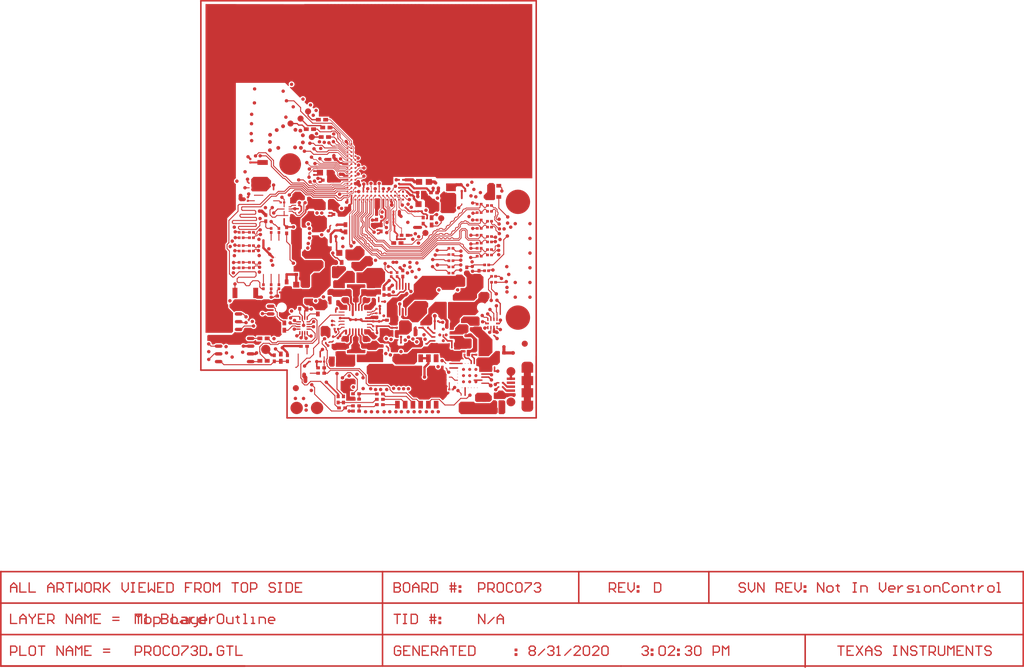
<source format=kicad_pcb>
(kicad_pcb (version 4) (host Gerbview "(5.99.0-8652-gff4c01c4a4)")

  (layers 
    (0 F.Cu signal)
    (31 B.Cu signal)
    (32 B.Adhes user)
    (33 F.Adhes user)
    (34 B.Paste user)
    (35 F.Paste user)
    (36 B.SilkS user)
    (37 F.SilkS user)
    (38 B.Mask user)
    (39 F.Mask user)
    (40 Dwgs.User user)
    (41 Cmts.User user)
    (42 Eco1.User user)
    (43 Eco2.User user)
    (44 Edge.Cuts user)
  )

(gr_poly (pts  (xy 5.2705 -6.32282) (xy 5.2705 -9.435079999999999) (xy 5.25704 -9.445499999999999)
 (xy 4.54736 -10.15517) (xy 4.51485 -10.19759) (xy 4.49428 -10.24687) (xy 4.48742 -10.29995)
 (xy 4.48742 -10.72058) (xy 4.318 -10.89) (xy 4.318 -19.52015) (xy 4.09397 -19.74418)
 (xy 4.04901 -19.8026) (xy 4.02082 -19.87067) (xy 4.01142 -19.94357) (xy 4.01142 -20.61134)
 (xy 4.02082 -20.68449) (xy 4.04901 -20.75231) (xy 4.09397 -20.81073) (xy 4.31241 -21.02942)
 (xy 4.31241 -24.56663) (xy 4.318 -24.60854) (xy 4.318 -24.92756) (xy 5.7404 -26.34996)
 (xy 5.7404 -30.55595) (xy 5.7183 -30.5628) (xy 5.63372 -30.60802) (xy 5.5593 -30.66898)
 (xy 5.49834 -30.74314) (xy 5.45313 -30.82798) (xy 5.42519 -30.91967) (xy 5.41579 -31.01543)
 (xy 5.42519 -31.11094) (xy 5.45313 -31.20288) (xy 5.49834 -31.28772) (xy 5.5593 -31.36189)
 (xy 5.63372 -31.42285) (xy 5.7183 -31.46806) (xy 5.7404 -31.47492) (xy 5.7404 -47.15332)
 (xy 13.81735 -47.15332) (xy 14.33982 -46.63059) (xy 14.45057 -46.69104) (xy 14.43787 -46.7172)
 (xy 14.42669 -46.74413) (xy 14.41729 -46.77181) (xy 14.40942 -46.79975) (xy 14.40332 -46.8282)
 (xy 14.39875 -46.85716) (xy 14.39621 -46.88611) (xy 14.39545 -46.91532) (xy 14.39621 -46.94453)
 (xy 14.39875 -46.97349) (xy 14.40332 -47.00245) (xy 14.40942 -47.03089) (xy 14.41729 -47.05909)
 (xy 14.42669 -47.08652) (xy 14.43787 -47.11344) (xy 14.45057 -47.13986) (xy 14.46505 -47.16501)
 (xy 14.48079 -47.18964) (xy 14.49807 -47.21301) (xy 14.51686 -47.23562) (xy 14.53667 -47.2567)
 (xy 14.55801 -47.27677) (xy 14.58036 -47.29531) (xy 14.60398 -47.31258) (xy 14.62837 -47.32858)
 (xy 14.65377 -47.34281) (xy 14.67993 -47.35576) (xy 14.70685 -47.36668) (xy 14.73454 -47.37633)
 (xy 14.76273 -47.38421) (xy 14.79118 -47.3903) (xy 14.81988 -47.39462) (xy 14.84909 -47.39716)
 (xy 14.87805 -47.39818) (xy 14.90726 -47.39716) (xy 14.93647 -47.39462) (xy 14.96517 -47.3903)
 (xy 14.99362 -47.38421) (xy 15.02181 -47.37633) (xy 15.0495 -47.36668) (xy 15.07642 -47.35576)
 (xy 15.10259 -47.34281) (xy 15.12799 -47.32858) (xy 15.15237 -47.31258) (xy 15.17599 -47.29531)
 (xy 15.19834 -47.27677) (xy 15.21968 -47.2567) (xy 15.23949 -47.23562) (xy 15.25829 -47.21301)
 (xy 15.27556 -47.18964) (xy 15.29131 -47.16501) (xy 15.30579 -47.13986) (xy 15.31849 -47.11344)
 (xy 15.32966 -47.08652) (xy 15.33906 -47.05909) (xy 15.34693 -47.03089) (xy 15.35303 -47.00245)
 (xy 15.35735 -46.97349) (xy 15.36014 -46.94453) (xy 15.3609 -46.91532) (xy 15.36014 -46.88611)
 (xy 15.35735 -46.85716) (xy 15.35303 -46.8282) (xy 15.34693 -46.79975) (xy 15.33906 -46.77181)
 (xy 15.32966 -46.74413) (xy 15.31849 -46.7172) (xy 15.30579 -46.69104) (xy 15.29131 -46.66564)
 (xy 15.27556 -46.641) (xy 15.25829 -46.61764) (xy 15.23949 -46.59528) (xy 15.21968 -46.57395)
 (xy 15.19834 -46.55388) (xy 15.17599 -46.53534) (xy 15.15237 -46.51807) (xy 15.12799 -46.50207)
 (xy 15.10259 -46.48784) (xy 15.07642 -46.47514) (xy 15.0495 -46.46397) (xy 15.02181 -46.45431)
 (xy 14.99362 -46.44669) (xy 14.96517 -46.44034) (xy 14.93647 -46.43603) (xy 14.90726 -46.43349)
 (xy 14.87805 -46.43247) (xy 14.84909 -46.43349) (xy 14.81988 -46.43603) (xy 14.79118 -46.44034)
 (xy 14.76273 -46.44669) (xy 14.73454 -46.45431) (xy 14.70685 -46.46397) (xy 14.67993 -46.47514)
 (xy 14.65377 -46.48784) (xy 14.59357 -46.37684) (xy 16.20672 -44.76369) (xy 16.21409 -44.76013)
 (xy 16.24813 -44.75277) (xy 16.26362 -44.75353) (xy 16.36852 -44.78172) (xy 16.38732 -44.80408)
 (xy 16.40713 -44.82541) (xy 16.42847 -44.84548) (xy 16.45082 -44.86402) (xy 16.47419 -44.88129)
 (xy 16.49882 -44.89704) (xy 16.52422 -44.91152) (xy 16.55039 -44.92422) (xy 16.57731 -44.93539)
 (xy 16.605 -44.94479) (xy 16.63294 -44.95267) (xy 16.66164 -44.95876) (xy 16.69034 -44.96333)
 (xy 16.71955 -44.96587) (xy 16.74851 -44.96689) (xy 16.77772 -44.96587) (xy 16.80667 -44.96333)
 (xy 16.83563 -44.95876) (xy 16.86408 -44.95267) (xy 16.89227 -44.94479) (xy 16.9197 -44.93539)
 (xy 16.94663 -44.92422) (xy 16.97304 -44.91152) (xy 16.99844 -44.89704) (xy 17.01343 -44.88739)
 (xy 17.02587 -44.87901) (xy 17.04645 -44.86402) (xy 17.0688 -44.84548) (xy 17.08988 -44.82541)
 (xy 17.10995 -44.80408) (xy 17.12874 -44.78172) (xy 17.14373 -44.76115) (xy 17.15186 -44.74896)
 (xy 17.16176 -44.73372) (xy 17.17599 -44.70832) (xy 17.18894 -44.68216) (xy 17.20012 -44.65523)
 (xy 17.20952 -44.62755) (xy 17.21739 -44.59961) (xy 17.2212 -44.58183) (xy 17.22399 -44.56735)
 (xy 17.2278 -44.5422) (xy 17.2306 -44.51325) (xy 17.23136 -44.48404) (xy 17.2306 -44.45483)
 (xy 17.2278 -44.42587) (xy 17.22399 -44.40047) (xy 17.2212 -44.38625) (xy 17.21739 -44.36847)
 (xy 17.20952 -44.34027) (xy 17.20012 -44.31284) (xy 17.18894 -44.28592) (xy 17.17599 -44.2595)
 (xy 17.16176 -44.2341) (xy 17.14602 -44.20972) (xy 17.12874 -44.18609) (xy 17.10995 -44.16374)
 (xy 17.08988 -44.14266) (xy 17.0688 -44.12259) (xy 17.04645 -44.1038) (xy 17.04619 -44.1038)
 (xy 17.01825 -43.9989) (xy 17.01724 -43.98366) (xy 17.02486 -43.94962) (xy 17.02841 -43.94225)
 (xy 17.34795 -43.62272) (xy 17.5067 -43.62272) (xy 17.51025 -43.63949) (xy 17.51813 -43.66743)
 (xy 17.52752 -43.69511) (xy 17.5387 -43.72204) (xy 17.55165 -43.7482) (xy 17.56588 -43.7736)
 (xy 17.58163 -43.79798) (xy 17.5989 -43.8216) (xy 17.61769 -43.84396) (xy 17.63776 -43.86529)
 (xy 17.65884 -43.8851) (xy 17.68119 -43.9039) (xy 17.70177 -43.91889) (xy 17.71421 -43.92727)
 (xy 17.7292 -43.93692) (xy 17.7546 -43.9514) (xy 17.78102 -43.9641) (xy 17.80794 -43.97527)
 (xy 17.83537 -43.98467) (xy 17.86357 -43.99255) (xy 17.88135 -43.99636) (xy 17.89557 -43.99915)
 (xy 17.92097 -44.00321) (xy 17.94993 -44.00575) (xy 17.97914 -44.00677) (xy 18.00809 -44.00575)
 (xy 18.0373 -44.00321) (xy 18.06245 -43.99915) (xy 18.07693 -43.99636) (xy 18.09471 -43.99255)
 (xy 18.12265 -43.98467) (xy 18.15033 -43.97527) (xy 18.17726 -43.9641) (xy 18.20342 -43.9514)
 (xy 18.22882 -43.93692) (xy 18.24406 -43.92727) (xy 18.25625 -43.91889) (xy 18.27682 -43.9039)
 (xy 18.29918 -43.8851) (xy 18.32051 -43.86529) (xy 18.34032 -43.84396) (xy 18.35912 -43.8216)
 (xy 18.37411 -43.80103) (xy 18.38249 -43.78884) (xy 18.39214 -43.7736) (xy 18.40662 -43.7482)
 (xy 18.41932 -43.72204) (xy 18.43049 -43.69511) (xy 18.43989 -43.66743) (xy 18.44777 -43.63949)
 (xy 18.45158 -43.62145) (xy 18.45462 -43.60723) (xy 18.45843 -43.58208) (xy 18.46097 -43.55287)
 (xy 18.46199 -43.52392) (xy 18.46097 -43.49471) (xy 18.45843 -43.4655) (xy 18.45462 -43.44035)
 (xy 18.45158 -43.42613) (xy 18.44777 -43.40835) (xy 18.43989 -43.38015) (xy 18.43049 -43.35247)
 (xy 18.41932 -43.32554) (xy 18.40662 -43.29938) (xy 18.39747 -43.28338) (xy 18.39824 -43.28262)
 (xy 18.32712 -43.17594) (xy 18.31746 -43.0784) (xy 18.40814 -42.98747) (xy 18.55572 -42.97959)
 (xy 18.64284 -43.03776) (xy 18.65376 -43.04487) (xy 18.67941 -43.05935) (xy 18.70558 -43.07205)
 (xy 18.7325 -43.08323) (xy 18.75993 -43.09262) (xy 18.78813 -43.1005) (xy 18.80591 -43.10431)
 (xy 18.82013 -43.1071) (xy 18.84553 -43.11091) (xy 18.87449 -43.11371) (xy 18.9037 -43.11447)
 (xy 18.93291 -43.11371) (xy 18.96186 -43.11091) (xy 18.98701 -43.1071) (xy 19.00149 -43.10431)
 (xy 19.01927 -43.1005) (xy 19.04721 -43.09262) (xy 19.07489 -43.08323) (xy 19.10182 -43.07205)
 (xy 19.12798 -43.05935) (xy 19.15338 -43.04487) (xy 19.16862 -43.03522) (xy 19.18106 -43.02684)
 (xy 19.20138 -43.01185) (xy 19.22374 -42.99306) (xy 19.24507 -42.97299) (xy 19.26514 -42.95191)
 (xy 19.28368 -42.92956) (xy 19.30095 -42.90593) (xy 19.31695 -42.88155) (xy 19.33118 -42.85615)
 (xy 19.34388 -42.82999) (xy 19.35505 -42.80306) (xy 19.36471 -42.77538) (xy 19.37258 -42.74718)
 (xy 19.37868 -42.71874) (xy 19.38299 -42.68978) (xy 19.38553 -42.66082) (xy 19.38655 -42.63161)
 (xy 19.38553 -42.60266) (xy 19.38299 -42.57345) (xy 19.37868 -42.54475) (xy 19.37258 -42.51604)
 (xy 19.36471 -42.4881) (xy 19.35505 -42.46042) (xy 19.34388 -42.43349) (xy 19.33118 -42.40733)
 (xy 19.31695 -42.38193) (xy 19.30984 -42.37101) (xy 19.35455 -42.32631) (xy 19.35455 -41.6113)
 (xy 21.06905 -41.6113) (xy 21.06905 -41.36263) (xy 21.21052 -41.36263) (xy 21.23288 -41.36161)
 (xy 21.25472 -41.35882) (xy 21.27656 -41.35399) (xy 21.29765 -41.34739) (xy 21.31822 -41.33875)
 (xy 21.33778 -41.32859) (xy 21.35657 -41.31666) (xy 21.3741 -41.30319) (xy 21.39061 -41.28821)
 (xy 24.87981 -37.79901) (xy 24.89479 -37.7825) (xy 24.90826 -37.76497) (xy 24.92019 -37.74618)
 (xy 24.92629 -37.73449) (xy 24.93035 -37.72662) (xy 24.93899 -37.70605) (xy 24.94559 -37.68496)
 (xy 24.95042 -37.66312) (xy 24.95321 -37.64128) (xy 24.95423 -37.61892) (xy 24.95423 -37.26993)
 (xy 24.96642 -37.25189) (xy 24.97836 -37.23056) (xy 24.98877 -37.20821) (xy 24.99716 -37.18509)
 (xy 25.00376 -37.16147) (xy 25.00859 -37.13734) (xy 25.01163 -37.11321) (xy 25.0124 -37.08857)
 (xy 25.01163 -37.06393) (xy 25.00859 -37.03955) (xy 25.00376 -37.01542) (xy 25.00198 -37.00907)
 (xy 25.00782 -37.00653) (xy 25.02738 -36.99637) (xy 25.04618 -36.98443) (xy 25.0637 -36.97097)
 (xy 25.08021 -36.95598) (xy 25.19197 -36.84397) (xy 25.20696 -36.82771) (xy 25.22042 -36.81019)
 (xy 25.23236 -36.79139) (xy 25.24277 -36.77183) (xy 25.25116 -36.75126) (xy 25.25776 -36.73018)
 (xy 25.26259 -36.70833) (xy 25.26563 -36.68649) (xy 25.2664 -36.66439) (xy 25.2664 -35.56991)
 (xy 25.27097 -35.5539) (xy 25.28113 -35.5346) (xy 25.34996 -35.45129) (xy 25.37435 -35.45027)
 (xy 25.39873 -35.44722) (xy 25.42286 -35.44265) (xy 25.44648 -35.43579) (xy 25.4696 -35.42741)
 (xy 25.49169 -35.417) (xy 25.51328 -35.40506) (xy 25.5336 -35.3916) (xy 25.54757 -35.38042)
 (xy 25.55723 -35.37737) (xy 25.57755 -35.36899) (xy 25.59736 -35.35858) (xy 25.6159 -35.34689)
 (xy 25.63368 -35.33318) (xy 25.64994 -35.31819) (xy 25.73172 -35.2364) (xy 25.7462 -35.23894)
 (xy 25.77465 -35.24174) (xy 25.8031 -35.24275) (xy 25.8318 -35.24174) (xy 25.86025 -35.23894)
 (xy 25.88844 -35.23412) (xy 25.91638 -35.22777) (xy 25.94381 -35.21939) (xy 25.97048 -35.20948)
 (xy 25.99665 -35.19754) (xy 26.02179 -35.18408) (xy 26.04592 -35.16909) (xy 26.06929 -35.15233)
 (xy 26.09139 -35.13404) (xy 26.11222 -35.11474) (xy 26.13177 -35.09366) (xy 26.15006 -35.07156)
 (xy 26.16657 -35.04844) (xy 26.18181 -35.02406) (xy 26.19527 -34.99891) (xy 26.20696 -34.97275)
 (xy 26.21712 -34.94608) (xy 26.2255 -34.91865) (xy 26.23185 -34.89071) (xy 26.23668 -34.86252)
 (xy 26.23947 -34.83407) (xy 26.24023 -34.80562) (xy 26.23947 -34.77692) (xy 26.23668 -34.74847)
 (xy 26.23185 -34.72028) (xy 26.2255 -34.69234) (xy 26.21712 -34.66516) (xy 26.20696 -34.63823)
 (xy 26.19527 -34.61207) (xy 26.18181 -34.58693) (xy 26.16657 -34.5628) (xy 26.15006 -34.53943)
 (xy 26.13177 -34.51733) (xy 26.11222 -34.4965) (xy 26.09139 -34.47694) (xy 26.06929 -34.45866)
 (xy 26.04592 -34.44215) (xy 26.02179 -34.42691) (xy 25.99665 -34.41344) (xy 25.97048 -34.40176)
 (xy 25.94381 -34.3916) (xy 25.91638 -34.38322) (xy 25.88844 -34.37687) (xy 25.86025 -34.3723)
 (xy 25.8318 -34.36925) (xy 25.8031 -34.36849) (xy 25.77465 -34.36925) (xy 25.7462 -34.3723)
 (xy 25.71801 -34.37687) (xy 25.69007 -34.38322) (xy 25.66035 -34.38931) (xy 25.63876 -34.36899)
 (xy 25.62835 -34.34664) (xy 25.61641 -34.32505) (xy 25.60269 -34.30473) (xy 25.58771 -34.28543)
 (xy 25.57094 -34.26739) (xy 25.55291 -34.25088) (xy 25.5336 -34.23564) (xy 25.52446 -34.20999)
 (xy 25.51963 -34.16351) (xy 25.52446 -34.11703) (xy 25.5336 -34.09137) (xy 25.55291 -34.07639)
 (xy 25.57094 -34.05962) (xy 25.58771 -34.04159) (xy 25.60269 -34.02228) (xy 25.63343 -34.0167)
 (xy 25.63393 -34.01695) (xy 25.65832 -34.03219) (xy 25.68346 -34.04565) (xy 25.70963 -34.05759)
 (xy 25.7363 -34.0675) (xy 25.76373 -34.07588) (xy 25.79167 -34.08248) (xy 25.81986 -34.08705)
 (xy 25.84831 -34.08985) (xy 25.87676 -34.09086) (xy 25.90546 -34.08985) (xy 25.93391 -34.08705)
 (xy 25.9621 -34.08248) (xy 25.99004 -34.07588) (xy 26.01747 -34.0675) (xy 26.04414 -34.05759)
 (xy 26.07031 -34.04565) (xy 26.09545 -34.03219) (xy 26.11958 -34.01695) (xy 26.14295 -34.00044)
 (xy 26.16505 -33.98241) (xy 26.18588 -33.96285) (xy 26.20543 -33.94177) (xy 26.22372 -33.91967)
 (xy 26.24023 -33.89655) (xy 26.25547 -33.87217) (xy 26.26893 -33.84702) (xy 26.28062 -33.82086)
 (xy 26.29078 -33.79419) (xy 26.29916 -33.76676) (xy 26.30551 -33.73882) (xy 26.31034 -33.71063)
 (xy 26.31313 -33.68218) (xy 26.31389 -33.65373) (xy 26.31313 -33.62503) (xy 26.3111 -33.60598)
 (xy 26.35428 -33.55365) (xy 26.39543 -33.51378) (xy 26.4099 -33.50514) (xy 26.45359 -33.50489)
 (xy 26.46451 -33.50844) (xy 26.48204 -33.52292) (xy 26.50515 -33.53968) (xy 26.52954 -33.55467)
 (xy 26.55468 -33.56813) (xy 26.58085 -33.58007) (xy 26.60752 -33.58998) (xy 26.63495 -33.59836)
 (xy 26.66289 -33.60471) (xy 26.69108 -33.60953) (xy 26.71953 -33.61233) (xy 26.74798 -33.61334)
 (xy 26.77668 -33.61233) (xy 26.80513 -33.60953) (xy 26.83332 -33.60471) (xy 26.86126 -33.59836)
 (xy 26.88869 -33.58998) (xy 26.91536 -33.58007) (xy 26.94153 -33.56813) (xy 26.96667 -33.55467)
 (xy 26.9908 -33.53968) (xy 27.01417 -33.52292) (xy 27.03627 -33.50489) (xy 27.0571 -33.48533)
 (xy 27.07665 -33.46425) (xy 27.09494 -33.44215) (xy 27.11145 -33.41903) (xy 27.12669 -33.39465)
 (xy 27.14015 -33.3695) (xy 27.15184 -33.34334) (xy 27.162 -33.31667) (xy 27.17038 -33.28924)
 (xy 27.17673 -33.2613) (xy 27.18156 -33.23311) (xy 27.18435 -33.20466) (xy 27.18511 -33.17621)
 (xy 27.18435 -33.14751) (xy 27.18156 -33.11906) (xy 27.17673 -33.09087) (xy 27.17038 -33.06293)
 (xy 27.162 -33.03549) (xy 27.15184 -33.00882) (xy 27.14015 -32.98266) (xy 27.12669 -32.95752)
 (xy 27.11145 -32.93339) (xy 27.09494 -32.91002) (xy 27.07665 -32.88792) (xy 27.0571 -32.86709)
 (xy 27.03627 -32.84753) (xy 27.01417 -32.82925) (xy 26.9908 -32.81274) (xy 26.96667 -32.7975)
 (xy 26.94153 -32.78403) (xy 26.91536 -32.77235) (xy 26.88869 -32.76219) (xy 26.86126 -32.75381)
 (xy 26.83332 -32.74746) (xy 26.80513 -32.74289) (xy 26.77668 -32.73984) (xy 26.74798 -32.73908)
 (xy 26.71953 -32.73984) (xy 26.69108 -32.74289) (xy 26.66289 -32.74746) (xy 26.63495 -32.75381)
 (xy 26.60752 -32.76219) (xy 26.58085 -32.77235) (xy 26.55468 -32.78403) (xy 26.52954 -32.7975)
 (xy 26.50515 -32.81274) (xy 26.48204 -32.82925) (xy 26.45994 -32.84753) (xy 26.43886 -32.86709)
 (xy 26.41956 -32.88792) (xy 26.40127 -32.91002) (xy 26.39289 -32.92196) (xy 26.09113 -32.92196)
 (xy 25.92095 -32.75152) (xy 25.92045 -32.69691) (xy 25.93213 -32.6611) (xy 25.95804 -32.60928)
 (xy 25.97429 -32.60319) (xy 26.00046 -32.59125) (xy 26.0256 -32.57779) (xy 26.04999 -32.5628)
 (xy 26.0731 -32.54604) (xy 26.0952 -32.52775) (xy 26.11603 -32.50844) (xy 26.13558 -32.48736)
 (xy 26.15387 -32.46526) (xy 26.17038 -32.44215) (xy 26.18562 -32.41777) (xy 26.19908 -32.39262)
 (xy 26.21077 -32.36646) (xy 26.22093 -32.33979) (xy 26.22931 -32.31236) (xy 26.23566 -32.28442)
 (xy 26.24049 -32.25622) (xy 26.24328 -32.22777) (xy 26.24404 -32.19933) (xy 26.24328 -32.17062)
 (xy 26.24049 -32.14218) (xy 26.23566 -32.11398) (xy 26.22931 -32.08604) (xy 26.3459 -32.03702)
 (xy 26.35936 -32.06217) (xy 26.3746 -32.08655) (xy 26.39111 -32.10966) (xy 26.4094 -32.13176)
 (xy 26.42895 -32.15259) (xy 26.44978 -32.1724) (xy 26.47188 -32.19044) (xy 26.49499 -32.20695)
 (xy 26.51938 -32.22219) (xy 26.54452 -32.23565) (xy 26.57069 -32.24759) (xy 26.59736 -32.25749)
 (xy 26.62479 -32.26587) (xy 26.65273 -32.27248) (xy 26.68092 -32.27705) (xy 26.70937 -32.27984)
 (xy 26.73782 -32.28086) (xy 26.76652 -32.27984) (xy 26.79497 -32.27705) (xy 26.82316 -32.27248)
 (xy 26.8511 -32.26587) (xy 26.87853 -32.25749) (xy 26.9052 -32.24759) (xy 26.93111 -32.23565)
 (xy 26.95651 -32.22219) (xy 26.98064 -32.20695) (xy 27.00401 -32.19044) (xy 27.02611 -32.1724)
 (xy 27.04694 -32.15259) (xy 27.06649 -32.13176) (xy 27.08478 -32.10966) (xy 27.10129 -32.08655)
 (xy 27.11653 -32.06217) (xy 27.12999 -32.03702) (xy 27.14168 -32.01086) (xy 27.15184 -31.98419)
 (xy 27.16022 -31.95676) (xy 27.16657 -31.92882) (xy 27.1714 -31.90062) (xy 27.17419 -31.87217)
 (xy 27.17495 -31.84373) (xy 27.17419 -31.81502) (xy 27.1714 -31.78658) (xy 27.16657 -31.75838)
 (xy 27.16022 -31.73044) (xy 27.15184 -31.70301) (xy 27.14168 -31.67634) (xy 27.12999 -31.65043)
 (xy 27.11653 -31.62503) (xy 27.10129 -31.6009) (xy 27.08478 -31.57753) (xy 27.06649 -31.55544)
 (xy 27.04694 -31.53461) (xy 27.02611 -31.51505) (xy 27.00401 -31.49676) (xy 26.98064 -31.48025)
 (xy 26.95651 -31.46501) (xy 26.93111 -31.45155) (xy 26.9052 -31.43987) (xy 26.87853 -31.42971)
 (xy 26.8511 -31.42132) (xy 26.82316 -31.41497) (xy 26.79497 -31.41015) (xy 26.76652 -31.40735)
 (xy 26.73782 -31.40659) (xy 26.70937 -31.40735) (xy 26.68092 -31.41015) (xy 26.66644 -31.41269)
 (xy 26.59075 -31.337) (xy 26.5745 -31.32201) (xy 26.55672 -31.30855) (xy 26.53817 -31.29661)
 (xy 26.51836 -31.28645) (xy 26.49804 -31.27781) (xy 26.47671 -31.27121) (xy 26.45512 -31.26638)
 (xy 26.43327 -31.26334) (xy 26.41092 -31.26257) (xy 26.30983 -31.26257) (xy 26.28367 -31.20238)
 (xy 26.26919 -31.13557) (xy 26.27198 -31.13176) (xy 26.28214 -31.11449) (xy 26.29078 -31.09646)
 (xy 26.29738 -31.07766) (xy 26.30221 -31.05836) (xy 26.30526 -31.03855) (xy 26.30627 -31.01873)
 (xy 26.30627 -30.92475) (xy 26.35682 -30.89021) (xy 26.43327 -30.87192) (xy 26.45537 -30.88996)
 (xy 26.47848 -30.90647) (xy 26.50287 -30.92171) (xy 26.52801 -30.93517) (xy 26.55418 -30.94711)
 (xy 26.58085 -30.95701) (xy 26.60828 -30.96539) (xy 26.63622 -30.972) (xy 26.66441 -30.97657)
 (xy 26.69286 -30.97936) (xy 26.72131 -30.98038) (xy 26.75001 -30.97936) (xy 26.77846 -30.97657)
 (xy 26.80665 -30.972) (xy 26.83459 -30.96539) (xy 26.86202 -30.95701) (xy 26.88869 -30.94711)
 (xy 26.91486 -30.93517) (xy 26.94 -30.92171) (xy 26.96413 -30.90647) (xy 26.9875 -30.88996)
 (xy 27.0096 -30.87192) (xy 27.03043 -30.85236) (xy 27.04998 -30.83128) (xy 27.06827 -30.80918)
 (xy 27.08478 -30.78607) (xy 27.10002 -30.76169) (xy 27.11348 -30.73654) (xy 27.12517 -30.71038)
 (xy 27.13533 -30.68371) (xy 27.14371 -30.65628) (xy 27.15006 -30.62834) (xy 27.15489 -30.60014)
 (xy 27.15768 -30.57169) (xy 27.15844 -30.54325) (xy 27.15768 -30.51454) (xy 27.15514 -30.49092)
 (xy 27.15539 -30.48533) (xy 27.21077 -30.39466) (xy 27.22093 -30.38424) (xy 27.25522 -30.36392)
 (xy 27.42006 -30.36392) (xy 27.44572 -30.38348) (xy 27.4635 -30.4071) (xy 27.49702 -30.49092)
 (xy 27.49626 -30.4927) (xy 27.4861 -30.51962) (xy 27.47772 -30.5468) (xy 27.47137 -30.57474)
 (xy 27.46654 -30.60294) (xy 27.46375 -30.63138) (xy 27.46299 -30.66009) (xy 27.46375 -30.68853)
 (xy 27.46654 -30.71698) (xy 27.47137 -30.74518) (xy 27.47772 -30.77312) (xy 27.4861 -30.80055)
 (xy 27.49626 -30.82722) (xy 27.50795 -30.85338) (xy 27.52141 -30.87853) (xy 27.53665 -30.90291)
 (xy 27.55316 -30.92602) (xy 27.57145 -30.94812) (xy 27.59075 -30.96895) (xy 27.61183 -30.98851)
 (xy 27.63393 -31.0068) (xy 27.65704 -31.02356) (xy 27.68143 -31.03855) (xy 27.70657 -31.05201)
 (xy 27.73274 -31.06395) (xy 27.75941 -31.07385) (xy 27.78684 -31.08223) (xy 27.81478 -31.08884)
 (xy 27.84297 -31.09341) (xy 27.87142 -31.0962) (xy 27.89987 -31.09722) (xy 27.92857 -31.0962)
 (xy 27.95702 -31.09341) (xy 27.98521 -31.08884) (xy 28.01315 -31.08223) (xy 28.04058 -31.07385)
 (xy 28.06725 -31.06395) (xy 28.09316 -31.05201) (xy 28.11856 -31.03855) (xy 28.14295 -31.02356)
 (xy 28.16606 -31.0068) (xy 28.18816 -30.98851) (xy 28.20899 -30.96895) (xy 28.22854 -30.94812)
 (xy 28.24683 -30.92602) (xy 28.26334 -30.90291) (xy 28.27858 -30.87853) (xy 28.29204 -30.85338)
 (xy 28.30373 -30.82722) (xy 28.31389 -30.80055) (xy 28.32227 -30.77312) (xy 28.32862 -30.74518)
 (xy 28.33345 -30.71698) (xy 28.33624 -30.68853) (xy 28.337 -30.66009) (xy 28.33624 -30.63138)
 (xy 28.33345 -30.60294) (xy 28.32862 -30.57474) (xy 28.32227 -30.5468) (xy 28.31389 -30.51962)
 (xy 28.30373 -30.4927) (xy 28.30297 -30.49092) (xy 28.33649 -30.4071) (xy 28.35427 -30.38348)
 (xy 28.37993 -30.36392) (xy 28.76702 -30.36392) (xy 28.79115 -30.38221) (xy 28.80944 -30.40583)
 (xy 28.84399 -30.49092) (xy 28.84373 -30.49168) (xy 28.83357 -30.51835) (xy 28.82519 -30.54579)
 (xy 28.81884 -30.57373) (xy 28.81401 -30.60192) (xy 28.81122 -30.63037) (xy 28.8102 -30.65907)
 (xy 28.81122 -30.68752) (xy 28.81401 -30.71597) (xy 28.81884 -30.74416) (xy 28.82519 -30.7721)
 (xy 28.83357 -30.79953) (xy 28.84373 -30.8262) (xy 28.85542 -30.85236) (xy 28.86888 -30.87751)
 (xy 28.88386 -30.90189) (xy 28.90063 -30.92501) (xy 28.91892 -30.94711) (xy 28.93822 -30.96819)
 (xy 28.9593 -30.98775) (xy 28.9814 -31.00578) (xy 29.00451 -31.02229) (xy 29.0289 -31.03753)
 (xy 29.05404 -31.05099) (xy 29.08021 -31.06293) (xy 29.10688 -31.07284) (xy 29.13431 -31.08122)
 (xy 29.16225 -31.08757) (xy 29.19044 -31.09239) (xy 29.21889 -31.09519) (xy 29.24734 -31.0962)
 (xy 29.27604 -31.09519) (xy 29.30449 -31.09239) (xy 29.33268 -31.08757) (xy 29.36062 -31.08122)
 (xy 29.38805 -31.07284) (xy 29.41472 -31.06293) (xy 29.44089 -31.05099) (xy 29.46603 -31.03753)
 (xy 29.49016 -31.02229) (xy 29.51353 -31.00578) (xy 29.53563 -30.98775) (xy 29.55646 -30.96819)
 (xy 29.57601 -30.94711) (xy 29.5943 -30.92501) (xy 29.61081 -30.90189) (xy 29.62605 -30.87751)
 (xy 29.63951 -30.85236) (xy 29.6512 -30.8262) (xy 29.66136 -30.79953) (xy 29.66974 -30.7721)
 (xy 29.67609 -30.74416) (xy 29.68092 -30.71597) (xy 29.68371 -30.68752) (xy 29.68447 -30.65907)
 (xy 29.68371 -30.63037) (xy 29.68092 -30.60192) (xy 29.67609 -30.57373) (xy 29.66974 -30.54579)
 (xy 29.66136 -30.51835) (xy 29.6512 -30.49168) (xy 29.65094 -30.49092) (xy 29.68549 -30.40583)
 (xy 29.70352 -30.38221) (xy 29.72791 -30.36392) (xy 31.31845 -30.36392) (xy 31.56636 -30.61183)
 (xy 31.56636 -31.71977) (xy 38.44595 -31.71977) (xy 38.6842 -31.48152) (xy 54.356 -31.48152)
 (xy 54.356 -53.94833) (xy 54.35524 -60.08192) (xy 50.78476 -60.08192) (xy 49.74717 -60.07989)
 (xy 32.51937 -60.08192) (xy 16.96161 -60.08192) (xy 16.96161 -60.06033) (xy 5.7404 -60.07633)
 (xy 5.7404 -60.08192) (xy 0.762 -60.08192) (xy 0.762 -6.13689) (xy 0.76606 -6.13258)
 (xy 5.08 -6.13258))(layer F.Cu) (width 0) )
(gr_poly (pts  (xy 21.32051 -30.78023) (xy 22.85238 -30.78023) (xy 22.987 -30.9151)
 (xy 22.987 -31.27832) (xy 22.95855 -31.30677) (xy 22.82444 -31.30677) (xy 22.72538 -31.32658)
 (xy 22.64131 -31.38272) (xy 22.21459 -31.80918) (xy 22.15845 -31.89326) (xy 22.13864 -31.99232)
 (xy 22.13864 -31.99943) (xy 21.971 -32.16732) (xy 21.971 -32.57804) (xy 21.7043 -32.84474)
 (xy 20.701 -32.84474) (xy 20.701 -30.89732) (xy 20.828 -30.77032) (xy 21.26996 -30.77032))
(layer F.Cu) (width 0) )
(gr_poly (pts  (xy 26.28163 -30.23387) (xy 26.28163 -30.48102) (xy 26.10282 -30.66009)
 (xy 26.10282 -31.01873) (xy 25.90343 -31.21787) (xy 25.69159 -31.21787) (xy 25.65857 -31.18485)
 (xy 25.65781 -31.17723) (xy 25.63978 -31.1183) (xy 25.61082 -31.0642) (xy 25.5717 -31.0167)
 (xy 25.52421 -30.97759) (xy 25.4701 -30.94863) (xy 25.4635 -30.9466) (xy 25.39644 -30.87954)
 (xy 25.19832 -30.87954) (xy 25.08047 -30.76169) (xy 25.08047 -30.50667) (xy 25.27275 -30.31439)
 (xy 25.61031 -30.31439) (xy 25.90673 -30.01797) (xy 26.06573 -30.01797))
(layer F.Cu) (width 0) )
(gr_poly (pts  (xy 11.23798 -29.82925) (xy 11.27023 -29.8897) (xy 11.32992 -29.96235)
 (xy 11.40257 -30.02178) (xy 11.46277 -30.05404) (xy 11.51433 -30.1056) (xy 11.51433 -30.11373)
 (xy 11.47166 -30.19349) (xy 11.44372 -30.28544) (xy 11.43432 -30.38094) (xy 11.44372 -30.47644)
 (xy 11.47166 -30.56839) (xy 11.51433 -30.64815) (xy 11.51433 -31.10332) (xy 10.88974 -31.7279)
 (xy 8.6426 -31.7279) (xy 8.249919999999999 -31.33522) (xy 8.249919999999999 -30.86506) (xy 8.26186 -30.83636)
 (xy 8.270490000000001 -30.77007) (xy 8.270490000000001 -30.59836) (xy 8.26186 -30.53207) (xy 8.249919999999999 -30.50337)
 (xy 8.249919999999999 -30.16428) (xy 8.26999 -30.13812) (xy 8.295640000000001 -30.07665) (xy 8.30428 -30.01061)
 (xy 8.30428 -29.84754) (xy 8.295640000000001 -29.7815) (xy 8.26999 -29.72003) (xy 8.249919999999999 -29.69387)
 (xy 8.249919999999999 -29.53258) (xy 8.443210000000001 -29.33929) (xy 10.74801 -29.33929))
(layer F.Cu) (width 0) )
(gr_poly (pts  (xy 48.24882 -28.05786) (xy 48.24882 -30.42539) (xy 47.96053 -30.71368)
 (xy 47.29531 -30.71368) (xy 46.95266 -30.37103) (xy 46.95266 -29.22422) (xy 46.38167 -28.65323)
 (xy 46.38167 -28.26106) (xy 46.73422 -27.9085) (xy 48.09947 -27.9085))
(layer F.Cu) (width 0) )
(gr_poly (pts  (xy 14.96822 -27.34005) (xy 15.27023 -27.34005) (xy 15.3035 -27.36571)
 (xy 15.36522 -27.39136) (xy 15.43152 -27.4) (xy 15.58747 -27.4) (xy 15.66012 -27.48026)
 (xy 15.66951 -27.57576) (xy 15.69745 -27.66771) (xy 15.74267 -27.75255) (xy 15.80363 -27.82672)
 (xy 15.87805 -27.88768) (xy 15.96263 -27.93289) (xy 16.05458 -27.96083) (xy 16.15008 -27.97023)
 (xy 16.24584 -27.96083) (xy 16.33779 -27.93289) (xy 16.42237 -27.88768) (xy 16.46098 -27.85593)
 (xy 16.79727 -27.85593) (xy 16.82445 -27.87828) (xy 16.90827 -27.92324) (xy 16.98396 -27.9461)
 (xy 17.05356 -28.01569) (xy 17.05356 -28.55976) (xy 17.04746 -28.56433) (xy 16.30655 -29.30525)
 (xy 15.47038 -29.30525) (xy 14.9987 -28.83383) (xy 15.00683 -28.75051) (xy 14.99743 -28.65476)
 (xy 14.96949 -28.56306) (xy 14.92428 -28.47823) (xy 14.86332 -28.40406) (xy 14.78915 -28.3431)
 (xy 14.70431 -28.29763) (xy 14.63827 -28.27782) (xy 14.63827 -27.4066) (xy 14.70609 -27.33904)
 (xy 14.95933 -27.33904))(layer F.Cu) (width 0) )
(gr_poly (pts  (xy 16.61008 -25.15083) (xy 17.28038 -25.82139) (xy 17.3007 -25.84602)
 (xy 17.31112 -25.86507) (xy 17.31721 -25.8859) (xy 17.32051 -25.91765) (xy 17.32051 -26.03779)
 (xy 17.32382 -26.05481) (xy 17.32382 -26.22855) (xy 17.42516 -26.22855) (xy 17.43989 -26.24328)
 (xy 17.50619 -26.28748) (xy 17.71701 -26.4983) (xy 18.4851 -26.4983) (xy 18.73479 -26.24861)
 (xy 18.85137 -26.24861) (xy 18.85772 -26.25293) (xy 19.04797 -26.29078) (xy 19.23847 -26.25293)
 (xy 19.24482 -26.24861) (xy 19.66468 -26.24861) (xy 19.82724 -26.28087) (xy 19.99005 -26.24861)
 (xy 20.29435 -26.24861) (xy 20.47342 -26.42768) (xy 20.47342 -27.5209) (xy 19.89709 -28.09697)
 (xy 18.41627 -28.09697) (xy 18.30705 -28.11882) (xy 18.21459 -28.18054) (xy 17.9164 -28.47873)
 (xy 17.54429 -28.47873) (xy 17.42465 -28.3591) (xy 17.42465 -27.83459) (xy 17.44193 -27.82316)
 (xy 17.54861 -27.66339) (xy 17.58594 -27.47518) (xy 17.54861 -27.28671) (xy 17.44193 -27.1272)
 (xy 17.41043 -27.10612) (xy 17.17599 -26.87168) (xy 17.17599 -26.03906) (xy 17.1544 -25.9301)
 (xy 17.09268 -25.83764) (xy 16.54327 -25.28824) (xy 16.55851 -25.17369) (xy 16.58163 -25.14727))
(layer F.Cu) (width 0) )
(gr_poly (pts  (xy 38.16426 -25.73706) (xy 38.22268 -25.78202) (xy 38.24021 -25.78913)
 (xy 38.25138 -25.81021) (xy 38.31234 -25.88438) (xy 38.38651 -25.94534) (xy 38.47135 -25.99055)
 (xy 38.5633 -26.01849) (xy 38.6588 -26.02789) (xy 38.7543 -26.01849) (xy 38.84625 -25.99055)
 (xy 38.85921 -25.98369) (xy 38.8935 -25.98369) (xy 39.12718 -26.21737) (xy 39.12718 -27.47797)
 (xy 39.04945 -27.55595) (xy 38.88588 -27.55595) (xy 38.68217 -27.75991) (xy 38.62375 -27.77744)
 (xy 38.53891 -27.82291) (xy 38.46474 -27.88361) (xy 38.40378 -27.95803) (xy 38.35832 -28.04262)
 (xy 38.34079 -28.10104) (xy 38.31793 -28.1239) (xy 38.00653 -28.1239) (xy 37.46449 -28.66619)
 (xy 37.23869 -28.66619) (xy 37.23869 -28.89174) (xy 37.02609 -29.10434) (xy 37.02609 -29.29382)
 (xy 36.87216 -29.44774) (xy 36.17874 -29.44774) (xy 36.10788 -29.37688) (xy 36.10788 -28.0924)
 (xy 36.17773 -28.02255) (xy 36.48151 -28.02255) (xy 36.7538 -27.75052) (xy 36.7538 -26.82215)
 (xy 36.8808 -26.73477) (xy 36.925 -26.73909) (xy 37.0205 -26.72969) (xy 37.11245 -26.70175)
 (xy 37.19728 -26.65654) (xy 37.27145 -26.59558) (xy 37.33241 -26.52141) (xy 37.37762 -26.43657)
 (xy 37.40556 -26.34463) (xy 37.41496 -26.24912) (xy 37.40556 -26.15336) (xy 37.37762 -26.06142)
 (xy 37.33241 -25.97683) (xy 37.29914 -25.93619) (xy 37.56279 -25.67254) (xy 38.09949 -25.67254))
(layer F.Cu) (width 0) )
(gr_poly (pts  (xy 41.87317 -26.12136) (xy 41.87317 -26.37536) (xy 41.82567 -26.44623)
 (xy 41.78808 -26.63469) (xy 41.82567 -26.82291) (xy 41.87317 -26.89403) (xy 41.87317 -28.81935)
 (xy 41.59021 -29.1023) (xy 40.40276 -29.1023) (xy 40.33495 -29.17012) (xy 40.0177 -29.17012)
 (xy 40.0177 -29.32278) (xy 39.75786 -29.32278) (xy 39.24529 -28.8102) (xy 39.24529 -28.66619)
 (xy 39.22522 -28.66619) (xy 39.22522 -28.48839) (xy 39.27069 -28.42057) (xy 39.30853 -28.23032)
 (xy 39.27069 -28.04008) (xy 39.22522 -27.972) (xy 39.22522 -27.67305) (xy 39.27373 -27.62453)
 (xy 39.31869 -27.55722) (xy 39.33444 -27.47797) (xy 39.33444 -26.21737) (xy 39.31869 -26.13812)
 (xy 39.27373 -26.07081) (xy 39.27373 -26.00046) (xy 39.49675 -25.77744) (xy 41.529 -25.77744))
(layer F.Cu) (width 0) )
(gr_poly (pts  (xy 29.02687 -25.3525) (xy 29.05354 -25.41575) (xy 29.03601 -25.45791)
 (xy 29.02712 -25.52421) (xy 29.02712 -26.1305) (xy 29.03601 -26.1968) (xy 29.06166 -26.25852)
 (xy 29.1023 -26.31161) (xy 29.32405 -26.53335) (xy 29.32405 -28.194) (xy 29.31871 -28.19933)
 (xy 28.54808 -28.19933) (xy 28.53106 -28.18206) (xy 28.53106 -26.43327) (xy 28.56205 -26.40254)
 (xy 28.56205 -25.39111) (xy 28.63901 -25.31415) (xy 28.99639 -25.31415))
(layer F.Cu) (width 0) )
(gr_poly (pts  (xy 24.15108 -25.69642) (xy 24.15159 -25.69921) (xy 24.17724 -25.76093)
 (xy 24.21788 -25.81402) (xy 24.65299 -26.24938) (xy 24.65299 -26.45232) (xy 24.27199 -26.83332)
 (xy 23.58466 -26.83332) (xy 23.52396 -26.73172) (xy 23.52675 -26.72639) (xy 23.55444 -26.63444)
 (xy 23.56409 -26.53894) (xy 23.55444 -26.44318) (xy 23.52675 -26.35123) (xy 23.48128 -26.26665)
 (xy 23.42032 -26.19248) (xy 23.34616 -26.13152) (xy 23.26132 -26.08605) (xy 23.16963 -26.05837)
 (xy 23.07387 -26.04897) (xy 22.97836 -26.05837) (xy 22.88642 -26.08605) (xy 22.80158 -26.13152)
 (xy 22.72741 -26.19248) (xy 22.66645 -26.26665) (xy 22.62124 -26.35123) (xy 22.5933 -26.44318)
 (xy 22.5839 -26.53894) (xy 22.5933 -26.63444) (xy 22.62124 -26.72639) (xy 22.66645 -26.81122)
 (xy 22.72741 -26.88539) (xy 22.80158 -26.94635) (xy 22.84755 -26.97099) (xy 22.87727 -27.08504)
 (xy 22.3868 -27.57526) (xy 22.3741 -27.57703) (xy 22.30628 -27.60523) (xy 22.24786 -27.64993)
 (xy 21.79777 -28.10002) (xy 21.07921 -28.10002) (xy 20.83943 -27.86024) (xy 20.83943 -26.32888)
 (xy 20.84299 -26.32532) (xy 22.23973 -26.32532) (xy 22.49399 -26.07107) (xy 22.49399 -25.18232)
 (xy 23.63699 -25.18232))(layer F.Cu) (width 0) )
(gr_poly (pts  (xy 28.40685 -23.14194) (xy 28.48127 -23.12695) (xy 28.61107 -23.13229)
 (xy 28.69463 -23.25726) (xy 28.8196 -23.34082) (xy 28.96718 -23.37029) (xy 29.0355 -23.35682)
 (xy 29.1592 -23.48052) (xy 29.72435 -23.48027) (xy 29.8196 -23.57577) (xy 29.8196 -23.6949)
 (xy 29.80411 -23.77211) (xy 29.80411 -24.13076) (xy 29.6926 -24.24227) (xy 29.26944 -24.24227)
 (xy 29.26944 -24.20442) (xy 28.39237 -24.20442) (xy 28.32379 -24.1587) (xy 28.13355 -24.12086)
 (xy 27.98801 -24.14981) (xy 27.88945 -24.06879) (xy 27.87929 -24.05177) (xy 27.87929 -23.57526)
 (xy 28.32811 -23.12619))(layer F.Cu) (width 0) )
(gr_poly (pts  (xy 17.91157 -13.71397) (xy 17.91157 -15.64462) (xy 18.47571 -16.20876)
 (xy 19.41068 -16.20876) (xy 20.12188 -16.91996) (xy 20.12188 -17.74596) (xy 19.79625 -18.07159)
 (xy 16.96491 -18.07159) (xy 16.38935 -18.64741) (xy 16.38935 -19.76806) (xy 16.56639 -19.9451)
 (xy 16.56639 -23.2222) (xy 16.53946 -23.23998) (xy 16.38224 -23.39746) (xy 16.33728 -23.46452)
 (xy 16.32153 -23.54402) (xy 16.32153 -24.78481) (xy 16.32356 -24.79472) (xy 16.32255 -24.80488)
 (xy 16.33144 -24.83409) (xy 16.33728 -24.86406) (xy 16.34287 -24.87244) (xy 16.34592 -24.88235)
 (xy 16.36141 -24.90114) (xy 16.36141 -24.99766) (xy 16.24559 -25.10409) (xy 16.23974 -25.10282)
 (xy 15.78991 -25.10282) (xy 15.68094 -25.12466) (xy 15.58849 -25.18639) (xy 15.34871 -25.42616)
 (xy 15.28699 -25.51862) (xy 15.28267 -25.53995) (xy 15.27277 -25.54656) (xy 15.2494 -25.54656)
 (xy 15.14043 -25.5684) (xy 15.05153 -25.62758) (xy 14.73454 -25.62758) (xy 14.71295 -25.61336)
 (xy 14.63853 -25.50871) (xy 14.64869 -25.45867) (xy 14.64869 -25.29586) (xy 14.62888 -25.19705)
 (xy 14.57579 -25.11755) (xy 14.57579 -24.3647) (xy 14.80541 -24.13483) (xy 14.80541 -23.98954)
 (xy 14.93241 -23.92172) (xy 14.99133 -23.96109) (xy 15.18158 -23.99894) (xy 15.37183 -23.96109)
 (xy 15.53312 -23.85314) (xy 15.64107 -23.69185) (xy 15.67891 -23.5016) (xy 15.64107 -23.31136)
 (xy 15.53312 -23.15007) (xy 15.37183 -23.04212) (xy 15.18158 -23.00427) (xy 14.99133 -23.04212)
 (xy 14.93241 -23.08149) (xy 14.80541 -23.01367) (xy 14.80541 -20.74443) (xy 14.82725 -20.72259)
 (xy 14.88897 -20.63013) (xy 14.91056 -20.52117) (xy 14.91056 -18.27886) (xy 15.14196 -18.04746)
 (xy 15.16939 -18.05305) (xy 15.35963 -18.0152) (xy 15.52092 -17.90751) (xy 15.62887 -17.74622)
 (xy 15.66672 -17.55572) (xy 15.62887 -17.36547) (xy 15.52092 -17.20418) (xy 15.35963 -17.09649)
 (xy 15.21155 -17.06702) (xy 15.21155 -16.15872) (xy 16.14983 -16.15872) (xy 16.14983 -15.25245)
 (xy 16.06093 -15.25245) (xy 16.06093 -14.9098) (xy 16.21536 -14.75562) (xy 16.21536 -14.70635)
 (xy 16.34973 -14.70635) (xy 16.34973 -13.77264) (xy 16.61973 -13.50289) (xy 17.70075 -13.50289))
(layer F.Cu) (width 0) )
(gr_poly (pts  (xy 19.56841 -22.63953) (xy 19.62633 -22.67052) (xy 19.71827 -22.6982)
 (xy 19.81378 -22.70785) (xy 19.90928 -22.6982) (xy 20.00123 -22.67052) (xy 20.04111 -22.64918)
 (xy 20.44827 -23.0566) (xy 20.48231 -23.1201) (xy 20.54327 -23.19426) (xy 20.61743 -23.25522)
 (xy 20.669 -23.28291) (xy 20.669 -24.92832) (xy 20.16633 -25.43099) (xy 20.09953 -25.37638)
 (xy 20.01495 -25.33091) (xy 19.923 -25.30323) (xy 19.82724 -25.29357) (xy 19.73174 -25.30323)
 (xy 19.63979 -25.33091) (xy 19.55495 -25.37638) (xy 19.52269 -25.40279) (xy 19.44649 -25.42921)
 (xy 19.34312 -25.40483) (xy 19.32026 -25.38603) (xy 19.23567 -25.34082) (xy 19.14373 -25.31288)
 (xy 19.04797 -25.30348) (xy 18.95246 -25.31288) (xy 18.86052 -25.34082) (xy 18.77593 -25.38603)
 (xy 18.70151 -25.44699) (xy 18.64055 -25.52116) (xy 18.59534 -25.60599) (xy 18.5674 -25.69794)
 (xy 18.558 -25.79345) (xy 18.5674 -25.8892) (xy 18.59178 -25.96972) (xy 18.58874 -25.9903)
 (xy 18.51304 -26.09672) (xy 17.58645 -26.09672) (xy 17.52778 -26.03779) (xy 17.52778 -25.90749)
 (xy 17.52143 -25.84526) (xy 17.50339 -25.78557) (xy 17.47393 -25.73045) (xy 17.43431 -25.68194)
 (xy 16.57452 -24.8224) (xy 16.52854 -24.78481) (xy 16.52854 -23.54402) (xy 16.68602 -23.38654)
 (xy 17.32839 -23.38654) (xy 17.34693 -23.44725) (xy 17.35709 -23.56587) (xy 17.3007 -23.62073)
 (xy 17.28368 -23.6347) (xy 17.22272 -23.70887) (xy 17.17751 -23.7937) (xy 17.14957 -23.8854)
 (xy 17.14017 -23.98116) (xy 17.14957 -24.07666) (xy 17.17751 -24.16861) (xy 17.22272 -24.25344)
 (xy 17.28368 -24.32761) (xy 17.35785 -24.38857) (xy 17.44269 -24.43378) (xy 17.53464 -24.46172)
 (xy 17.63014 -24.47112) (xy 17.72564 -24.46172) (xy 17.81759 -24.43378) (xy 17.90243 -24.38857)
 (xy 17.9766 -24.32761) (xy 18.03756 -24.25344) (xy 18.08277 -24.16861) (xy 18.11071 -24.07666)
 (xy 18.12011 -23.98116) (xy 18.11071 -23.8854) (xy 18.08277 -23.7937) (xy 18.07261 -23.67509)
 (xy 18.129 -23.62022) (xy 18.14601 -23.60625) (xy 18.20697 -23.53208) (xy 18.25244 -23.44725)
 (xy 18.28013 -23.3553) (xy 18.28952 -23.2598) (xy 18.28013 -23.16429) (xy 18.25244 -23.07234)
 (xy 18.20697 -22.98751) (xy 18.18691 -22.96312) (xy 18.14906 -22.90572) (xy 18.19351 -22.79955)
 (xy 18.25447 -22.72538) (xy 18.29435 -22.65096) (xy 18.3134 -22.63165))
(layer F.Cu) (width 0) )
(gr_poly (pts  (xy 6.5532 -4.19125) (xy 6.5692 -4.21615) (xy 6.58673 -4.23977)
 (xy 6.60552 -4.26263) (xy 6.62559 -4.28396) (xy 6.64718 -4.30428) (xy 6.66979 -4.32308)
 (xy 6.69341 -4.34061) (xy 6.7183 -4.35661) (xy 6.74395 -4.37109) (xy 6.77037 -4.38379)
 (xy 6.7978 -4.39522) (xy 6.82549 -4.40487) (xy 6.85394 -4.41274) (xy 6.88264 -4.41884)
 (xy 6.91185 -4.42341) (xy 6.94131 -4.42595) (xy 6.97078 -4.42697) (xy 7.00024 -4.42595)
 (xy 7.02945 -4.42341) (xy 7.05866 -4.41884) (xy 7.08736 -4.41274) (xy 7.11581 -4.40487)
 (xy 7.14375 -4.39522) (xy 7.17093 -4.38379) (xy 7.19734 -4.37109) (xy 7.223 -4.35661)
 (xy 7.24789 -4.34061) (xy 7.25805 -4.33299) (xy 7.53923 -4.33299) (xy 7.56336 -4.34848)
 (xy 7.5885 -4.3627) (xy 7.61441 -4.37515) (xy 7.64108 -4.38633) (xy 7.66851 -4.39572)
 (xy 7.6962 -4.4036) (xy 7.72439 -4.40944) (xy 7.7531 -4.41401) (xy 7.7818 -4.41655)
 (xy 7.81075 -4.41731) (xy 8.51078 -4.41731) (xy 8.53973 -4.41655) (xy 8.568440000000001 -4.41401)
 (xy 8.596880000000001 -4.40944) (xy 8.62533 -4.4036) (xy 8.65302 -4.39572) (xy 8.68045 -4.38633)
 (xy 8.70712 -4.37515) (xy 8.733029999999999 -4.3627) (xy 8.75817 -4.34848) (xy 8.78256 -4.33273)
 (xy 8.805669999999999 -4.31571) (xy 8.82802 -4.29717) (xy 8.84911 -4.27736) (xy 8.868919999999999 -4.25628)
 (xy 8.887460000000001 -4.23393) (xy 8.90448 -4.21081) (xy 8.92023 -4.18643) (xy 8.93191 -4.16585)
 (xy 9.512549999999999 -4.16585) (xy 9.958830000000001 -4.61188) (xy 9.919969999999999 -4.70586) (xy 9.07288 -4.70586)
 (xy 9.07288 -4.92938) (xy 8.89864 -4.92938) (xy 8.887460000000001 -4.91388) (xy 8.868919999999999 -4.89179)
 (xy 8.84911 -4.8707) (xy 8.82802 -4.85089) (xy 8.805669999999999 -4.83235) (xy 8.78256 -4.81533)
 (xy 8.75817 -4.79958) (xy 8.733029999999999 -4.78536) (xy 8.70712 -4.77266) (xy 8.68045 -4.76174)
 (xy 8.65302 -4.75234) (xy 8.62533 -4.74447) (xy 8.596880000000001 -4.73837) (xy 8.568440000000001 -4.73405)
 (xy 8.53973 -4.73151) (xy 8.51078 -4.7305) (xy 7.81075 -4.7305) (xy 7.7818 -4.73151)
 (xy 7.7531 -4.73405) (xy 7.72439 -4.73837) (xy 7.6962 -4.74447) (xy 7.66851 -4.75234)
 (xy 7.64108 -4.76174) (xy 7.61441 -4.77266) (xy 7.5885 -4.78536) (xy 7.5631 -4.79958)
 (xy 7.53897 -4.81533) (xy 7.51561 -4.83235) (xy 7.49351 -4.85089) (xy 7.47243 -4.8707)
 (xy 7.45261 -4.89179) (xy 7.43407 -4.91388) (xy 7.41705 -4.93725) (xy 7.40131 -4.96138)
 (xy 7.38708 -4.98678) (xy 7.37438 -5.01269) (xy 7.36346 -5.03936) (xy 7.35406 -5.06654)
 (xy 7.34619 -5.09448) (xy 7.34009 -5.12267) (xy 7.33577 -5.15137) (xy 7.33323 -5.18008)
 (xy 7.33222 -5.20903) (xy 7.33323 -5.23773) (xy 7.33577 -5.26669) (xy 7.34009 -5.29514)
 (xy 7.34619 -5.32333) (xy 7.35406 -5.35127) (xy 7.36346 -5.3787) (xy 7.37438 -5.40537)
 (xy 7.38708 -5.43128) (xy 7.40131 -5.45643) (xy 7.41705 -5.48081) (xy 7.43407 -5.50393)
 (xy 7.45261 -5.52628) (xy 7.47243 -5.54736) (xy 7.49351 -5.56717) (xy 7.51561 -5.58571)
 (xy 7.53897 -5.60273) (xy 7.5631 -5.61848) (xy 7.5885 -5.6327) (xy 7.61441 -5.64515)
 (xy 7.64108 -5.65633) (xy 7.66851 -5.66572) (xy 7.6962 -5.6736) (xy 7.72439 -5.67969)
 (xy 7.7531 -5.68401) (xy 7.7818 -5.68655) (xy 7.81075 -5.68731) (xy 8.51078 -5.68731)
 (xy 8.53973 -5.68655) (xy 8.568440000000001 -5.68401) (xy 8.596880000000001 -5.67969) (xy 8.62533 -5.6736)
 (xy 8.65302 -5.66572) (xy 8.68045 -5.65633) (xy 8.70712 -5.64515) (xy 8.733029999999999 -5.6327)
 (xy 8.75817 -5.61848) (xy 8.78256 -5.60273) (xy 8.805669999999999 -5.58571) (xy 8.82802 -5.56717)
 (xy 8.84911 -5.54736) (xy 8.868919999999999 -5.52628) (xy 8.887460000000001 -5.50393) (xy 8.89864 -5.48869)
 (xy 9.07288 -5.48869) (xy 9.07288 -5.71221) (xy 11.47928 -5.71221) (xy 11.47928 -5.47065)
 (xy 11.60374 -5.47065) (xy 11.60831 -5.47726) (xy 11.62736 -5.49986) (xy 11.64742 -5.5212)
 (xy 11.66901 -5.54152) (xy 11.69162 -5.56031) (xy 11.71524 -5.57784) (xy 11.74013 -5.59384)
 (xy 11.76579 -5.60832) (xy 11.7922 -5.62102) (xy 11.81938 -5.63245) (xy 11.84732 -5.6421)
 (xy 11.87577 -5.64998) (xy 11.90447 -5.65607) (xy 11.93368 -5.66064) (xy 11.96289 -5.66318)
 (xy 11.99236 -5.6642) (xy 12.02182 -5.66318) (xy 12.05128 -5.66064) (xy 12.08049 -5.65607)
 (xy 12.1092 -5.64998) (xy 12.13764 -5.6421) (xy 12.16558 -5.63245) (xy 12.19276 -5.62102)
 (xy 12.21918 -5.60832) (xy 12.24483 -5.59384) (xy 12.26972 -5.57784) (xy 12.29335 -5.56031)
 (xy 12.31595 -5.54152) (xy 12.33754 -5.5212) (xy 12.35761 -5.49986) (xy 12.37666 -5.47726)
 (xy 12.38123 -5.47065) (xy 12.90015 -5.47065) (xy 13.28395 -5.8547) (xy 13.24508 -5.94843)
 (xy 13.18438 -5.94843) (xy 13.18438 -7.85952) (xy 13.10919 -7.93445) (xy 13.09802 -7.93445)
 (xy 13.07617 -7.93521) (xy 13.05433 -7.93775) (xy 13.03274 -7.94207) (xy 13.01166 -7.94817)
 (xy 12.99108 -7.95579) (xy 12.97102 -7.96493) (xy 12.95197 -7.9756) (xy 12.93368 -7.98779)
 (xy 12.91641 -8.00151) (xy 12.90041 -8.01624) (xy 12.33145 -8.5852) (xy 12.31646 -8.6012)
 (xy 12.303 -8.61847) (xy 12.29081 -8.636760000000001) (xy 12.28014 -8.65607) (xy 12.27074 -8.675879999999999)
 (xy 12.26337 -8.69645) (xy 12.25728 -8.71753) (xy 12.25296 -8.73912) (xy 12.25042 -8.76097)
 (xy 12.24966 -8.78281) (xy 12.24966 -8.866630000000001) (xy 12.23162 -8.87959) (xy 12.15263 -8.90321)
 (xy 12.14806 -8.90321) (xy 12.12926 -8.883139999999999) (xy 12.10818 -8.863580000000001) (xy 12.08608 -8.845039999999999)
 (xy 12.06271 -8.827769999999999) (xy 12.03833 -8.812279999999999) (xy 12.01318 -8.79805) (xy 11.98728 -8.785349999999999)
 (xy 11.96061 -8.774179999999999) (xy 11.93317 -8.76478) (xy 11.90549 -8.757160000000001) (xy 11.87704 -8.751060000000001)
 (xy 11.84859 -8.746740000000001) (xy 11.81989 -8.74395) (xy 11.79093 -8.74319) (xy 11.09091 -8.74319)
 (xy 11.06195 -8.74395) (xy 11.03325 -8.746740000000001) (xy 11.00455 -8.751060000000001) (xy 10.97636 -8.757160000000001)
 (xy 10.94867 -8.76478) (xy 10.92124 -8.774179999999999) (xy 10.89457 -8.785349999999999) (xy 10.86866 -8.79805)
 (xy 10.84351 -8.812279999999999) (xy 10.81913 -8.827769999999999) (xy 10.79576 -8.845039999999999) (xy 10.77366 -8.863580000000001)
 (xy 10.75258 -8.883139999999999) (xy 10.73277 -8.90422) (xy 10.71423 -8.92658) (xy 10.69721 -8.94969)
 (xy 10.68146 -8.974069999999999) (xy 10.67105 -8.992620000000001) (xy 10.49045 -8.992620000000001) (xy 10.47496 -8.97128)
 (xy 10.45591 -8.94867) (xy 10.43584 -8.92708) (xy 10.41425 -8.907019999999999) (xy 10.39165 -8.88822)
 (xy 10.36803 -8.870699999999999) (xy 10.34313 -8.85469) (xy 10.31748 -8.84022) (xy 10.29106 -8.827260000000001)
 (xy 10.26389 -8.816090000000001) (xy 10.23595 -8.806430000000001) (xy 10.2075 -8.798310000000001) (xy 10.1788 -8.792210000000001)
 (xy 10.14959 -8.787890000000001) (xy 10.12038 -8.7851) (xy 10.09091 -8.78434) (xy 10.06145 -8.7851)
 (xy 10.03198 -8.787890000000001) (xy 10.00277 -8.792210000000001) (xy 9.974069999999999 -8.798310000000001) (xy 9.94562 -8.806430000000001)
 (xy 9.917680000000001 -8.816090000000001) (xy 9.890510000000001 -8.827260000000001) (xy 9.864089999999999 -8.84022) (xy 9.83844 -8.85469)
 (xy 9.81354 -8.870699999999999) (xy 9.78992 -8.88822) (xy 9.76732 -8.907019999999999) (xy 9.74573 -8.92708)
 (xy 9.72566 -8.94867) (xy 9.706860000000001 -8.97128) (xy 9.68934 -8.994899999999999) (xy 9.67334 -9.01979)
 (xy 9.658860000000001 -9.045450000000001) (xy 9.645899999999999 -9.071859999999999) (xy 9.63447 -9.099299999999999) (xy 9.625080000000001 -9.12698)
 (xy 9.6172 -9.155430000000001) (xy 9.610849999999999 -9.18413) (xy 9.606529999999999 -9.213340000000001) (xy 9.60374 -9.24281)
 (xy 9.602980000000001 -9.272270000000001) (xy 9.60374 -9.301729999999999) (xy 9.606529999999999 -9.33094) (xy 9.610849999999999 -9.360150000000001)
 (xy 9.6172 -9.388859999999999) (xy 9.625080000000001 -9.417299999999999) (xy 9.63447 -9.44524) (xy 9.645899999999999 -9.47242)
 (xy 9.658860000000001 -9.49884) (xy 9.67334 -9.52449) (xy 9.68934 -9.549379999999999) (xy 9.706860000000001 -9.57301)
 (xy 9.72566 -9.595610000000001) (xy 9.74573 -9.6172) (xy 9.76732 -9.637269999999999) (xy 9.78992 -9.656319999999999)
 (xy 9.81354 -9.673590000000001) (xy 9.83844 -9.689590000000001) (xy 9.864089999999999 -9.704319999999999) (xy 9.890510000000001 -9.71702)
 (xy 9.917680000000001 -9.72845) (xy 9.94562 -9.738110000000001) (xy 9.974069999999999 -9.745979999999999) (xy 10.00277 -9.752079999999999)
 (xy 10.03198 -9.75665) (xy 10.06145 -9.75919) (xy 10.09091 -9.75995) (xy 10.12038 -9.75919)
 (xy 10.14959 -9.75665) (xy 10.1788 -9.752079999999999) (xy 10.2075 -9.745979999999999) (xy 10.23595 -9.738110000000001)
 (xy 10.26389 -9.72845) (xy 10.29106 -9.71702) (xy 10.31748 -9.704319999999999) (xy 10.34313 -9.689590000000001)
 (xy 10.36803 -9.673590000000001) (xy 10.39165 -9.656319999999999) (xy 10.41425 -9.637269999999999) (xy 10.43584 -9.6172)
 (xy 10.45591 -9.595610000000001) (xy 10.47496 -9.57301) (xy 10.49045 -9.551920000000001) (xy 10.74496 -9.551920000000001)
 (xy 10.75258 -9.559799999999999) (xy 10.77366 -9.579610000000001) (xy 10.79576 -9.59815) (xy 10.81913 -9.615170000000001)
 (xy 10.84351 -9.63092) (xy 10.86866 -9.64514) (xy 10.89457 -9.65784) (xy 10.92124 -9.66902)
 (xy 10.94867 -9.678419999999999) (xy 10.97636 -9.68604) (xy 11.00455 -9.692130000000001) (xy 11.03325 -9.69645)
 (xy 11.06195 -9.69924) (xy 11.09091 -9.700010000000001) (xy 11.79093 -9.700010000000001) (xy 11.81989 -9.69924)
 (xy 11.84859 -9.69645) (xy 11.87145 -9.70382) (xy 11.89126 -9.716519999999999) (xy 11.91285 -9.735569999999999)
 (xy 11.93546 -9.763) (xy 11.94257 -9.78129) (xy 11.94257 -9.94486) (xy 11.92581 -9.96442)
 (xy 11.85926 -10.01827) (xy 11.84859 -10.01674) (xy 11.81989 -10.01395) (xy 11.79093 -10.01319)
 (xy 11.09091 -10.01319) (xy 11.06195 -10.01395) (xy 11.03325 -10.01674) (xy 11.00455 -10.02106)
 (xy 10.97636 -10.02716) (xy 10.94867 -10.03478) (xy 10.92124 -10.04418) (xy 10.89457 -10.05535)
 (xy 10.86866 -10.06805) (xy 10.84351 -10.08202) (xy 10.81913 -10.09777) (xy 10.79576 -10.11504)
 (xy 10.77366 -10.13333) (xy 10.75258 -10.1534) (xy 10.73277 -10.17422) (xy 10.71423 -10.19658)
 (xy 10.69721 -10.21969) (xy 10.68146 -10.24407) (xy 10.66724 -10.26922) (xy 10.65454 -10.29513)
 (xy 10.64362 -10.3218) (xy 10.63422 -10.34923) (xy 10.62634 -10.37717) (xy 10.62025 -10.40536)
 (xy 10.61593 -10.43381) (xy 10.61339 -10.46277) (xy 10.61237 -10.49147) (xy 10.61339 -10.52043)
 (xy 10.61593 -10.54913) (xy 10.62025 -10.57783) (xy 10.62634 -10.60602) (xy 10.63422 -10.63396)
 (xy 10.64362 -10.66114) (xy 10.65454 -10.68781) (xy 10.66724 -10.71397) (xy 10.68146 -10.73912)
 (xy 10.69721 -10.76325) (xy 10.71423 -10.78662) (xy 10.73277 -10.80872) (xy 10.75258 -10.8298)
 (xy 10.77366 -10.84961) (xy 10.79576 -10.86815) (xy 10.81913 -10.88542) (xy 10.84351 -10.90092)
 (xy 10.86866 -10.91514) (xy 10.89457 -10.92784) (xy 10.92124 -10.93876) (xy 10.94867 -10.94842)
 (xy 10.97636 -10.95604) (xy 11.00455 -10.96213) (xy 11.03325 -10.96645) (xy 11.06195 -10.96899)
 (xy 11.09091 -10.97001) (xy 11.79093 -10.97001) (xy 11.81989 -10.96899) (xy 11.84859 -10.96645)
 (xy 11.87704 -10.96213) (xy 11.90549 -10.95604) (xy 11.93317 -10.94842) (xy 11.96061 -10.93876)
 (xy 11.98728 -10.92784) (xy 12.01318 -10.91514) (xy 12.03833 -10.90092) (xy 12.06271 -10.88542)
 (xy 12.08608 -10.86815) (xy 12.10818 -10.84961) (xy 12.12926 -10.8298) (xy 12.14907 -10.80872)
 (xy 12.16762 -10.78662) (xy 12.18463 -10.76325) (xy 12.20038 -10.73912) (xy 12.21461 -10.71397)
 (xy 12.22731 -10.68781) (xy 12.23823 -10.66114) (xy 12.24763 -10.63396) (xy 12.2555 -10.60602)
 (xy 12.2616 -10.57783) (xy 12.26591 -10.54913) (xy 12.26845 -10.52043) (xy 12.26947 -10.49147)
 (xy 12.26845 -10.46277) (xy 12.26642 -10.44067) (xy 12.34694 -10.36041) (xy 12.37767 -10.36193)
 (xy 12.45311 -10.39774) (xy 12.45413 -10.40587) (xy 12.46124 -10.446) (xy 12.47013 -10.48537)
 (xy 12.4808 -10.52449) (xy 12.4935 -10.5631) (xy 12.50798 -10.60069) (xy 12.52449 -10.63777)
 (xy 12.54277 -10.6741) (xy 12.56284 -10.7094) (xy 12.58443 -10.74369) (xy 12.6078 -10.77671)
 (xy 12.63269 -10.80872) (xy 12.65911 -10.83945) (xy 12.68705 -10.86866) (xy 12.71651 -10.8966)
 (xy 12.74724 -10.92302) (xy 12.77899 -10.94816) (xy 12.81227 -10.97128) (xy 12.84656 -10.99312)
 (xy 12.88186 -11.01293) (xy 12.91793 -11.03122) (xy 12.95502 -11.04773) (xy 12.99286 -11.06221)
 (xy 13.03122 -11.07491) (xy 13.07033 -11.08583) (xy 13.10996 -11.09472) (xy 13.14983 -11.10158)
 (xy 13.18997 -11.10666) (xy 13.23035 -11.10945) (xy 13.27099 -11.11047) (xy 13.31163 -11.10945)
 (xy 13.35202 -11.10666) (xy 13.39215 -11.10158) (xy 13.43203 -11.09472) (xy 13.47165 -11.08583)
 (xy 13.51077 -11.07491) (xy 13.54912 -11.06221) (xy 13.58697 -11.04773) (xy 13.62405 -11.03122)
 (xy 13.66037 -11.01293) (xy 13.69543 -10.99312) (xy 13.72972 -10.97128) (xy 13.76299 -10.94816)
 (xy 13.79474 -10.92302) (xy 13.82547 -10.8966) (xy 13.85494 -10.86866) (xy 13.88288 -10.83945)
 (xy 13.90929 -10.80872) (xy 13.93419 -10.77671) (xy 13.95755 -10.74369) (xy 13.97914 -10.7094)
 (xy 13.99921 -10.6741) (xy 14.0175 -10.63777) (xy 14.03375 -10.60069) (xy 14.04849 -10.5631)
 (xy 14.06119 -10.52449) (xy 14.07211 -10.48537) (xy 14.08074 -10.446) (xy 14.08786 -10.40587)
 (xy 14.09268 -10.36574) (xy 14.09573 -10.32535) (xy 14.09675 -10.28471) (xy 14.09573 -10.24433)
 (xy 14.09268 -10.20394) (xy 14.08786 -10.16356) (xy 14.08074 -10.12368) (xy 14.07211 -10.08405)
 (xy 14.06119 -10.04519) (xy 14.04849 -10.00658) (xy 14.03375 -9.96874) (xy 14.0175 -9.931649999999999)
 (xy 13.99921 -9.89559) (xy 13.97914 -9.860279999999999) (xy 13.95755 -9.825989999999999) (xy 13.93419 -9.79297)
 (xy 13.90929 -9.76097) (xy 13.88288 -9.730230000000001) (xy 13.85494 -9.70077) (xy 13.82547 -9.673080000000001)
 (xy 13.79474 -9.646409999999999) (xy 13.76299 -9.62152) (xy 13.72972 -9.59815) (xy 13.69543 -9.576560000000001)
 (xy 13.66037 -9.5565) (xy 13.62405 -9.538209999999999) (xy 13.58697 -9.52195) (xy 13.54912 -9.50722)
 (xy 13.51077 -9.49452) (xy 13.47165 -9.48385) (xy 13.43203 -9.474959999999999) (xy 13.39215 -9.46785)
 (xy 13.35202 -9.46302) (xy 13.31163 -9.45998) (xy 13.27099 -9.458959999999999) (xy 13.23035 -9.45998)
 (xy 13.18997 -9.46302) (xy 13.14983 -9.46785) (xy 13.10996 -9.474959999999999) (xy 13.07033 -9.48385)
 (xy 13.03122 -9.49452) (xy 12.99286 -9.50722) (xy 12.95502 -9.52195) (xy 12.91793 -9.538209999999999)
 (xy 12.90142 -9.54659) (xy 12.84961 -9.526020000000001) (xy 12.84199 -9.5189) (xy 12.8082 -9.48157)
 (xy 12.80871 -9.464549999999999) (xy 12.80871 -8.89864) (xy 13.21384 -8.49376) (xy 13.22502 -8.49376)
 (xy 13.24686 -8.49274) (xy 13.26871 -8.4902) (xy 13.2903 -8.485889999999999) (xy 13.31138 -8.480040000000001)
 (xy 13.33195 -8.47242) (xy 13.35202 -8.463279999999999) (xy 13.37107 -8.452360000000001) (xy 13.38936 -8.44017)
 (xy 13.40663 -8.4267) (xy 13.42288 -8.411720000000001) (xy 13.47978 -8.35482) (xy 14.16634 -8.35482)
 (xy 14.20622 -8.39343) (xy 14.23797 -8.436859999999999) (xy 14.23289 -8.45515) (xy 14.22679 -8.484109999999999)
 (xy 14.22222 -8.513059999999999) (xy 14.21968 -8.542529999999999) (xy 14.21867 -8.57199) (xy 14.21968 -8.601459999999999)
 (xy 14.22222 -8.63067) (xy 14.22679 -8.659879999999999) (xy 14.23289 -8.688829999999999) (xy 14.24076 -8.717029999999999)
 (xy 14.25042 -8.74497) (xy 14.26159 -8.77214) (xy 14.27455 -8.79881) (xy 14.28902 -8.82447)
 (xy 14.30503 -8.84911) (xy 14.32255 -8.87298) (xy 14.34135 -8.89559) (xy 14.36167 -8.916919999999999)
 (xy 14.383 -8.937239999999999) (xy 14.40561 -8.95604) (xy 14.42949 -8.97357) (xy 14.45412 -8.989570000000001)
 (xy 14.47978 -9.004049999999999) (xy 14.50645 -9.016999999999999) (xy 14.53363 -9.028180000000001) (xy 14.56157 -9.03783)
 (xy 14.58976 -9.0457) (xy 14.61872 -9.0518) (xy 14.64589 -9.05612) (xy 14.71828 -9.12851)
 (xy 14.72082 -9.162800000000001) (xy 14.69771 -9.241540000000001) (xy 14.67053 -9.252969999999999) (xy 14.64386 -9.26567)
 (xy 14.61821 -9.280139999999999) (xy 14.59357 -9.296150000000001) (xy 14.56969 -9.31367) (xy 14.54709 -9.332470000000001)
 (xy 14.52575 -9.352790000000001) (xy 14.50543 -9.37412) (xy 14.48664 -9.396979999999999) (xy 14.46911 -9.42061)
 (xy 14.45311 -9.445499999999999) (xy 14.43863 -9.47115) (xy 14.42568 -9.49757) (xy 14.4145 -9.524749999999999)
 (xy 14.40485 -9.55269) (xy 14.39697 -9.58113) (xy 14.39088 -9.60984) (xy 14.38631 -9.639049999999999)
 (xy 14.38377 -9.66826) (xy 14.38275 -9.69772) (xy 14.38377 -9.727180000000001) (xy 14.38631 -9.75665)
 (xy 14.39088 -9.785600000000001) (xy 14.39697 -9.81456) (xy 14.40485 -9.84301) (xy 14.4145 -9.87069)
 (xy 14.42568 -9.89813) (xy 14.43863 -9.92454) (xy 14.45311 -9.950200000000001) (xy 14.46911 -9.974830000000001)
 (xy 14.48664 -9.998710000000001) (xy 14.50543 -10.02132) (xy 14.52575 -10.04265) (xy 14.54709 -10.06297)
 (xy 14.56969 -10.08177) (xy 14.59357 -10.09929) (xy 14.61821 -10.1153) (xy 14.64386 -10.12977)
 (xy 14.67053 -10.14273) (xy 14.69771 -10.1539) (xy 14.72565 -10.16356) (xy 14.75384 -10.17143)
 (xy 14.7828 -10.17778) (xy 14.81201 -10.1821) (xy 14.84122 -10.18489) (xy 14.87068 -10.18565)
 (xy 14.90015 -10.18489) (xy 14.92961 -10.1821) (xy 14.95857 -10.17778) (xy 14.98752 -10.17143)
 (xy 15.01597 -10.16356) (xy 15.04366 -10.1539) (xy 15.07084 -10.14273) (xy 15.09751 -10.12977)
 (xy 15.12316 -10.1153) (xy 15.1478 -10.09929) (xy 15.17167 -10.08177) (xy 15.19428 -10.06297)
 (xy 15.21562 -10.04265) (xy 15.23594 -10.02132) (xy 15.25473 -9.998710000000001) (xy 15.27226 -9.974830000000001)
 (xy 15.28826 -9.950200000000001) (xy 15.30274 -9.92454) (xy 15.31569 -9.89813) (xy 15.32687 -9.87069)
 (xy 15.40586 -9.84783) (xy 15.4399 -9.85012) (xy 15.75816 -10.16838) (xy 15.75816 -10.57859)
 (xy 16.60398 -10.57859) (xy 16.7579 -10.73252) (xy 16.79397 -10.83412) (xy 16.78051 -10.8491)
 (xy 16.76857 -10.8651) (xy 16.75816 -10.88212) (xy 16.74978 -10.90016) (xy 16.74292 -10.91895)
 (xy 16.73809 -10.93826) (xy 16.7353 -10.95807) (xy 16.73428 -10.97813) (xy 16.73428 -11.66774)
 (xy 16.7353 -11.68781) (xy 16.73809 -11.70762) (xy 16.74292 -11.72693) (xy 16.74978 -11.74572)
 (xy 16.75816 -11.76376) (xy 16.76857 -11.78077) (xy 16.78051 -11.79678) (xy 16.79397 -11.81176)
 (xy 16.8783 -11.89609) (xy 16.89303 -11.90955) (xy 16.90903 -11.92149) (xy 16.92631 -11.93165)
 (xy 16.94434 -11.94029) (xy 16.96314 -11.94689) (xy 16.98244 -11.95172) (xy 17.00225 -11.95476)
 (xy 17.02206 -11.95578) (xy 18.35506 -11.95578) (xy 18.36572 -11.95527) (xy 18.37487 -11.95476)
 (xy 18.37512 -11.95476) (xy 18.38477 -11.95324) (xy 18.39468 -11.95172) (xy 18.39493 -11.95172)
 (xy 18.40382 -11.94943) (xy 18.41398 -11.94689) (xy 18.41424 -11.94689) (xy 18.42414 -11.94333)
 (xy 18.43278 -11.94029) (xy 18.43303 -11.94003) (xy 18.44192 -11.93597) (xy 18.45081 -11.93165)
 (xy 18.45107 -11.93165) (xy 18.4592 -11.92682) (xy 18.46783 -11.92149) (xy 18.46809 -11.92149)
 (xy 18.46809 -11.92124) (xy 18.47672 -11.91489) (xy 18.48409 -11.90955) (xy 18.48409 -11.9093)
 (xy 18.49247 -11.90193) (xy 18.49882 -11.89609) (xy 18.49907 -11.89609) (xy 18.50619 -11.88796)
 (xy 18.51228 -11.88136) (xy 18.51228 -11.8811) (xy 18.51482 -11.8778) (xy 19.15719 -11.8778)
 (xy 19.15973 -11.8811) (xy 19.15973 -11.88136) (xy 19.16633 -11.88847) (xy 19.17294 -11.89609)
 (xy 19.17319 -11.89609) (xy 19.18005 -11.90244) (xy 19.18792 -11.9093) (xy 19.18792 -11.90955)
 (xy 19.1963 -11.9159) (xy 19.20392 -11.92124) (xy 19.20392 -11.92149) (xy 19.20418 -11.92149)
 (xy 19.21307 -11.92682) (xy 19.22094 -11.93165) (xy 19.2212 -11.93165) (xy 19.23085 -11.93622)
 (xy 19.23898 -11.94003) (xy 19.23898 -11.94029) (xy 19.23923 -11.94029) (xy 19.24914 -11.94384)
 (xy 19.25777 -11.94689) (xy 19.25803 -11.94689) (xy 19.26895 -11.94968) (xy 19.27708 -11.95172)
 (xy 19.27733 -11.95172) (xy 19.288 -11.95349) (xy 19.29689 -11.95476) (xy 19.29714 -11.95476)
 (xy 19.30679 -11.95527) (xy 19.31695 -11.95578) (xy 19.38503 -11.95578) (xy 19.66493 -12.23543)
 (xy 19.67052 -12.24737) (xy 19.685 -12.27303) (xy 19.701 -12.29766) (xy 19.71853 -12.32129)
 (xy 19.73732 -12.34415) (xy 19.75764 -12.36548) (xy 19.77898 -12.3858) (xy 19.80184 -12.4046)
 (xy 19.82546 -12.42212) (xy 19.8501 -12.43813) (xy 19.87575 -12.4526) (xy 19.88769 -12.45845)
 (xy 20.5933 -13.16406) (xy 20.60499 -13.17981) (xy 20.61845 -13.19454) (xy 20.8882 -13.46429)
 (xy 20.90293 -13.47749) (xy 20.91868 -13.48943) (xy 21.29561 -13.86611) (xy 21.29561 -16.72717)
 (xy 21.29866 -16.73022) (xy 21.29866 -16.91107) (xy 21.29968 -16.93113) (xy 21.30273 -16.95094)
 (xy 21.30755 -16.97025) (xy 21.31416 -16.98904) (xy 21.32279 -17.00708) (xy 21.33295 -17.0241)
 (xy 21.34489 -17.0401) (xy 21.35835 -17.05508) (xy 21.51888 -17.21561) (xy 21.53387 -17.22907)
 (xy 21.54987 -17.24101) (xy 21.56689 -17.25117) (xy 21.58492 -17.25981) (xy 21.60372 -17.26641)
 (xy 21.62327 -17.27124) (xy 21.64283 -17.27429) (xy 21.6629 -17.2753) (xy 21.98649 -17.2753)
 (xy 22.00631 -17.27429) (xy 22.02612 -17.27124) (xy 22.04568 -17.26641) (xy 22.08479 -17.25447)
 (xy 22.14067 -17.24914) (xy 22.1963 -17.25447) (xy 22.23567 -17.26641) (xy 22.25497 -17.27124)
 (xy 22.26767 -17.27327) (xy 22.27453 -17.27962) (xy 22.29053 -17.29156) (xy 22.29663 -17.29511)
 (xy 22.32889 -17.32153) (xy 22.33092 -17.32305) (xy 22.3327 -17.32458) (xy 22.33879 -17.3289)
 (xy 22.34489 -17.33347) (xy 22.34895 -17.33601) (xy 22.35556 -17.33982) (xy 22.36191 -17.34363)
 (xy 22.36419 -17.34464) (xy 22.36648 -17.34591) (xy 22.37308 -17.34896) (xy 22.37994 -17.35226)
 (xy 22.38248 -17.35303) (xy 22.38477 -17.35404) (xy 22.39162 -17.35633) (xy 22.39874 -17.35887)
 (xy 22.40128 -17.35963) (xy 22.40356 -17.36039) (xy 22.41093 -17.36192) (xy 22.41829 -17.36369)
 (xy 22.42058 -17.3642) (xy 22.42312 -17.36471) (xy 22.43049 -17.36573) (xy 22.43785 -17.36674)
 (xy 22.44039 -17.36674) (xy 22.44293 -17.36725) (xy 22.4503 -17.36725) (xy 22.45792 -17.36776)
 (xy 22.48586 -17.43329) (xy 22.49246 -17.45209) (xy 22.49272 -17.45336) (xy 22.495 -17.46682)
 (xy 22.495 -17.84071) (xy 22.20925 -18.12671) (xy 22.07946 -18.12671) (xy 22.05533 -18.12773)
 (xy 22.03171 -18.13052) (xy 22.00808 -18.13509) (xy 21.98522 -18.1417) (xy 21.96262 -18.14982)
 (xy 21.94103 -18.15998) (xy 21.91995 -18.17167) (xy 21.90013 -18.18488) (xy 21.88134 -18.19986)
 (xy 21.86356 -18.21612) (xy 21.4188 -18.66087) (xy 21.40255 -18.6784) (xy 21.38756 -18.69745)
 (xy 21.37435 -18.71726) (xy 21.36267 -18.73809) (xy 21.35276 -18.75993) (xy 21.34438 -18.78228)
 (xy 21.33778 -18.8054) (xy 21.33321 -18.82877) (xy 21.31085 -18.84731) (xy 21.28952 -18.86763)
 (xy 21.2692 -18.88896) (xy 21.2504 -18.91157) (xy 21.23288 -18.93545) (xy 21.21687 -18.96008)
 (xy 21.2024 -18.98574) (xy 21.18944 -19.01241) (xy 21.17827 -19.03959) (xy 21.16861 -19.06727)
 (xy 21.16074 -19.09572) (xy 21.15464 -19.12468) (xy 21.15007 -19.15363) (xy 21.14753 -19.1831)
 (xy 21.14652 -19.21256) (xy 21.14753 -19.24202) (xy 21.15007 -19.27123) (xy 21.15464 -19.30044)
 (xy 21.16074 -19.3294) (xy 21.16861 -19.35759) (xy 21.17827 -19.38553) (xy 21.18944 -19.41271)
 (xy 21.2024 -19.43938) (xy 21.21687 -19.46504) (xy 21.23288 -19.48967) (xy 21.2504 -19.5133)
 (xy 21.2692 -19.53616) (xy 21.28952 -19.55749) (xy 21.31085 -19.57781) (xy 21.33346 -19.59661)
 (xy 21.35734 -19.61413) (xy 21.38197 -19.63014) (xy 21.40763 -19.64461) (xy 21.4343 -19.65731)
 (xy 21.45182 -19.66468) (xy 21.45182 -20.30984) (xy 21.05508 -20.30984) (xy 21.03298 -20.31086)
 (xy 21.01088 -20.31365) (xy 20.98929 -20.31848) (xy 20.96795 -20.32533) (xy 20.94763 -20.33372)
 (xy 20.92782 -20.34388) (xy 20.90903 -20.35581) (xy 20.8915 -20.36928) (xy 20.87524 -20.38452)
 (xy 20.86026 -20.40077) (xy 20.84654 -20.4183) (xy 20.8346 -20.43709) (xy 20.82444 -20.45665)
 (xy 20.81606 -20.47723) (xy 20.8092 -20.49856) (xy 20.80438 -20.52015) (xy 20.80158 -20.54225)
 (xy 20.80057 -20.56435) (xy 20.80057 -21.43684) (xy 20.41804 -21.81936) (xy 20.32051 -21.91664)
 (xy 20.31517 -21.91969) (xy 20.28546 -21.92579) (xy 20.21611 -21.91868) (xy 20.18843 -21.90547)
 (xy 20.17903 -21.89404) (xy 20.15871 -21.8727) (xy 20.13737 -21.85238) (xy 20.11477 -21.83359)
 (xy 20.09089 -21.81606) (xy 20.06625 -21.80006) (xy 20.0406 -21.78558) (xy 20.01393 -21.77288)
 (xy 19.98675 -21.76145) (xy 19.95907 -21.7518) (xy 19.93062 -21.74392) (xy 19.90166 -21.73783)
 (xy 19.87271 -21.73326) (xy 19.84324 -21.73072) (xy 19.81378 -21.7297) (xy 19.78431 -21.73072)
 (xy 19.7551 -21.73326) (xy 19.72589 -21.73783) (xy 19.69694 -21.74392) (xy 19.66874 -21.7518)
 (xy 19.6408 -21.76145) (xy 19.61363 -21.77288) (xy 19.58696 -21.78558) (xy 19.5613 -21.80006)
 (xy 19.53666 -21.81606) (xy 19.51304 -21.83359) (xy 19.49018 -21.85238) (xy 19.46885 -21.8727)
 (xy 19.44853 -21.89404) (xy 19.42973 -21.9169) (xy 19.4122 -21.94052) (xy 19.3962 -21.96541)
 (xy 19.38172 -21.99107) (xy 19.36902 -22.01748) (xy 19.35759 -22.04466) (xy 19.34794 -22.0726)
 (xy 19.34007 -22.10079) (xy 19.33397 -22.12975) (xy 19.33321 -22.13432) (xy 18.24634 -22.13432)
 (xy 18.17065 -22.05152) (xy 18.17065 -22.02993) (xy 18.1991 -21.98065) (xy 18.20697 -21.96998)
 (xy 18.22298 -21.94535) (xy 18.23745 -21.91969) (xy 18.25041 -21.89302) (xy 18.26158 -21.86584)
 (xy 18.27124 -21.8379) (xy 18.27911 -21.80971) (xy 18.28521 -21.78075) (xy 18.28978 -21.75154)
 (xy 18.29232 -21.72233) (xy 18.29333 -21.69287) (xy 18.29232 -21.66341) (xy 18.28978 -21.63394)
 (xy 18.28521 -21.60499) (xy 18.27911 -21.57603) (xy 18.27124 -21.54758) (xy 18.26158 -21.5199)
 (xy 18.25041 -21.49272) (xy 18.23745 -21.46605) (xy 18.22298 -21.44039) (xy 18.20697 -21.41576)
 (xy 18.18945 -21.39188) (xy 18.17065 -21.36927) (xy 18.15033 -21.34794) (xy 18.129 -21.32787)
 (xy 18.129 -20.93392) (xy 18.08988 -20.8948) (xy 18.09369 -20.87677) (xy 18.09826 -20.84756)
 (xy 18.1008 -20.81835) (xy 18.10182 -20.78888) (xy 18.1008 -20.75942) (xy 18.09826 -20.73021)
 (xy 18.09369 -20.701) (xy 18.08759 -20.67204) (xy 18.07947 -20.6436) (xy 18.07007 -20.61591)
 (xy 18.05864 -20.58873) (xy 18.04594 -20.56206) (xy 18.03146 -20.53641) (xy 18.0152 -20.51177)
 (xy 17.99793 -20.48789) (xy 17.97888 -20.46529) (xy 17.95882 -20.44395) (xy 17.93723 -20.42363)
 (xy 17.91614 -20.38782) (xy 17.9197 -20.34311) (xy 17.93748 -20.31619) (xy 17.95348 -20.2913)
 (xy 17.96796 -20.26564) (xy 17.98091 -20.23923) (xy 17.99234 -20.21205) (xy 18.00174 -20.18411)
 (xy 18.00962 -20.15566) (xy 18.01597 -20.12696) (xy 18.02028 -20.09775) (xy 18.02308 -20.06829)
 (xy 18.02384 -20.03882) (xy 18.02308 -20.00936) (xy 18.02028 -19.98015) (xy 18.01597 -19.95094)
 (xy 18.00962 -19.92224) (xy 18.00174 -19.89379) (xy 17.99234 -19.86585) (xy 17.98091 -19.83867)
 (xy 17.96796 -19.81225) (xy 17.95348 -19.7866) (xy 17.93748 -19.76171) (xy 17.92021 -19.73809)
 (xy 17.90116 -19.71548) (xy 17.88109 -19.69389) (xy 17.8595 -19.67382) (xy 17.8369 -19.65477)
 (xy 17.81327 -19.63725) (xy 17.78838 -19.62125) (xy 17.76273 -19.60702) (xy 17.73631 -19.59407)
 (xy 17.70913 -19.58264) (xy 17.68119 -19.57324) (xy 17.65275 -19.56511) (xy 17.62404 -19.55902)
 (xy 17.59483 -19.55444) (xy 17.56537 -19.5519) (xy 17.53591 -19.55114) (xy 17.50644 -19.5519)
 (xy 17.47723 -19.55444) (xy 17.44802 -19.55902) (xy 17.41932 -19.56511) (xy 17.39087 -19.57324)
 (xy 17.36293 -19.58264) (xy 17.33575 -19.59407) (xy 17.30934 -19.60702) (xy 17.28368 -19.62125)
 (xy 17.25879 -19.63725) (xy 17.23517 -19.65477) (xy 17.21256 -19.67382) (xy 17.19097 -19.69389)
 (xy 17.17091 -19.71548) (xy 17.15186 -19.73809) (xy 17.13459 -19.76171) (xy 17.12112 -19.78228)
 (xy 17.11731 -19.78685) (xy 17.0373 -19.80692) (xy 17.00403 -19.80438) (xy 16.99666 -19.80133)
 (xy 16.5928 -19.39773) (xy 16.5928 -18.80743) (xy 17.12519 -18.27505) (xy 19.79625 -18.27505)
 (xy 19.81606 -18.27428) (xy 19.81733 -18.27403) (xy 19.84731 -18.27403) (xy 19.85467 -18.26641)
 (xy 19.85518 -18.26641) (xy 19.87398 -18.25955) (xy 19.89201 -18.25117) (xy 19.90928 -18.24076)
 (xy 19.92528 -18.22907) (xy 19.94002 -18.21561) (xy 19.97837 -18.17726) (xy 20.00707 -18.17726)
 (xy 20.00707 -18.14855) (xy 20.2659 -17.88973) (xy 20.27911 -17.875) (xy 20.29104 -17.85899)
 (xy 20.30146 -17.84172) (xy 20.30984 -17.82369) (xy 20.3167 -17.80489) (xy 20.32152 -17.78559)
 (xy 20.32432 -17.76578) (xy 20.32533 -17.74596) (xy 20.32533 -16.91996) (xy 20.32432 -16.90014)
 (xy 20.32152 -16.88033) (xy 20.3167 -16.86103) (xy 20.30984 -16.84198) (xy 20.30146 -16.82394)
 (xy 20.29104 -16.80693) (xy 20.27911 -16.79092) (xy 20.2659 -16.77619) (xy 19.55444 -16.06474)
 (xy 19.53971 -16.05153) (xy 19.52371 -16.03959) (xy 19.50669 -16.02918) (xy 19.48866 -16.0208)
 (xy 19.46986 -16.01394) (xy 19.4503 -16.00911) (xy 19.43075 -16.00632) (xy 19.41068 -16.0053)
 (xy 18.57578 -16.0053) (xy 18.12214 -15.55166) (xy 18.12214 -13.63497) (xy 17.94993 -13.46251)
 (xy 17.94993 -13.34999) (xy 17.83436 -13.34999) (xy 17.82978 -13.34567) (xy 17.81378 -13.33373)
 (xy 17.79651 -13.32357) (xy 17.77848 -13.31493) (xy 17.75968 -13.30808) (xy 17.74038 -13.30325)
 (xy 17.72056 -13.30046) (xy 17.70075 -13.29944) (xy 16.61973 -13.29944) (xy 16.59966 -13.30046)
 (xy 16.5801 -13.30325) (xy 16.56055 -13.30808) (xy 16.54175 -13.31493) (xy 16.52372 -13.32357)
 (xy 16.5067 -13.33373) (xy 16.4907 -13.34567) (xy 16.47571 -13.35913) (xy 16.45742 -13.37742)
 (xy 16.34973 -13.37742) (xy 16.34973 -13.34999) (xy 14.94358 -13.34999) (xy 14.94358 -13.62939)
 (xy 14.78509 -13.78788) (xy 13.75359 -13.78788) (xy 13.21181 -13.24585) (xy 13.21181 -12.92352)
 (xy 12.88948 -12.92352) (xy 12.80516 -12.83919) (xy 12.80516 -12.60754) (xy 13.02868 -12.60754)
 (xy 13.02868 -11.70102) (xy 12.02233 -11.70102) (xy 11.92708 -11.68603) (xy 11.91997 -11.67663)
 (xy 11.90142 -11.65428) (xy 11.88136 -11.63295) (xy 11.86028 -11.61288) (xy 11.83792 -11.59434)
 (xy 11.8143 -11.57707) (xy 11.78992 -11.56106) (xy 11.76452 -11.54684) (xy 11.7381 -11.53414)
 (xy 11.71118 -11.52296) (xy 11.68375 -11.51331) (xy 11.65555 -11.50569) (xy 11.6271 -11.49934)
 (xy 11.59815 -11.49502) (xy 11.56919 -11.49248) (xy 11.53998 -11.49147) (xy 11.51077 -11.49248)
 (xy 11.48182 -11.49502) (xy 11.45311 -11.49934) (xy 11.42441 -11.50569) (xy 11.39647 -11.51331)
 (xy 11.36879 -11.52296) (xy 11.34186 -11.53414) (xy 11.3157 -11.54684) (xy 11.2903 -11.56106)
 (xy 11.26566 -11.57707) (xy 11.24229 -11.59434) (xy 11.21994 -11.61288) (xy 11.21207 -11.6205)
 (xy 10.24382 -11.6205) (xy 10.22909 -11.60653) (xy 10.20648 -11.58773) (xy 10.18286 -11.57021)
 (xy 10.15797 -11.55421) (xy 10.13231 -11.53973) (xy 10.1059 -11.52677) (xy 10.07872 -11.51534)
 (xy 10.05078 -11.50595) (xy 10.02233 -11.49807) (xy 9.99363 -11.49172) (xy 9.96442 -11.4874)
 (xy 9.93496 -11.48461) (xy 9.90549 -11.48385) (xy 9.87603 -11.48461) (xy 9.846819999999999 -11.4874)
 (xy 9.81761 -11.49172) (xy 9.78891 -11.49807) (xy 9.76046 -11.50595) (xy 9.736330000000001 -11.51433)
 (xy 9.25703 -11.51433) (xy 9.22706 -11.51534) (xy 9.197340000000001 -11.51814) (xy 9.167619999999999 -11.52296)
 (xy 9.138669999999999 -11.52982) (xy 9.109959999999999 -11.53846) (xy 9.08202 -11.54913) (xy 9.054589999999999 -11.56132)
 (xy 9.028180000000001 -11.57554) (xy 9.00278 -11.59129) (xy 8.978389999999999 -11.60882) (xy 8.96645 -11.61872)
 (xy 8.38937 -11.61872) (xy 8.38937 -11.6205) (xy 6.19582 -11.6205) (xy 6.19582 -11.61872)
 (xy 5.54406 -11.61872) (xy 5.24434 -11.31875) (xy 5.23977 -11.29005) (xy 5.23367 -11.26109)
 (xy 5.2258 -11.23264) (xy 5.21614 -11.20496) (xy 5.20497 -11.17778) (xy 5.19201 -11.15111)
 (xy 5.17754 -11.12545) (xy 5.16153 -11.10082) (xy 5.14401 -11.07694) (xy 5.12521 -11.05433)
 (xy 5.10489 -11.033) (xy 5.08356 -11.01268) (xy 5.06095 -10.99388) (xy 5.03707 -10.97636)
 (xy 5.01244 -10.96035) (xy 4.98678 -10.94588) (xy 4.96011 -10.93292) (xy 4.93293 -10.92175)
 (xy 4.90499 -10.91209) (xy 4.8768 -10.90422) (xy 4.84784 -10.89812) (xy 4.81889 -10.89355)
 (xy 4.6924 -10.76706) (xy 4.6924 -10.29995) (xy 5.40207 -9.59028) (xy 5.50266 -9.559799999999999)
 (xy 5.52374 -9.579610000000001) (xy 5.54584 -9.59815) (xy 5.5692 -9.615170000000001) (xy 5.59333 -9.63092)
 (xy 5.61848 -9.64514) (xy 5.64464 -9.65784) (xy 5.67131 -9.66902) (xy 5.69849 -9.678419999999999)
 (xy 5.72643 -9.68604) (xy 5.75462 -9.692130000000001) (xy 5.78333 -9.69645) (xy 5.81203 -9.69924)
 (xy 5.84098 -9.700010000000001) (xy 6.54101 -9.700010000000001) (xy 6.56971 -9.69924) (xy 6.59867 -9.69645)
 (xy 6.62711 -9.692130000000001) (xy 6.65531 -9.68604) (xy 6.68325 -9.678419999999999) (xy 6.71068 -9.66902)
 (xy 6.73735 -9.65784) (xy 6.76326 -9.64514) (xy 6.7884 -9.63092) (xy 6.81279 -9.615170000000001)
 (xy 6.8359 -9.59815) (xy 6.85825 -9.579610000000001) (xy 6.87934 -9.559799999999999) (xy 6.89889 -9.53872)
 (xy 6.91744 -9.51662) (xy 6.92887 -9.50112) (xy 6.93572 -9.50112) (xy 6.95782 -9.500360000000001)
 (xy 6.97941 -9.497820000000001) (xy 7.001 -9.493499999999999) (xy 7.02208 -9.487410000000001) (xy 7.04266 -9.479789999999999)
 (xy 7.06272 -9.47064) (xy 7.08177 -9.45998) (xy 7.10006 -9.44778) (xy 7.11733 -9.43432)
 (xy 7.13334 -9.41934) (xy 7.32282 -9.23011) (xy 7.34873 -9.234170000000001) (xy 7.37819 -9.23671)
 (xy 7.40766 -9.237730000000001) (xy 7.43712 -9.23671) (xy 7.46633 -9.234170000000001) (xy 7.49554 -9.2296)
 (xy 7.5245 -9.2235) (xy 7.55269 -9.21537) (xy 7.58063 -9.20598) (xy 7.60781 -9.19455)
 (xy 7.63448 -9.181850000000001) (xy 7.66013 -9.167109999999999) (xy 7.68477 -9.151109999999999) (xy 7.70865 -9.133839999999999)
 (xy 7.73125 -9.114789999999999) (xy 7.75259 -9.094720000000001) (xy 7.77291 -9.073130000000001) (xy 7.7917 -9.05053)
 (xy 7.80923 -9.026910000000001) (xy 7.82523 -9.00201) (xy 7.83971 -8.97636) (xy 7.85266 -8.94994)
 (xy 7.86384 -8.92277) (xy 7.87349 -8.894830000000001) (xy 7.88137 -8.866379999999999) (xy 7.88746 -8.837680000000001)
 (xy 7.89203 -8.80847) (xy 7.89457 -8.779260000000001) (xy 7.89559 -8.749790000000001) (xy 7.89457 -8.720330000000001)
 (xy 7.89203 -8.690860000000001) (xy 7.88746 -8.66165) (xy 7.88137 -8.632949999999999) (xy 7.87349 -8.6045)
 (xy 7.86384 -8.576560000000001) (xy 7.85266 -8.549390000000001) (xy 7.83971 -8.522970000000001) (xy 7.82523 -8.49732)
 (xy 7.80923 -8.47242) (xy 7.7917 -8.4488) (xy 7.77291 -8.4262) (xy 7.75259 -8.40461)
 (xy 7.73125 -8.384539999999999) (xy 7.70865 -8.365740000000001) (xy 7.68477 -8.34822) (xy 7.66013 -8.33222)
 (xy 7.65658 -8.33018) (xy 7.64413 -8.272779999999999) (xy 7.65658 -8.21538) (xy 7.66013 -8.2136)
 (xy 7.68477 -8.1976) (xy 7.70865 -8.180070000000001) (xy 7.73125 -8.16127) (xy 7.75259 -8.14095)
 (xy 7.77291 -8.119619999999999) (xy 7.7917 -8.09676) (xy 7.80923 -8.07314) (xy 7.82523 -8.048500000000001)
 (xy 7.83971 -8.022589999999999) (xy 7.85266 -7.99617) (xy 7.9535 -7.99948) (xy 7.95426 -8.02894)
 (xy 7.95706 -8.058149999999999) (xy 7.96138 -8.08736) (xy 7.96747 -8.116059999999999) (xy 7.9756 -8.14451)
 (xy 7.98525 -8.17245) (xy 7.99643 -8.199630000000001) (xy 8.00938 -8.226039999999999) (xy 8.023860000000001 -8.2517)
 (xy 8.039859999999999 -8.276590000000001) (xy 8.057130000000001 -8.30021) (xy 8.076180000000001 -8.32307) (xy 8.09625 -8.34441)
 (xy 8.117839999999999 -8.36473) (xy 8.14045 -8.383520000000001) (xy 8.164070000000001 -8.40105) (xy 8.18896 -8.41705)
 (xy 8.21461 -8.43153) (xy 8.24103 -8.444229999999999) (xy 8.26821 -8.45566) (xy 8.296150000000001 -8.465310000000001)
 (xy 8.3246 -8.473190000000001) (xy 8.353300000000001 -8.479279999999999) (xy 8.38251 -8.48385) (xy 8.41197 -8.48639)
 (xy 8.44144 -8.487410000000001) (xy 8.4709 -8.48639) (xy 8.500109999999999 -8.48385) (xy 8.52932 -8.479279999999999)
 (xy 8.558020000000001 -8.473190000000001) (xy 8.58647 -8.465310000000001) (xy 8.614409999999999 -8.45566) (xy 8.641590000000001 -8.444229999999999)
 (xy 8.667999999999999 -8.43153) (xy 8.693659999999999 -8.41705) (xy 8.71855 -8.40105) (xy 8.74217 -8.383520000000001)
 (xy 8.76478 -8.36473) (xy 8.78637 -8.34441) (xy 8.806430000000001 -8.32307) (xy 8.825480000000001 -8.30021)
 (xy 8.84276 -8.276590000000001) (xy 8.85876 -8.2517) (xy 8.873239999999999 -8.226039999999999) (xy 8.886189999999999 -8.199630000000001)
 (xy 8.89762 -8.17245) (xy 8.907019999999999 -8.14451) (xy 8.915150000000001 -8.116059999999999) (xy 8.921239999999999 -8.08736)
 (xy 8.925560000000001 -8.058149999999999) (xy 8.92835 -8.02894) (xy 8.92937 -7.99948) (xy 8.92835 -7.97001)
 (xy 8.925560000000001 -7.94055) (xy 8.921239999999999 -7.91159) (xy 8.915150000000001 -7.88264) (xy 8.907019999999999 -7.85419)
 (xy 8.89762 -7.8265) (xy 8.886189999999999 -7.79907) (xy 8.87781 -7.78205) (xy 8.87349 -7.76757)
 (xy 8.87374 -7.71423) (xy 8.894830000000001 -7.66801) (xy 8.91413 -7.64794) (xy 8.92454 -7.64108)
 (xy 8.948169999999999 -7.62381) (xy 8.971030000000001 -7.60476) (xy 8.99236 -7.58469) (xy 9.01268 -7.5631)
 (xy 9.03148 -7.5405) (xy 9.048999999999999 -7.51688) (xy 9.065009999999999 -7.49198) (xy 9.07948 -7.46633)
 (xy 9.092180000000001 -7.43991) (xy 9.10361 -7.41274) (xy 9.11327 -7.3848) (xy 9.12114 -7.35635)
 (xy 9.12724 -7.32765) (xy 9.13181 -7.29844) (xy 9.13435 -7.26897) (xy 9.13536 -7.23976)
 (xy 9.13435 -7.2103) (xy 9.13181 -7.18083) (xy 9.12724 -7.15162) (xy 9.12114 -7.12292)
 (xy 9.11327 -7.09447) (xy 9.10361 -7.06653) (xy 9.092180000000001 -7.03936) (xy 9.07948 -7.01294)
 (xy 9.065009999999999 -6.98729) (xy 9.048999999999999 -6.96239) (xy 9.03148 -6.93877) (xy 9.01268 -6.91617)
 (xy 8.99236 -6.89458) (xy 8.971030000000001 -6.87451) (xy 8.948169999999999 -6.85546) (xy 8.92454 -6.83819)
 (xy 8.89991 -6.82219) (xy 8.87425 -6.80771) (xy 8.847580000000001 -6.79475) (xy 8.820399999999999 -6.78332)
 (xy 8.79246 -6.77393) (xy 8.76427 -6.7658) (xy 8.73531 -6.7597) (xy 8.706099999999999 -6.75538)
 (xy 8.67689 -6.75259) (xy 8.64743 -6.75183) (xy 8.61797 -6.75259) (xy 8.5885 -6.75538)
 (xy 8.55955 -6.7597) (xy 8.53059 -6.7658) (xy 8.502140000000001 -6.77393) (xy 8.474460000000001 -6.78332)
 (xy 8.447279999999999 -6.79475) (xy 8.42061 -6.80771) (xy 8.39495 -6.82219) (xy 8.37032 -6.83819)
 (xy 8.346439999999999 -6.85546) (xy 8.323829999999999 -6.87451) (xy 8.302239999999999 -6.89458) (xy 8.28218 -6.91617)
 (xy 8.26338 -6.93877) (xy 8.247629999999999 -6.96011) (xy 7.24332 -6.96011) (xy 7.0165 -6.73329)
 (xy 7.01853 -6.71043) (xy 7.01929 -6.68147) (xy 7.01853 -6.65277) (xy 7.01573 -6.62381)
 (xy 7.01142 -6.59536) (xy 7.00532 -6.56717) (xy 6.9977 -6.53923) (xy 6.9883 -6.51205)
 (xy 6.97713 -6.48513) (xy 6.96443 -6.45922) (xy 6.95046 -6.43407) (xy 6.93471 -6.40969)
 (xy 6.91744 -6.38658) (xy 6.89889 -6.36422) (xy 6.87934 -6.34314) (xy 6.85825 -6.32358)
 (xy 6.8359 -6.30504) (xy 6.81279 -6.28777) (xy 6.7884 -6.27202) (xy 6.76326 -6.25805)
 (xy 6.73735 -6.24535) (xy 6.71068 -6.23418) (xy 6.68325 -6.22478) (xy 6.65531 -6.21716)
 (xy 6.62711 -6.21106) (xy 6.59867 -6.20674) (xy 6.56971 -6.20395) (xy 6.54101 -6.20319)
 (xy 5.84098 -6.20319) (xy 5.81203 -6.20395) (xy 5.78333 -6.20674) (xy 5.75462 -6.21106)
 (xy 5.72643 -6.21716) (xy 5.69849 -6.22478) (xy 5.67131 -6.23418) (xy 5.65404 -6.24129)
 (xy 5.55447 -6.24637) (xy 5.08686 -5.7785) (xy 1.18415 -5.7785) (xy 1.05334 -5.64769)
 (xy 1.05334 -4.84022) (xy 1.07848 -4.80974) (xy 1.14605 -4.76961) (xy 1.15494 -4.77012)
 (xy 1.17678 -4.77596) (xy 1.20548 -4.78231) (xy 1.23469 -4.78663) (xy 1.2639 -4.78942)
 (xy 1.29337 -4.79019) (xy 1.32283 -4.78942) (xy 1.3523 -4.78663) (xy 1.38151 -4.78231)
 (xy 1.41021 -4.77596) (xy 1.43866 -4.76809) (xy 1.4666 -4.75844) (xy 1.49377 -4.74726)
 (xy 1.52019 -4.73431) (xy 1.54584 -4.71983) (xy 1.57074 -4.70383) (xy 1.59436 -4.68655)
 (xy 1.61696 -4.6675) (xy 1.63855 -4.64744) (xy 1.65862 -4.62585) (xy 1.67767 -4.60324)
 (xy 1.69494 -4.57962) (xy 1.71094 -4.55473) (xy 1.72542 -4.52907) (xy 1.73838 -4.50266)
 (xy 1.74955 -4.47523) (xy 1.7592 -4.44754) (xy 1.76708 -4.41909) (xy 1.77343 -4.39039)
 (xy 1.77775 -4.36118) (xy 1.78054 -4.33172) (xy 1.7813 -4.30225) (xy 1.84429 -4.23443)
 (xy 1.87071 -4.21869) (xy 2.17272 -4.21869) (xy 2.18415 -4.23393) (xy 2.20269 -4.25628)
 (xy 2.2225 -4.27736) (xy 2.24358 -4.29717) (xy 2.26568 -4.31571) (xy 2.28905 -4.33273)
 (xy 2.31318 -4.34848) (xy 2.33832 -4.3627) (xy 2.36449 -4.37515) (xy 2.39116 -4.38633)
 (xy 2.41833 -4.39572) (xy 2.44627 -4.4036) (xy 2.47447 -4.40944) (xy 2.50317 -4.41401)
 (xy 2.53187 -4.41655) (xy 2.56083 -4.41731) (xy 3.26085 -4.41731) (xy 3.28955 -4.41655)
 (xy 3.31851 -4.41401) (xy 3.34696 -4.40944) (xy 3.37515 -4.4036) (xy 3.40309 -4.39572)
 (xy 3.43052 -4.38633) (xy 3.45719 -4.37515) (xy 3.4831 -4.3627) (xy 3.50825 -4.34848)
 (xy 3.53263 -4.33273) (xy 3.55575 -4.31571) (xy 3.5781 -4.29717) (xy 3.59893 -4.27736)
 (xy 3.61874 -4.25628) (xy 3.63728 -4.23393) (xy 3.65455 -4.21081) (xy 3.66395 -4.19608)
 (xy 3.72161 -4.18821) (xy 3.77342 -4.18998) (xy 3.78968 -4.20726) (xy 3.81127 -4.22758)
 (xy 3.83388 -4.24637) (xy 3.8575 -4.2639) (xy 3.88239 -4.2799) (xy 3.90804 -4.29438)
 (xy 3.93446 -4.30733) (xy 3.96164 -4.31851) (xy 3.98958 -4.32816) (xy 4.01803 -4.33603)
 (xy 4.04673 -4.34213) (xy 4.07594 -4.3467) (xy 4.10515 -4.34924) (xy 4.13461 -4.35026)
 (xy 4.16408 -4.34924) (xy 4.19354 -4.3467) (xy 4.22275 -4.34213) (xy 4.25145 -4.33603)
 (xy 4.2799 -4.32816) (xy 4.30784 -4.31851) (xy 4.33502 -4.30733) (xy 4.36143 -4.29438)
 (xy 4.38709 -4.2799) (xy 4.41173 -4.2639) (xy 4.4356 -4.24637) (xy 4.45821 -4.22758)
 (xy 4.4798 -4.20726) (xy 4.49986 -4.18592) (xy 4.51663 -4.16585) (xy 6.53872 -4.16585))
(layer F.Cu) (width 0) )
(gr_poly (pts  (xy 26.84221 -18.90878) (xy 26.84221 -19.68652) (xy 26.15057 -20.37817)
 (xy 25.52675 -20.37817) (xy 24.95017 -19.80159) (xy 23.81352 -19.80159) (xy 23.70277 -19.69059)
 (xy 23.70277 -18.38884) (xy 24.10181 -17.9898) (xy 25.92324 -17.9898))
(layer F.Cu) (width 0) )
(gr_poly (pts  (xy 23.79624 -16.41272) (xy 23.79624 -16.8468) (xy 23.56714 -17.07591)
 (xy 22.58492 -17.07591) (xy 22.58492 -17.10741) (xy 22.55495 -17.1323) (xy 22.45792 -17.1643)
 (xy 22.41271 -17.12722) (xy 22.40382 -17.12239) (xy 22.35302 -17.07185) (xy 22.2946 -17.07185)
 (xy 22.23618 -17.05407) (xy 22.14067 -17.04467) (xy 22.04491 -17.05407) (xy 21.98649 -17.07185)
 (xy 21.6629 -17.07185) (xy 21.50212 -16.91107) (xy 21.50212 -15.24356) (xy 21.65731 -15.08836)
 (xy 22.47189 -15.08836))(layer F.Cu) (width 0) )
(gr_poly (pts  (xy 27.25522 -17.04848) (xy 27.92247 -17.04848) (xy 28.24404 -17.37004)
 (xy 28.24404 -17.75358) (xy 28.2387 -17.75993) (xy 28.194 -17.84375) (xy 28.16631 -17.93469)
 (xy 28.15717 -18.02943) (xy 28.16631 -18.12392) (xy 28.194 -18.21485) (xy 28.23388 -18.28952)
 (xy 27.79827 -18.72513) (xy 26.9842 -18.72513) (xy 26.03525 -17.77594) (xy 24.82444 -17.77594)
 (xy 24.67839 -17.62989) (xy 24.67839 -16.87144) (xy 25.29561 -16.25422) (xy 26.46096 -16.25422))
(layer F.Cu) (width 0) )
(gr_poly (pts  (xy 33.69285 -8.96899) (xy 33.70834 -8.98779) (xy 33.71977 -9.009130000000001)
 (xy 33.72688 -9.03224) (xy 33.73018 -9.06653) (xy 33.73018 -9.486140000000001) (xy 33.73145 -9.496040000000001)
 (xy 33.7312 -9.5062) (xy 33.73222 -9.51662) (xy 33.73222 -10.19454) (xy 33.73907 -10.24763)
 (xy 33.75965 -10.29716) (xy 33.79216 -10.33958) (xy 34.8803 -11.42771) (xy 34.8803 -11.46912)
 (xy 34.92195 -11.46912) (xy 34.95091 -11.49833) (xy 34.99333 -11.53084) (xy 35.04286 -11.55141)
 (xy 35.09594 -11.55827) (xy 36.925 -11.55827) (xy 36.97808 -11.55141) (xy 37.02736 -11.53084)
 (xy 37.03803 -11.52271) (xy 38.01034 -11.52271) (xy 39.04463 -12.557) (xy 39.04336 -12.57808)
 (xy 38.99383 -12.68603) (xy 38.94328 -12.69111) (xy 38.85235 -12.71854) (xy 38.76827 -12.7635)
 (xy 38.69487 -12.8237) (xy 38.63467 -12.89736) (xy 38.58971 -12.98118) (xy 38.56228 -13.07211)
 (xy 38.55288 -13.1666) (xy 38.56228 -13.26134) (xy 38.58971 -13.35227) (xy 38.63467 -13.43609)
 (xy 38.69487 -13.5095) (xy 38.76827 -13.56995) (xy 38.85235 -13.61465) (xy 38.94328 -13.64234)
 (xy 39.03777 -13.65174) (xy 39.13251 -13.64234) (xy 39.22344 -13.61465) (xy 39.30726 -13.56995)
 (xy 39.38067 -13.5095) (xy 39.44112 -13.43609) (xy 39.48582 -13.35227) (xy 39.51351 -13.26134)
 (xy 39.51834 -13.21054) (xy 39.62629 -13.16101) (xy 39.64737 -13.15999) (xy 39.66134 -13.17396)
 (xy 41.47617 -13.17396) (xy 41.66489 -13.36269) (xy 41.70731 -13.44168) (xy 41.76751 -13.51534)
 (xy 41.84091 -13.57554) (xy 41.91991 -13.6177) (xy 41.97731 -13.67511) (xy 43.15333 -13.67511)
 (xy 43.3672 -13.88923) (xy 43.3672 -15.13764) (xy 42.82008 -15.68475) (xy 41.9608 -15.68475)
 (xy 41.76268 -15.48663) (xy 36.33953 -15.48663) (xy 34.90544 -14.0523) (xy 34.90544 -13.10411)
 (xy 34.90341 -13.10208) (xy 34.9057 -13.09827) (xy 34.93338 -13.00632) (xy 34.94278 -12.91082)
 (xy 34.93338 -12.81532) (xy 34.9057 -12.72337) (xy 34.86023 -12.63853) (xy 34.79927 -12.56436)
 (xy 34.7251 -12.5034) (xy 34.64027 -12.45794) (xy 34.54832 -12.43025) (xy 34.45281 -12.42085)
 (xy 34.37204 -12.42873) (xy 34.35248 -12.42771) (xy 34.23793 -12.36904) (xy 34.21761 -12.31976)
 (xy 34.18484 -12.27734) (xy 33.84245 -11.93495) (xy 33.80003 -11.90219) (xy 33.75076 -11.88187)
 (xy 33.69767 -11.87475) (xy 33.67608 -11.87475) (xy 33.15691 -11.35558) (xy 33.15691 -10.40689)
 (xy 33.19526 -10.40689) (xy 33.24835 -10.40003) (xy 33.29762 -10.37946) (xy 33.34004 -10.34694)
 (xy 33.41853 -10.26871) (xy 33.45104 -10.22604) (xy 33.47161 -10.17676) (xy 33.47847 -10.12368)
 (xy 33.47847 -9.51662) (xy 33.47949 -9.5062) (xy 33.47923 -9.496040000000001) (xy 33.4805 -9.486140000000001)
 (xy 33.4805 -9.06653) (xy 33.4838 -9.03224) (xy 33.49092 -9.009130000000001) (xy 33.50235 -8.98779)
 (xy 33.51784 -8.96899) (xy 33.528 -8.960610000000001) (xy 33.68269 -8.960610000000001))
(layer F.Cu) (width 0) )
(gr_poly (pts  (xy 25.84577 -11.16355) (xy 25.84577 -12.00353) (xy 25.87346 -12.14222)
 (xy 25.92603 -12.22096) (xy 25.92807 -12.22451) (xy 25.93061 -12.22756) (xy 25.95194 -12.25956)
 (xy 25.96363 -12.28166) (xy 25.97429 -12.31722) (xy 25.97937 -12.32611) (xy 25.98115 -12.33627)
 (xy 25.99817 -12.36142) (xy 26.01239 -12.38834) (xy 26.02052 -12.39495) (xy 26.02611 -12.40333)
 (xy 26.07996 -12.45718) (xy 26.07996 -13.25321) (xy 26.0797 -13.25321) (xy 26.09571 -13.33246)
 (xy 26.14066 -13.39952) (xy 26.17953 -13.43863) (xy 26.24684 -13.48359) (xy 26.32608 -13.49934)
 (xy 26.98394 -13.49934) (xy 26.98394 -13.99921) (xy 26.89403 -14.08913) (xy 23.95677 -14.08582)
 (xy 23.95677 -13.55242) (xy 23.99665 -13.51255) (xy 24.57552 -13.51255) (xy 24.93569 -13.15237)
 (xy 24.93569 -12.19911) (xy 24.96718 -12.15212) (xy 24.99665 -12.00353) (xy 24.99665 -11.23366)
 (xy 25.12644 -11.10386) (xy 25.78608 -11.10386))
(layer F.Cu) (width 0) )
(gr_poly (pts  (xy 28.52064 -13.45362) (xy 28.52445 -13.45667) (xy 28.54884 -13.4686)
 (xy 28.57144 -13.48359) (xy 28.58465 -13.48638) (xy 28.5971 -13.49223) (xy 28.62402 -13.49426)
 (xy 28.65069 -13.49934) (xy 29.48686 -13.49934) (xy 29.57297 -13.61186) (xy 29.57297 -13.84376)
 (xy 29.6258 -13.84376) (xy 29.65526 -13.99235) (xy 29.74238 -14.12265) (xy 30.20771 -14.58798)
 (xy 30.20771 -16.1351) (xy 30.01543 -16.32737) (xy 29.95371 -16.41983) (xy 29.93771 -16.49984)
 (xy 29.66847 -16.76908) (xy 27.26893 -16.76908) (xy 26.60752 -16.10766) (xy 26.54021 -16.06271)
 (xy 26.46096 -16.04696) (xy 25.51938 -16.04696) (xy 25.51938 -14.38453) (xy 25.6093 -14.29487)
 (xy 26.89377 -14.29614) (xy 26.89403 -14.29614) (xy 26.9306 -14.28902) (xy 27.14828 -14.28902)
 (xy 27.14828 -14.1191) (xy 27.15412 -14.11021) (xy 27.17546 -14.07871) (xy 27.17546 -14.07846)
 (xy 27.18333 -14.03782) (xy 27.19121 -13.99946) (xy 27.19121 -13.56843) (xy 27.22982 -13.48486)
 (xy 27.3116 -13.45438) (xy 28.49651 -13.45438) (xy 28.51404 -13.45082))
(layer F.Cu) (width 0) )
(gr_poly (pts  (xy 23.61336 -14.30884) (xy 25.2509 -14.30884) (xy 25.2509 -15.91564)
 (xy 24.8793 -16.28699) (xy 23.95677 -16.28699) (xy 23.9428 -16.26616) (xy 23.59127 -15.91462)
 (xy 23.59127 -15.87602) (xy 23.55266 -15.87602) (xy 22.61845 -14.9418) (xy 22.57831 -14.91488)
 (xy 22.55139 -14.89685) (xy 22.5364 -14.89405) (xy 22.40534 -14.76299) (xy 21.89886 -14.76299)
 (xy 21.69795 -14.56233) (xy 21.69795 -13.58214) (xy 21.82012 -13.45997) (xy 21.87727 -13.4714)
 (xy 23.12949 -13.4714) (xy 23.22906 -13.45159) (xy 23.23338 -13.44854) (xy 23.61336 -13.44854))
(layer F.Cu) (width 0) )
(gr_poly (pts  (xy 26.32608 -11.99007) (xy 26.32608 -11.99617) (xy 26.41752 -11.99617)
 (xy 26.42083 -12.00048) (xy 26.57043 -12.15009) (xy 26.61285 -12.1826) (xy 26.66238 -12.20318)
 (xy 26.71547 -12.21003) (xy 27.0289 -12.21003) (xy 27.04211 -12.20826) (xy 27.05557 -12.20826)
 (xy 27.06853 -12.20495) (xy 27.08199 -12.20318) (xy 27.09418 -12.19784) (xy 27.10713 -12.19454)
 (xy 27.11882 -12.18768) (xy 27.13126 -12.1826) (xy 27.14193 -12.17447) (xy 27.15362 -12.16787)
 (xy 27.16301 -12.15822) (xy 27.17368 -12.15009) (xy 27.18206 -12.13942) (xy 27.19146 -12.13002)
 (xy 27.20823 -12.10793) (xy 27.21889 -12.0998) (xy 27.23109 -12.09472) (xy 27.2575 -12.09142)
 (xy 27.79522 -12.09142) (xy 27.8417 -12.08532) (xy 28.69641 -12.08532) (xy 28.72842 -12.11732)
 (xy 28.72842 -12.15187) (xy 28.73705 -12.21791) (xy 28.76271 -12.27938) (xy 28.80309 -12.33221)
 (xy 28.85592 -12.37285) (xy 28.91739 -12.39825) (xy 28.98343 -12.40688) (xy 29.35681 -12.40688)
 (xy 29.42285 -12.39825) (xy 29.46908 -12.37894) (xy 29.52623 -12.42492) (xy 29.54757 -12.45159)
 (xy 29.54757 -13.23137) (xy 29.48686 -13.29233) (xy 28.65069 -13.29233) (xy 28.62504 -13.27252)
 (xy 28.56306 -13.24686) (xy 28.49651 -13.23823) (xy 27.24404 -13.23823) (xy 27.17749 -13.24686)
 (xy 27.11552 -13.27252) (xy 27.08986 -13.29233) (xy 26.32608 -13.29233) (xy 26.28697 -13.25321)
 (xy 26.28697 -12.37132) (xy 26.17267 -12.25702) (xy 26.1559 -12.20191) (xy 26.11603 -12.12698)
 (xy 26.08809 -12.09319) (xy 26.22448 -11.9568))
(layer F.Cu) (width 0) )
(gr_poly (pts  (xy 45.17136 -11.77773) (xy 45.21378 -11.81024) (xy 45.2501 -11.82522)
 (xy 45.26509 -11.8618) (xy 45.29582 -11.90168) (xy 45.29582 -12.49426) (xy 45.33798 -12.53642)
 (xy 45.34027 -12.54201) (xy 45.37278 -12.58443) (xy 45.76928 -12.98067) (xy 45.81169 -13.01344)
 (xy 45.81703 -13.01572) (xy 46.34814 -13.54658) (xy 46.34814 -15.28394) (xy 45.83151 -15.80058)
 (xy 44.79188 -15.80058) (xy 44.74108 -15.77315) (xy 44.64914 -15.74521) (xy 44.55338 -15.73581)
 (xy 44.45787 -15.74521) (xy 44.36593 -15.77315) (xy 44.28109 -15.81861) (xy 44.20692 -15.87932)
 (xy 44.14596 -15.95374) (xy 44.10075 -16.03832) (xy 44.07281 -16.13027) (xy 44.06925 -16.16659)
 (xy 43.8752 -16.36065) (xy 43.40276 -16.36065) (xy 43.14977 -16.10792) (xy 43.14977 -15.69085)
 (xy 43.58589 -15.25473) (xy 43.58589 -13.7381) (xy 43.31589 -13.4681) (xy 42.64355 -13.4681)
 (xy 42.58793 -13.39621) (xy 42.56354 -13.3411) (xy 42.58589 -13.26693) (xy 42.59529 -13.17244)
 (xy 42.58589 -13.0777) (xy 42.55846 -12.98677) (xy 42.5135 -12.90295) (xy 42.45331 -12.82954)
 (xy 42.3799 -12.76909) (xy 42.29608 -12.72438) (xy 42.20515 -12.6967) (xy 42.11041 -12.6873)
 (xy 42.01592 -12.6967) (xy 41.92473 -12.72438) (xy 41.84091 -12.76909) (xy 41.81526 -12.79017)
 (xy 41.31793 -12.29258) (xy 41.31793 -11.53998) (xy 41.45407 -11.40384) (xy 44.79747 -11.40384))
(layer F.Cu) (width 0) )
(gr_poly (pts  (xy 21.4343 -10.88619) (xy 21.4343 -12.05865) (xy 21.36292 -12.12977)
 (xy 21.29714 -12.12113) (xy 20.92401 -12.12113) (xy 20.90344 -12.12393) (xy 20.8219 -12.04951)
 (xy 20.8219 -11.4239) (xy 20.92477 -11.32103) (xy 20.92477 -11.32078) (xy 20.93341 -11.30935)
 (xy 20.93341 -10.87095) (xy 20.99945 -10.80491) (xy 21.02739 -10.83285) (xy 21.03069 -10.82802)
 (xy 21.05939 -10.80491) (xy 21.35302 -10.80491))
(layer F.Cu) (width 0) )
(gr_poly (pts  (xy 32.29864 -7.4991) (xy 32.29864 -7.89203) (xy 32.3055 -7.94512)
 (xy 32.32607 -7.9944) (xy 32.35858 -8.036809999999999) (xy 32.39313 -8.07136) (xy 32.39313 -8.806179999999999)
 (xy 32.37205 -8.8232) (xy 32.33115 -8.873239999999999) (xy 32.30067 -8.930389999999999) (xy 32.28188 -8.99211)
 (xy 32.27553 -9.056369999999999) (xy 32.27553 -9.95655) (xy 32.27603 -9.961880000000001) (xy 32.27603 -10.5095)
 (xy 32.27095 -10.51382) (xy 32.20999 -10.58799) (xy 32.16478 -10.67283) (xy 32.13684 -10.76477)
 (xy 32.12744 -10.86028) (xy 32.13684 -10.95604) (xy 32.16478 -11.04798) (xy 32.20999 -11.13257)
 (xy 32.27095 -11.20699) (xy 32.34512 -11.26769) (xy 32.42996 -11.31316) (xy 32.52191 -11.34085)
 (xy 32.61741 -11.3505) (xy 32.71291 -11.34085) (xy 32.75457 -11.3284) (xy 33.5059 -12.07973)
 (xy 33.69767 -12.07973) (xy 34.04006 -12.42212) (xy 34.04006 -12.64844) (xy 34.01289 -12.69924)
 (xy 33.83255 -12.87958) (xy 33.74949 -12.87958) (xy 33.46425 -12.59434) (xy 33.41395 -12.55293)
 (xy 33.35655 -12.52245) (xy 33.29432 -12.5034) (xy 33.22955 -12.49705) (xy 32.84118 -12.49705)
 (xy 32.3756 -12.03173) (xy 32.32556 -11.99032) (xy 32.26816 -11.95959) (xy 32.20593 -11.94079)
 (xy 32.14116 -11.93444) (xy 31.43174 -11.93444) (xy 30.55772 -11.06043) (xy 30.52724 -11.00353)
 (xy 30.50007 -10.97051) (xy 30.50007 -8.65429) (xy 31.03499 -8.65429) (xy 31.03499 -7.74776)
 (xy 30.84576 -7.74776) (xy 30.79725 -7.63041) (xy 30.88437 -7.54355) (xy 30.88792 -7.54329)
 (xy 30.95015 -7.52424) (xy 31.0073 -7.49351) (xy 31.0576 -7.45236) (xy 31.17672 -7.33349)
 (xy 32.13278 -7.33349))(layer F.Cu) (width 0) )
(gr_poly (pts  (xy 40.89349 -6.60197) (xy 40.90924 -6.604) (xy 41.39692 -6.604)
 (xy 41.42283 -6.6073) (xy 41.43451 -6.61213) (xy 41.44442 -6.61975) (xy 41.45585 -6.63448)
 (xy 41.45636 -6.63575) (xy 41.46169 -6.6482) (xy 41.46982 -6.65886) (xy 41.47642 -6.67055)
 (xy 41.48607 -6.67995) (xy 41.4942 -6.69061) (xy 41.49573 -6.69214) (xy 41.49573 -6.88924)
 (xy 41.50258 -6.94233) (xy 41.52316 -6.99186) (xy 41.55567 -7.03428) (xy 42.19321 -7.67182)
 (xy 42.23563 -7.70433) (xy 42.24833 -7.70966) (xy 42.4561 -7.91718) (xy 42.4561 -8.371589999999999)
 (xy 42.46321 -8.424670000000001) (xy 42.48353 -8.47395) (xy 42.51604 -8.51637) (xy 42.95572 -8.95604)
 (xy 42.99814 -8.98855) (xy 43.04767 -9.009130000000001) (xy 43.10075 -9.01624) (xy 44.9961 -9.01624)
 (xy 45.53433 -9.554460000000001) (xy 45.53433 -9.698230000000001) (xy 45.50461 -9.723879999999999) (xy 45.42282 -9.81964)
 (xy 45.35703 -9.92708) (xy 45.30877 -10.04341) (xy 45.27931 -10.16584) (xy 45.2694 -10.29132)
 (xy 45.27931 -10.41679) (xy 45.30877 -10.53922) (xy 45.35703 -10.65581) (xy 45.42282 -10.763)
 (xy 45.50461 -10.85875) (xy 45.60037 -10.94054) (xy 45.70781 -11.00633) (xy 45.82414 -11.05459)
 (xy 45.94657 -11.08405) (xy 46.07204 -11.09396) (xy 46.19752 -11.08405) (xy 46.3202 -11.05459)
 (xy 46.43653 -11.00633) (xy 46.54372 -10.94054) (xy 46.59173 -10.89965) (xy 47.13148 -11.4394)
 (xy 47.13122 -11.44118) (xy 47.14062 -11.53693) (xy 47.16856 -11.62888) (xy 47.21403 -11.71346)
 (xy 47.27473 -11.78789) (xy 47.3395 -11.84097) (xy 47.3395 -12.49451) (xy 46.99813 -12.83589)
 (xy 45.91406 -12.83589) (xy 45.51782 -12.4394) (xy 45.51782 -11.83437) (xy 45.44263 -11.75918)
 (xy 45.44263 -11.63269) (xy 45.31614 -11.63269) (xy 44.8724 -11.18895) (xy 40.61917 -11.18895)
 (xy 40.52926 -11.09929) (xy 40.52976 -11.09472) (xy 40.52976 -8.558529999999999) (xy 40.76979 -8.3185)
 (xy 40.80231 -8.27608) (xy 40.81069 -8.256019999999999) (xy 40.83812 -8.23493) (xy 40.87876 -8.1821)
 (xy 40.90416 -8.120380000000001) (xy 40.9128 -8.05434) (xy 40.9128 -7.89153) (xy 40.90416 -7.82549)
 (xy 40.87876 -7.76376) (xy 40.83812 -7.71093) (xy 40.82974 -7.70458) (xy 40.82974 -6.91947)
 (xy 40.82288 -6.86638) (xy 40.80231 -6.81711) (xy 40.79011 -6.8011) (xy 40.79011 -6.69112)
 (xy 40.88816 -6.60171))(layer F.Cu) (width 0) )
(gr_poly (pts  (xy 27.79522 -11.33018) (xy 27.79522 -11.88644) (xy 27.24404 -11.88644)
 (xy 27.17749 -11.89507) (xy 27.11552 -11.92098) (xy 27.06218 -11.96162) (xy 27.0289 -12.00506)
 (xy 26.71547 -12.00506) (xy 26.56586 -11.85545) (xy 26.56586 -11.05002) (xy 26.65654 -10.96366)
 (xy 27.4287 -10.96366))(layer F.Cu) (width 0) )
(gr_poly (pts  (xy 24.16759 -10.95959) (xy 24.22804 -11.04697) (xy 24.2255 -11.07262)
 (xy 24.2255 -11.84504) (xy 24.10333 -11.96696) (xy 23.29612 -11.96696) (xy 23.04263 -11.71346)
 (xy 23.04263 -11.33627) (xy 23.43379 -10.94537) (xy 24.14321 -10.94537))
(layer F.Cu) (width 0) )
(gr_poly (pts  (xy 20.77898 -10.33704) (xy 20.77898 -10.73836) (xy 20.75586 -10.76858)
 (xy 20.74799 -10.78763) (xy 20.73554 -10.81786) (xy 20.72843 -10.87095) (xy 20.72843 -10.87374)
 (xy 20.77898 -10.92429) (xy 20.77898 -11.17676) (xy 20.72843 -11.22274) (xy 20.72843 -11.22731)
 (xy 20.35378 -11.60196) (xy 20.29003 -11.56767) (xy 20.19808 -11.53998) (xy 20.10258 -11.53058)
 (xy 20.00707 -11.53998) (xy 19.91512 -11.56767) (xy 19.83029 -11.61313) (xy 19.75612 -11.67409)
 (xy 19.69516 -11.74826) (xy 19.69287 -11.75233) (xy 19.31695 -11.75233) (xy 19.27149 -11.68375)
 (xy 19.25218 -11.62533) (xy 19.28876 -11.557) (xy 19.3167 -11.46505) (xy 19.3261 -11.36955)
 (xy 19.3167 -11.27404) (xy 19.28876 -11.1821) (xy 19.24355 -11.09726) (xy 19.18259 -11.02309)
 (xy 19.10817 -10.96213) (xy 19.02358 -10.91692) (xy 18.93164 -10.88898) (xy 18.83613 -10.87958)
 (xy 18.74037 -10.88898) (xy 18.64843 -10.91692) (xy 18.56384 -10.96213) (xy 18.48942 -11.02309)
 (xy 18.42846 -11.09726) (xy 18.38325 -11.1821) (xy 18.35531 -11.27404) (xy 18.34591 -11.36955)
 (xy 18.35531 -11.46505) (xy 18.38325 -11.557) (xy 18.41983 -11.62533) (xy 18.40052 -11.68375)
 (xy 18.3548 -11.75233) (xy 17.02206 -11.75233) (xy 16.93774 -11.66774) (xy 16.93774 -10.97813)
 (xy 17.2847 -10.63117) (xy 17.83156 -10.63117) (xy 17.83156 -10.49553) (xy 17.97533 -10.49553)
 (xy 18.018 -10.50849) (xy 18.1135 -10.51789) (xy 18.20901 -10.50849) (xy 18.30095 -10.48055)
 (xy 18.38579 -10.43534) (xy 18.45996 -10.37438) (xy 18.52092 -10.30021) (xy 18.56638 -10.21537)
 (xy 18.59204 -10.13054) (xy 18.88795 -9.834630000000001) (xy 20.27657 -9.834630000000001))
(layer F.Cu) (width 0) )
(gr_poly (pts  (xy 26.99233 -9.85571) (xy 27.05837 -9.86434) (xy 27.55824 -9.86434)
 (xy 27.62453 -9.85571) (xy 27.62555 -9.8552) (xy 27.91993 -9.8552) (xy 28.41473 -10.35025)
 (xy 28.41473 -10.43559) (xy 28.71978 -10.74064) (xy 28.71978 -11.62177) (xy 28.47086 -11.87069)
 (xy 28.11374 -11.87069) (xy 28.0002 -11.75715) (xy 28.0002 -11.33018) (xy 27.99309 -11.27709)
 (xy 27.97277 -11.22756) (xy 27.94025 -11.18514) (xy 27.57373 -10.81888) (xy 27.53131 -10.78611)
 (xy 27.48178 -10.76579) (xy 27.4287 -10.75868) (xy 26.96667 -10.75868) (xy 26.95346 -10.73404)
 (xy 26.87345 -10.73404) (xy 26.85491 -10.72642) (xy 26.84094 -10.7122) (xy 26.83332 -10.69391)
 (xy 26.83332 -10.59459) (xy 26.7401 -10.50138) (xy 26.7401 -9.99109) (xy 26.87599 -9.8552)
 (xy 26.99131 -9.8552))(layer F.Cu) (width 0) )
(gr_poly (pts  (xy 24.02992 -9.93953) (xy 24.02992 -10.54811) (xy 23.98344 -10.59459)
 (xy 23.98344 -10.69391) (xy 23.97582 -10.7122) (xy 23.9616 -10.72642) (xy 23.94331 -10.73404)
 (xy 23.8633 -10.73404) (xy 23.86 -10.74039) (xy 23.43379 -10.74039) (xy 23.3807 -10.74725)
 (xy 23.33117 -10.76782) (xy 23.28875 -10.80033) (xy 22.89785 -11.19149) (xy 22.86508 -11.23391)
 (xy 22.84476 -11.28319) (xy 22.83816 -11.33246) (xy 22.67356 -11.49706) (xy 22.30018 -11.49706)
 (xy 22.19554 -11.39266) (xy 22.19554 -10.6614) (xy 22.29663 -10.54913) (xy 22.38121 -10.54075)
 (xy 22.46274 -10.51611) (xy 22.53767 -10.47598) (xy 22.60346 -10.42213) (xy 22.65731 -10.35634)
 (xy 22.69744 -10.28141) (xy 22.72208 -10.19988) (xy 22.73046 -10.1153) (xy 22.72309 -10.03935)
 (xy 22.88159 -9.880850000000001) (xy 23.971 -9.880850000000001))
(layer F.Cu) (width 0) )
(gr_poly (pts  (xy 24.97861 -8.85901) (xy 25.07793 -8.96391) (xy 25.07793 -9.809480000000001)
 (xy 25.07666 -9.82396) (xy 25.07666 -10.90549) (xy 25.07336 -10.906) (xy 25.02408 -10.92632)
 (xy 24.98141 -10.95883) (xy 24.96033 -10.98017) (xy 24.72893 -10.98017) (xy 24.72893 -11.99617)
 (xy 24.74671 -12.12317) (xy 24.74163 -12.13307) (xy 24.74036 -12.13968) (xy 24.73782 -12.14603)
 (xy 24.73528 -12.16584) (xy 24.73122 -12.18565) (xy 24.73173 -12.19251) (xy 24.73096 -12.19911)
 (xy 24.73096 -13.06754) (xy 24.49068 -13.30757) (xy 23.99665 -13.30757) (xy 23.94356 -13.31468)
 (xy 23.92985 -13.32027) (xy 23.77084 -13.32027) (xy 23.75814 -13.30376) (xy 23.71573 -13.27125)
 (xy 23.66645 -13.25067) (xy 23.61336 -13.24381) (xy 23.23338 -13.24381) (xy 23.22678 -13.24458)
 (xy 23.22017 -13.24407) (xy 23.20036 -13.24813) (xy 23.18055 -13.25067) (xy 23.1742 -13.25321)
 (xy 23.16759 -13.25448) (xy 23.16658 -13.25499) (xy 23.15159 -13.25804) (xy 23.12949 -13.25524)
 (xy 21.87727 -13.25524) (xy 21.85187 -13.25855) (xy 21.83994 -13.25778) (xy 21.82012 -13.25499)
 (xy 21.81327 -13.25601) (xy 21.80666 -13.2555) (xy 21.78685 -13.25956) (xy 21.76704 -13.2621)
 (xy 21.76069 -13.26464) (xy 21.75408 -13.26591) (xy 21.73605 -13.2748) (xy 21.71751 -13.28242)
 (xy 21.71217 -13.28674) (xy 21.70608 -13.28953) (xy 21.69109 -13.303) (xy 21.67509 -13.31519)
 (xy 21.67001 -13.32027) (xy 21.03196 -13.32027) (xy 20.76221 -13.05077) (xy 20.76221 -12.42314)
 (xy 20.78025 -12.3919) (xy 20.83613 -12.34923) (xy 20.8755 -12.32662) (xy 20.87677 -12.32687)
 (xy 20.8948 -12.32687) (xy 20.91284 -12.3284) (xy 20.92147 -12.32687) (xy 20.93011 -12.32687)
 (xy 20.93747 -12.32611) (xy 21.28368 -12.32611) (xy 21.33625 -12.33297) (xy 21.34972 -12.33297)
 (xy 21.36292 -12.33475) (xy 21.37639 -12.33297) (xy 21.38985 -12.33297) (xy 21.4028 -12.32941)
 (xy 21.41601 -12.32764) (xy 21.42846 -12.32256) (xy 21.44141 -12.319) (xy 21.45309 -12.3124)
 (xy 21.46554 -12.30732) (xy 21.47621 -12.29919) (xy 21.48789 -12.29233) (xy 21.49729 -12.28293)
 (xy 21.50796 -12.27455) (xy 21.57908 -12.20343) (xy 21.61184 -12.16101) (xy 21.63216 -12.11148)
 (xy 21.63242 -12.11021) (xy 21.71268 -12.02995) (xy 23.06904 -12.02995) (xy 23.15108 -12.11174)
 (xy 23.1935 -12.1445) (xy 23.24303 -12.16482) (xy 23.29612 -12.17193) (xy 24.10333 -12.17193)
 (xy 24.15642 -12.16482) (xy 24.20595 -12.1445) (xy 24.24836 -12.11174) (xy 24.36393 -11.99617)
 (xy 24.50033 -11.99617) (xy 24.50033 -11.01598) (xy 24.61235 -10.90422) (xy 24.66391 -10.8646)
 (xy 24.70455 -10.81151) (xy 24.72995 -10.75004) (xy 24.73884 -10.684) (xy 24.73884 -10.65327)
 (xy 24.74011 -10.63879) (xy 24.74011 -9.82396) (xy 24.73884 -9.809480000000001) (xy 24.73884 -8.96391)
 (xy 24.84018 -8.85571) (xy 24.96922 -8.85571))
(layer F.Cu) (width 0) )
(gr_poly (pts  (xy 37.09873 -9.33882) (xy 37.09873 -10.10641) (xy 37.10584 -10.15949)
 (xy 37.12616 -10.20877) (xy 37.15893 -10.25119) (xy 37.28542 -10.37793) (xy 37.28542 -10.99287)
 (xy 36.925 -11.35329) (xy 35.09594 -11.35329) (xy 33.93719 -10.19454) (xy 33.93719 -9.506460000000001)
 (xy 33.93516 -9.486140000000001) (xy 33.93516 -9.056369999999999) (xy 33.92881 -8.99211) (xy 33.91002 -8.930389999999999)
 (xy 33.87954 -8.873239999999999) (xy 33.83864 -8.8232) (xy 33.7886 -8.782299999999999) (xy 33.73145 -8.75182)
 (xy 33.66973 -8.733029999999999) (xy 33.60547 -8.72668) (xy 33.54095 -8.733029999999999) (xy 33.47923 -8.75182)
 (xy 33.42208 -8.782299999999999) (xy 33.37204 -8.8232) (xy 33.33115 -8.873239999999999) (xy 33.30067 -8.930389999999999)
 (xy 33.28187 -8.99211) (xy 33.27552 -9.056369999999999) (xy 33.27552 -9.486140000000001) (xy 33.27349 -9.506460000000001)
 (xy 33.27349 -10.12368) (xy 33.19526 -10.20191) (xy 32.93466 -10.20191) (xy 32.93466 -9.961880000000001)
 (xy 32.93516 -9.95655) (xy 32.93516 -9.056369999999999) (xy 32.92881 -8.99211) (xy 32.91002 -8.930389999999999)
 (xy 32.87954 -8.873239999999999) (xy 32.83864 -8.8232) (xy 32.82772 -8.68197) (xy 32.83483 -8.66292)
 (xy 33.12363 -8.37438) (xy 34.06775 -8.37438) (xy 34.12084 -8.36727) (xy 34.17037 -8.34695)
 (xy 34.21278 -8.31418) (xy 34.67329 -7.85393) (xy 35.61385 -7.85393))
(layer F.Cu) (width 0) )
(gr_poly (pts  (xy 29.10789 -8.49198) (xy 29.10789 -8.86689) (xy 29.03626 -8.938510000000001)
 (xy 27.97912 -8.938510000000001) (xy 27.87523 -8.834630000000001) (xy 27.81681 -8.78992) (xy 27.74899 -8.76173)
 (xy 27.71064 -8.75665) (xy 27.7048 -8.752079999999999) (xy 27.65628 -8.70356) (xy 27.0035 -8.70356)
 (xy 26.92756 -8.62762) (xy 26.92756 -8.36778) (xy 27.8831 -8.36778) (xy 27.90292 -8.38733)
 (xy 28.63164 -8.38733) (xy 28.67736 -8.341609999999999) (xy 28.95752 -8.341609999999999))
(layer F.Cu) (width 0) )
(gr_poly (pts  (xy 45.67631 -7.35051) (xy 45.71136 -7.38556) (xy 45.71136 -8.55447)
 (xy 45.45457 -8.811260000000001) (xy 43.10075 -8.811260000000001) (xy 42.66108 -8.371589999999999) (xy 42.66108 -7.73608)
 (xy 42.6654 -7.73176) (xy 43.61688 -7.73176) (xy 43.66997 -7.72465) (xy 43.70222 -7.71119)
 (xy 43.71924 -7.70433) (xy 43.76166 -7.67182) (xy 44.03547 -7.398) (xy 44.06316 -7.36194)
 (xy 44.06798 -7.35559) (xy 44.07891 -7.32917) (xy 44.0883 -7.30631) (xy 44.0883 -7.30606)
 (xy 44.11751 -7.2771) (xy 45.60291 -7.2771))
(layer F.Cu) (width 0) )
(gr_poly (pts  (xy 40.62476 -6.91947) (xy 40.62476 -8.173719999999999) (xy 40.32479 -8.47369)
 (xy 40.32479 -11.09472) (xy 40.20109 -11.21867) (xy 38.41598 -11.21867) (xy 37.30371 -10.10641)
 (xy 37.30371 -9.24052) (xy 35.9951 -7.93191) (xy 35.9951 -7.35051) (xy 37.67607 -7.35051)
 (xy 37.93211 -7.60679) (xy 37.93211 -8.61492) (xy 37.92703 -8.621270000000001) (xy 37.87877 -8.711690000000001)
 (xy 37.84905 -8.80974) (xy 37.83889 -8.91184) (xy 37.84905 -9.013949999999999) (xy 37.87877 -9.112)
 (xy 37.92703 -9.20242) (xy 37.99205 -9.28192) (xy 38.07155 -9.34695) (xy 38.16198 -9.395210000000001)
 (xy 38.26002 -9.42492) (xy 38.36213 -9.435079999999999) (xy 38.46424 -9.42492) (xy 38.56228 -9.395210000000001)
 (xy 38.6527 -9.34695) (xy 38.67404 -9.329420000000001) (xy 38.68141 -9.329420000000001) (xy 38.71519 -9.295640000000001)
 (xy 38.73221 -9.28192) (xy 38.74592 -9.264900000000001) (xy 38.9448 -9.066280000000001) (xy 38.9448 -8.774430000000001)
 (xy 39.43452 -8.28472) (xy 39.47262 -8.30504) (xy 39.5638 -8.33272) (xy 39.65829 -8.34212)
 (xy 39.75303 -8.33272) (xy 39.84396 -8.30504) (xy 39.92778 -8.26033) (xy 40.00119 -8.19988)
 (xy 40.06139 -8.126480000000001) (xy 40.10635 -8.04266) (xy 40.13403 -7.95172) (xy 40.14318 -7.85698)
 (xy 40.13403 -7.76249) (xy 40.10635 -7.67156) (xy 40.06139 -7.58774) (xy 40.04335 -7.56539)
 (xy 40.04335 -6.93953) (xy 40.19601 -6.78688) (xy 40.49217 -6.78688))
(layer F.Cu) (width 0) )
(gr_poly (pts  (xy 32.44215 -5.83463) (xy 33.20847 -5.83463) (xy 33.20847 -5.83209)
 (xy 33.80816 -5.83209) (xy 33.87293 -5.86664) (xy 33.96488 -5.89458) (xy 34.0045 -5.89839)
 (xy 34.59632 -6.49046) (xy 34.59632 -7.64083) (xy 34.06775 -8.1694) (xy 32.78099 -8.1694)
 (xy 32.50362 -7.89203) (xy 32.50362 -6.61416) (xy 32.50159 -6.56692) (xy 31.92069 -6.56692)
 (xy 31.78937 -6.43585) (xy 31.78937 -5.49808) (xy 32.00298 -5.28447) (xy 32.44215 -5.28447))
(layer F.Cu) (width 0) )
(gr_poly (pts  (xy 44.0596 -2.25527) (xy 44.13707 -2.35052) (xy 44.12844 -2.41681)
 (xy 44.12844 -2.65405) (xy 44.13707 -2.72034) (xy 44.16273 -2.78206) (xy 44.20337 -2.83489)
 (xy 44.25645 -2.87553) (xy 44.31792 -2.90119) (xy 44.38421 -2.90982) (xy 44.55592 -2.90982)
 (xy 44.62221 -2.90119) (xy 44.65625 -2.88696) (xy 44.78325 -2.89865) (xy 45.0756 -2.89865)
 (xy 45.34383 -3.16662) (xy 45.34383 -5.05028) (xy 44.36085 -6.03326) (xy 43.89857 -6.03326)
 (xy 43.88968 -6.02183) (xy 43.77258 -5.90474) (xy 43.32122 -5.90474) (xy 43.21912 -5.80238)
 (xy 43.21912 -5.50215) (xy 43.32199 -5.39928) (xy 44.34611 -5.39928) (xy 44.44035 -5.3053)
 (xy 44.48708 -5.3053) (xy 44.48708 -5.25831) (xy 44.62602 -5.11937) (xy 44.62602 -3.65963)
 (xy 44.29658 -3.33019) (xy 43.69308 -3.33045) (xy 43.60342 -3.24053) (xy 43.60342 -2.33553)
 (xy 43.6687 -2.27051) (xy 43.89755 -2.27051) (xy 43.95978 -2.26416) (xy 44.01947 -2.24612)
 (xy 44.02125 -2.24511))(layer F.Cu) (width 0) )
(gr_poly (pts  (xy 43.05732 -5.92531) (xy 43.07408 -5.94741) (xy 43.13123 -6.00456)
 (xy 43.58259 -6.00456) (xy 43.68775 -6.10972) (xy 43.70045 -6.12267) (xy 43.74464 -6.16661)
 (xy 43.74439 -6.16661) (xy 43.7454 -6.16763) (xy 43.75353 -6.1783) (xy 43.7642 -6.18642)
 (xy 43.7736 -6.19582) (xy 43.78046 -6.19989) (xy 43.89044 -6.30987) (xy 43.89044 -7.25322)
 (xy 43.61688 -7.52678) (xy 42.33799 -7.52678) (xy 41.7007 -6.88924) (xy 41.7007 -6.6073)
 (xy 41.63898 -6.54583) (xy 41.63111 -6.52653) (xy 41.59047 -6.4737) (xy 41.53764 -6.43306)
 (xy 41.47642 -6.40766) (xy 41.41038 -6.39902) (xy 40.90924 -6.39902) (xy 40.79011 -6.30276)
 (xy 40.79011 -5.84048) (xy 42.97248 -5.84048))
(layer F.Cu) (width 0) )
(gr_poly (pts  (xy 48.86808 -6.08609) (xy 48.86808 -6.23722) (xy 48.84293 -6.25069)
 (xy 48.76876 -6.31165) (xy 48.7078 -6.38581) (xy 48.66234 -6.47065) (xy 48.65192 -6.50519)
 (xy 48.62805 -6.5085) (xy 48.26889 -6.5085) (xy 48.26889 -6.81406) (xy 48.18228 -6.90093)
 (xy 48.18228 -7.30809) (xy 47.95825 -7.30809) (xy 47.95825 -6.7818) (xy 47.87544 -6.699)
 (xy 47.87544 -6.5085) (xy 47.85385 -6.5085) (xy 47.85385 -6.26237) (xy 47.85919 -6.20878)
 (xy 47.85487 -6.16356) (xy 47.87849 -6.13385) (xy 47.95114 -6.08609) (xy 47.99076 -6.09117)
 (xy 48.15357 -6.09117) (xy 48.21961 -6.08254) (xy 48.28134 -6.05688) (xy 48.33417 -6.0165)
 (xy 48.37455 -5.96367) (xy 48.3837 -5.94157) (xy 48.72355 -5.94157))
(layer F.Cu) (width 0) )
(gr_poly (pts  (xy 23.9616 -5.84149) (xy 23.97582 -5.85572) (xy 23.98344 -5.874)
 (xy 23.98344 -6.61899) (xy 23.97582 -6.63727) (xy 23.9616 -6.65124) (xy 23.94331 -6.65886)
 (xy 23.67331 -6.65886) (xy 23.65502 -6.65124) (xy 23.64105 -6.63727) (xy 23.63343 -6.61899)
 (xy 23.63343 -5.874) (xy 23.64105 -5.85572) (xy 23.65502 -5.84149) (xy 23.67331 -5.83387)
 (xy 23.94331 -5.83387))(layer F.Cu) (width 0) )
(gr_poly (pts  (xy 35.53358 -5.75996) (xy 35.53358 -6.65074) (xy 35.52292 -6.65531)
 (xy 35.47008 -6.69595) (xy 35.42944 -6.74878) (xy 35.40379 -6.8105) (xy 35.39515 -6.8768)
 (xy 35.39515 -7.0485) (xy 35.39719 -7.06374) (xy 35.3253 -7.17093) (xy 35.29787 -7.19074)
 (xy 35.13633 -7.19074) (xy 34.88741 -6.94157) (xy 34.88741 -5.66293) (xy 34.99942 -5.55066)
 (xy 35.32429 -5.55066))(layer F.Cu) (width 0) )
(gr_poly (pts  (xy 32.33547 -3.02184) (xy 32.33293 -3.04648) (xy 32.34233 -3.14223)
 (xy 32.37027 -3.23418) (xy 32.41573 -3.31876) (xy 32.47644 -3.39319) (xy 32.55086 -3.45415)
 (xy 32.63544 -3.49936) (xy 32.72739 -3.5273) (xy 32.82315 -3.5367) (xy 32.91865 -3.5273)
 (xy 33.0106 -3.49936) (xy 33.09544 -3.45415) (xy 33.16961 -3.39319) (xy 33.23057 -3.31876)
 (xy 33.27578 -3.23418) (xy 33.30372 -3.14223) (xy 33.31312 -3.04648) (xy 33.31058 -3.02184)
 (xy 33.39363 -2.92024) (xy 33.8361 -2.92024) (xy 34.63442 -3.71831) (xy 36.1254 -3.71831)
 (xy 36.42919 -4.02234) (xy 36.42919 -4.72237) (xy 36.42157 -4.72872) (xy 36.36061 -4.80314)
 (xy 36.31514 -4.88772) (xy 36.28746 -4.97967) (xy 36.2778 -5.07543) (xy 36.28746 -5.17093)
 (xy 36.31514 -5.26288) (xy 36.31692 -5.26593) (xy 36.20338 -5.37972) (xy 35.43529 -5.37972)
 (xy 35.4269 -5.37337) (xy 35.37737 -5.3528) (xy 35.32429 -5.34568) (xy 35.30524 -5.34568)
 (xy 35.24123 -5.24434) (xy 35.25393 -5.20217) (xy 35.3154 -5.11937) (xy 35.35655 -5.12343)
 (xy 35.4109 -5.12877) (xy 35.50641 -5.11937) (xy 35.59835 -5.09143) (xy 35.68319 -5.04622)
 (xy 35.75736 -4.98526) (xy 35.81832 -4.91109) (xy 35.86353 -4.82625) (xy 35.89147 -4.73431)
 (xy 35.90087 -4.6388) (xy 35.89147 -4.54304) (xy 35.86353 -4.45135) (xy 35.81832 -4.36651)
 (xy 35.75736 -4.29235) (xy 35.68319 -4.23139) (xy 35.59835 -4.18592) (xy 35.50641 -4.15823)
 (xy 35.4109 -4.14858) (xy 35.3154 -4.15823) (xy 35.22345 -4.18592) (xy 35.13861 -4.23139)
 (xy 35.06445 -4.29235) (xy 35.00349 -4.36651) (xy 34.95802 -4.45135) (xy 34.93033 -4.54304)
 (xy 34.86912 -4.6261) (xy 34.82797 -4.62204) (xy 34.77336 -4.6167) (xy 34.67786 -4.6261)
 (xy 34.58591 -4.65404) (xy 34.50107 -4.69925) (xy 34.42691 -4.76021) (xy 34.36595 -4.83438)
 (xy 34.32073 -4.91922) (xy 34.31642 -4.93293) (xy 34.24809 -4.96138) (xy 34.15614 -4.93344)
 (xy 34.06064 -4.92404) (xy 34.01136 -4.92887) (xy 34.00247 -4.83692) (xy 33.97453 -4.74497)
 (xy 33.92932 -4.66039) (xy 33.86836 -4.58597) (xy 33.79394 -4.52526) (xy 33.70936 -4.4798)
 (xy 33.61741 -4.45186) (xy 33.5219 -4.44246) (xy 33.42945 -4.4516) (xy 33.35096 -4.37337)
 (xy 33.35096 -4.27025) (xy 33.34233 -4.20395) (xy 33.31693 -4.14249) (xy 33.27629 -4.08965)
 (xy 33.22345 -4.04901) (xy 33.16173 -4.02336) (xy 33.09569 -4.01472) (xy 32.49574 -4.01472)
 (xy 32.42945 -4.02336) (xy 32.36798 -4.04901) (xy 32.31515 -4.08965) (xy 32.27451 -4.14249)
 (xy 32.24886 -4.20395) (xy 32.24022 -4.27025) (xy 32.24022 -4.67004) (xy 32.24886 -4.73634)
 (xy 32.27451 -4.79781) (xy 32.31515 -4.85064) (xy 32.36798 -4.89128) (xy 32.40938 -4.90855)
 (xy 32.40938 -5.02234) (xy 32.35223 -5.07949) (xy 32.00298 -5.07949) (xy 31.97327 -5.0833)
 (xy 31.78378 -5.0833) (xy 31.71901 -5.05333) (xy 31.6832 -5.00609) (xy 31.67685 -4.94233)
 (xy 31.64891 -4.85038) (xy 31.6037 -4.7658) (xy 31.54274 -4.69138) (xy 31.46831 -4.63042)
 (xy 31.38373 -4.58521) (xy 31.29178 -4.55727) (xy 31.19628 -4.54787) (xy 31.10052 -4.55727)
 (xy 31.00857 -4.58521) (xy 30.92399 -4.63042) (xy 30.84957 -4.69138) (xy 30.78861 -4.7658)
 (xy 30.78658 -4.76961) (xy 30.68701 -4.78942) (xy 30.67456 -4.77926) (xy 30.58998 -4.73405)
 (xy 30.49803 -4.70611) (xy 30.40253 -4.69671) (xy 30.30677 -4.70611) (xy 30.21482 -4.73405)
 (xy 30.13024 -4.77926) (xy 30.05582 -4.84022) (xy 29.99486 -4.91439) (xy 29.94965 -4.99923)
 (xy 29.92171 -5.09118) (xy 29.91231 -5.18668) (xy 29.92171 -5.28244) (xy 29.94965 -5.37439)
 (xy 29.99486 -5.45897) (xy 30.05582 -5.53314) (xy 30.13024 -5.5941) (xy 30.21482 -5.63956)
 (xy 30.30677 -5.66725) (xy 30.40253 -5.6769) (xy 30.49803 -5.66725) (xy 30.58998 -5.63956)
 (xy 30.67456 -5.5941) (xy 30.74899 -5.53314) (xy 30.80995 -5.45897) (xy 30.81198 -5.45516)
 (xy 30.91155 -5.43535) (xy 30.92399 -5.44551) (xy 31.00857 -5.49072) (xy 31.10052 -5.51866)
 (xy 31.19628 -5.52806) (xy 31.29178 -5.51866) (xy 31.38373 -5.49072) (xy 31.46831 -5.44551)
 (xy 31.49575 -5.4229) (xy 31.58693 -5.47954) (xy 31.58439 -5.49808) (xy 31.58439 -6.43585)
 (xy 31.58846 -6.46532) (xy 31.54934 -6.53136) (xy 31.51378 -6.56692) (xy 30.99079 -6.56692)
 (xy 30.99079 -6.6355) (xy 30.96362 -6.64362) (xy 30.90621 -6.67436) (xy 30.85617 -6.71551)
 (xy 30.68574 -6.88594) (xy 29.36799 -6.88594) (xy 29.33421 -6.85216) (xy 29.33421 -5.46786)
 (xy 28.94863 -5.08203) (xy 28.95168 -4.94157) (xy 29.44063 -4.45262) (xy 29.87573 -4.45262)
 (xy 29.87853 -4.45211) (xy 29.88132 -4.45237) (xy 29.90494 -4.44881) (xy 29.92882 -4.44551)
 (xy 29.93136 -4.44449) (xy 29.93415 -4.44398) (xy 29.956 -4.43433) (xy 29.97835 -4.42519)
 (xy 29.98038 -4.42341) (xy 29.98318 -4.42214) (xy 30.00756 -4.40715) (xy 30.01594 -4.40055)
 (xy 30.02509 -4.39522) (xy 30.03652 -4.38353) (xy 30.04922 -4.37337) (xy 30.10408 -4.33502)
 (xy 30.16555 -4.36067) (xy 30.23159 -4.36931) (xy 30.64764 -4.36931) (xy 30.71368 -4.36067)
 (xy 30.77515 -4.33502) (xy 30.82798 -4.29463) (xy 30.86862 -4.2418) (xy 30.89402 -4.18033)
 (xy 30.90266 -4.11429) (xy 30.90266 -3.93929) (xy 31.00426 -3.83794) (xy 31.04591 -3.78689)
 (xy 31.0769 -3.72897) (xy 31.09595 -3.66598) (xy 31.10255 -3.60045) (xy 31.10255 -3.40055)
 (xy 31.115 -3.38404) (xy 31.14065 -3.32257) (xy 31.14929 -3.25653) (xy 31.14929 -3.09347)
 (xy 31.14853 -3.08839) (xy 31.17571 -3.0038) (xy 31.22676 -2.96977) (xy 31.27426 -2.95529)
 (xy 31.33979 -2.92024) (xy 32.25241 -2.92024))
(layer F.Cu) (width 0) )
(gr_poly (pts  (xy 21.26082 -5.55777) (xy 21.26082 -6.77723) (xy 20.79066 -7.24713)
 (xy 19.90877 -7.24713) (xy 19.63318 -6.97179) (xy 19.63318 -5.69595) (xy 19.83334 -5.4958)
 (xy 19.94281 -5.50113) (xy 20.01723 -5.56209) (xy 20.10181 -5.6073) (xy 20.19376 -5.63524)
 (xy 20.28927 -5.64464) (xy 20.38502 -5.63524) (xy 20.47697 -5.6073) (xy 20.56155 -5.56209)
 (xy 20.63598 -5.50113) (xy 20.69694 -5.42671) (xy 20.74215 -5.34213) (xy 20.77009 -5.25018)
 (xy 20.7711 -5.24027) (xy 20.94332 -5.24027))
(layer F.Cu) (width 0) )
(gr_poly (pts  (xy 28.94279 -5.43814) (xy 28.94279 -5.62381) (xy 28.88691 -5.67461)
 (xy 28.80233 -5.68274) (xy 28.7208 -5.70763) (xy 28.64587 -5.74751) (xy 28.58008 -5.80161)
 (xy 28.52623 -5.8674) (xy 28.4861 -5.94233) (xy 28.46146 -6.02386) (xy 28.45689 -6.06806)
 (xy 28.43835 -6.11835) (xy 28.33345 -6.19023) (xy 28.17444 -6.19023) (xy 28.10815 -6.19887)
 (xy 28.04643 -6.22452) (xy 27.99359 -6.26516) (xy 27.95295 -6.318) (xy 27.9273 -6.37972)
 (xy 27.91866 -6.44601) (xy 27.91866 -6.44677) (xy 27.64485 -6.72059) (xy 27.62453 -6.7122)
 (xy 27.55824 -6.70357) (xy 27.05837 -6.70357) (xy 26.99233 -6.7122) (xy 26.9306 -6.73786)
 (xy 26.91257 -6.75157) (xy 26.8671 -6.75157) (xy 26.77871 -6.66318) (xy 26.77871 -6.02767)
 (xy 26.83332 -5.97332) (xy 26.83332 -5.874) (xy 26.84094 -5.85572) (xy 26.85491 -5.84149)
 (xy 26.87345 -5.83387) (xy 27.1432 -5.83387) (xy 27.15565 -5.83895) (xy 27.16022 -5.84022)
 (xy 27.17368 -5.842) (xy 27.18206 -5.84429) (xy 27.1907 -5.84429) (xy 27.21331 -5.84733)
 (xy 27.29484 -5.84733) (xy 27.34793 -5.84022) (xy 27.36545 -5.83311) (xy 27.3972 -5.83311)
 (xy 28.20289 -5.02768) (xy 28.53233 -5.02768))
(layer F.Cu) (width 0) )
(gr_poly (pts  (xy 27.30449 -4.62991) (xy 27.36672 -4.65582) (xy 27.43327 -4.66446)
 (xy 27.69006 -4.66446) (xy 27.82443 -4.79882) (xy 27.82443 -5.11277) (xy 27.29484 -5.64236)
 (xy 27.21331 -5.64236) (xy 27.20873 -5.64109) (xy 27.19629 -5.63601) (xy 27.18308 -5.63423)
 (xy 27.17013 -5.63067) (xy 27.15666 -5.63067) (xy 27.1432 -5.62889) (xy 26.87345 -5.62889)
 (xy 26.85999 -5.63067) (xy 26.84653 -5.63067) (xy 26.83358 -5.63423) (xy 26.82037 -5.63601)
 (xy 26.80792 -5.64109) (xy 26.80335 -5.64236) (xy 26.66009 -5.64236) (xy 26.62047 -5.60654)
 (xy 26.57932 -5.54076) (xy 26.58415 -5.49224) (xy 26.58415 -4.75082) (xy 26.63596 -4.699)
 (xy 26.68346 -4.64083) (xy 26.70505 -4.60096) (xy 27.26665 -4.60096))
(layer F.Cu) (width 0) )
(gr_poly (pts  (xy 24.2509 -4.71246) (xy 24.2509 -5.49554) (xy 24.25167 -5.50266)
 (xy 24.17623 -5.59892) (xy 24.16353 -5.604) (xy 23.25548 -5.604) (xy 23.2504 -5.55269)
 (xy 23.22576 -5.47116) (xy 23.18563 -5.39623) (xy 23.13153 -5.33044) (xy 23.06599 -5.2766)
 (xy 23.04364 -5.26466) (xy 23.04364 -4.69087) (xy 23.6093 -4.69087) (xy 23.67585 -4.68198)
 (xy 23.73808 -4.65633) (xy 23.79142 -4.61543) (xy 23.8318 -4.56286) (xy 24.1013 -4.56286))
(layer F.Cu) (width 0) )
(gr_poly (pts  (xy 35.46475 -1.38659) (xy 35.46475 -2.78917) (xy 39.17112 -2.78917)
 (xy 39.17112 -2.46558) (xy 39.26357 -2.37312) (xy 39.26357 -2.09677) (xy 39.3319 -2.04267)
 (xy 39.39057 -2.01651) (xy 39.46423 -2.03886) (xy 39.55974 -2.04826) (xy 39.6555 -2.03886)
 (xy 39.74719 -2.01092) (xy 39.83203 -1.96571) (xy 39.90619 -1.90475) (xy 39.96715 -1.83032)
 (xy 40.01262 -1.74574) (xy 40.04056 -1.65379) (xy 40.04259 -1.63246) (xy 40.1767 -1.49835)
 (xy 40.30777 -1.49835) (xy 40.37406 -1.48946) (xy 40.43578 -1.46406) (xy 40.52824 -1.42342)
 (xy 40.58133 -1.46406) (xy 40.64305 -1.48946) (xy 40.70934 -1.49835) (xy 40.95775 -1.49835)
 (xy 41.02405 -1.48946) (xy 41.08577 -1.46406) (xy 41.13886 -1.42342) (xy 41.14749 -1.41199)
 (xy 42.51528 -1.41199) (xy 42.51528 -1.46279) (xy 42.52138 -1.52603) (xy 42.53992 -1.58699)
 (xy 42.56989 -1.64313) (xy 42.61028 -1.69215) (xy 42.6593 -1.73253) (xy 42.71543 -1.76251)
 (xy 42.77639 -1.78105) (xy 42.83964 -1.78714) (xy 42.90289 -1.78105) (xy 42.96385 -1.76251)
 (xy 43.01973 -1.73253) (xy 43.02404 -1.72923) (xy 43.14215 -1.84709) (xy 43.01465 -1.9746)
 (xy 42.97502 -2.02286) (xy 42.94556 -2.07823) (xy 42.92727 -2.13792) (xy 42.92702 -2.13944)
 (xy 42.87698 -2.13944) (xy 42.87698 -2.90601) (xy 43.39844 -2.90601) (xy 43.39844 -3.16078)
 (xy 43.291 -3.28778) (xy 42.7035 -3.28778) (xy 42.63898 -3.22301) (xy 42.59656 -3.19049)
 (xy 42.54703 -3.16992) (xy 42.49395 -3.16306) (xy 41.58844 -3.16306) (xy 41.57548 -3.16484)
 (xy 41.56253 -3.16459) (xy 41.54907 -3.16814) (xy 41.53535 -3.16992) (xy 41.52341 -3.175)
 (xy 41.51071 -3.1783) (xy 41.49877 -3.18516) (xy 41.48582 -3.19049) (xy 41.47566 -3.19837)
 (xy 41.46423 -3.20497) (xy 41.45458 -3.21462) (xy 41.4434 -3.22301) (xy 41.43553 -3.23342)
 (xy 41.42638 -3.24256) (xy 41.37863 -3.30429) (xy 41.36771 -3.32308) (xy 41.35577 -3.34162)
 (xy 41.35044 -3.35255) (xy 41.28694 -3.34416) (xy 41.03268 -3.34416) (xy 40.96664 -3.35305)
 (xy 40.90518 -3.37845) (xy 40.85209 -3.41909) (xy 40.8117 -3.47193) (xy 40.78605 -3.53339)
 (xy 40.77741 -3.59943) (xy 40.77741 -3.7625) (xy 40.78605 -3.82854) (xy 40.8117 -3.89001)
 (xy 40.83025 -3.91465) (xy 40.83025 -4.38963) (xy 40.75455 -4.42849) (xy 40.70325 -4.43916)
 (xy 40.66286 -4.40817) (xy 40.60139 -4.38277) (xy 40.53535 -4.37388) (xy 38.98443 -4.37388)
 (xy 38.91839 -4.38277) (xy 38.85692 -4.40817) (xy 38.80409 -4.44856) (xy 38.73779 -4.4831)
 (xy 38.67633 -4.4577) (xy 38.61029 -4.44906) (xy 38.1094 -4.44906) (xy 38.04336 -4.4577)
 (xy 38.00729 -4.47243) (xy 37.73195 -4.47243) (xy 37.37534 -4.11582) (xy 37.36848 -4.064)
 (xy 37.34308 -4.00253) (xy 37.30244 -3.9497) (xy 37.24961 -3.90906) (xy 37.18814 -3.88366)
 (xy 37.12235 -3.87502) (xy 36.70605 -3.87502) (xy 36.64001 -3.88366) (xy 36.59378 -3.90296)
 (xy 36.57422 -3.87756) (xy 36.27018 -3.57353) (xy 36.22777 -3.54101) (xy 36.17824 -3.52044)
 (xy 36.1254 -3.51358) (xy 34.71926 -3.51358) (xy 33.98114 -2.7752) (xy 33.93846 -2.74269)
 (xy 33.88919 -2.72212) (xy 33.84525 -2.71653) (xy 33.81578 -2.68707) (xy 33.1536 -2.68707)
 (xy 33.09544 -2.63906) (xy 33.0106 -2.59385) (xy 32.91865 -2.56591) (xy 32.82315 -2.55651)
 (xy 32.72739 -2.56591) (xy 32.63544 -2.59385) (xy 32.55086 -2.63906) (xy 32.4927 -2.68707)
 (xy 31.65297 -2.68707) (xy 31.57118 -2.56007) (xy 31.57677 -2.50241) (xy 31.56737 -2.4069)
 (xy 31.53943 -2.31496) (xy 31.49422 -2.23012) (xy 31.43326 -2.15595) (xy 31.40431 -2.13208)
 (xy 31.40431 -1.48184) (xy 31.95701 -0.92913) (xy 35.00704 -0.92913))
(layer F.Cu) (width 0) )
(gr_poly (pts  (xy 22.2283 -3.30454) (xy 22.29053 -3.33045) (xy 22.35708 -3.33908)
 (xy 23.6093 -3.33908) (xy 23.67585 -3.33045) (xy 23.73503 -3.30581) (xy 23.91842 -3.4892)
 (xy 23.97277 -3.4892) (xy 23.97582 -3.49148) (xy 24.03729 -3.51688) (xy 24.10333 -3.52577)
 (xy 24.20442 -3.52577) (xy 24.28672 -3.60782) (xy 24.28672 -4.32079) (xy 24.24633 -4.35204)
 (xy 24.18512 -4.37744) (xy 24.15438 -4.36474) (xy 24.1013 -4.35788) (xy 23.8318 -4.35788)
 (xy 23.8186 -4.35966) (xy 23.80513 -4.35966) (xy 23.79218 -4.36296) (xy 23.77872 -4.36474)
 (xy 23.76627 -4.36982) (xy 23.75332 -4.37337) (xy 23.74189 -4.37998) (xy 23.72944 -4.38531)
 (xy 23.71877 -4.39344) (xy 23.70709 -4.40004) (xy 23.69744 -4.40969) (xy 23.68702 -4.41782)
 (xy 23.67864 -4.42849) (xy 23.66924 -4.43789) (xy 23.64511 -4.46938) (xy 23.6347 -4.47726)
 (xy 23.62251 -4.48234) (xy 23.59584 -4.48589) (xy 23.04364 -4.48589) (xy 22.99056 -4.49301)
 (xy 22.94128 -4.51333) (xy 22.93518 -4.5179) (xy 22.14093 -4.5179) (xy 22.13991 -4.51002)
 (xy 22.11451 -4.44856) (xy 22.07387 -4.39572) (xy 22.02104 -4.35534) (xy 21.95957 -4.32994)
 (xy 21.89353 -4.32105) (xy 21.5204 -4.32105) (xy 21.51304 -4.32206) (xy 21.44344 -4.25247)
 (xy 21.44344 -3.58673) (xy 21.75942 -3.27101) (xy 22.18436 -3.27101))
(layer F.Cu) (width 0) )
(gr_poly (pts  (xy 42.61866 -3.49275) (xy 43.57091 -3.49275) (xy 43.59072 -3.50774)
 (xy 43.64025 -3.52831) (xy 43.69308 -3.53517) (xy 44.21175 -3.53517) (xy 44.40911 -3.73278)
 (xy 44.40911 -5.03047) (xy 44.24528 -5.1943) (xy 43.32199 -5.1943) (xy 43.2689 -5.20141)
 (xy 43.21937 -5.22199) (xy 43.17695 -5.2545) (xy 43.07408 -5.35737) (xy 43.04157 -5.39979)
 (xy 43.021 -5.44906) (xy 43.01414 -5.50215) (xy 43.01414 -5.52882) (xy 42.9072 -5.6355)
 (xy 40.79011 -5.6355) (xy 40.79011 -5.26644) (xy 40.79824 -5.24916) (xy 40.9067 -5.15925)
 (xy 40.90924 -5.15976) (xy 41.41038 -5.15976) (xy 41.47642 -5.15112) (xy 41.53764 -5.12547)
 (xy 41.59047 -5.08508) (xy 41.63111 -5.03225) (xy 41.65651 -4.97078) (xy 41.66514 -4.90474)
 (xy 41.66514 -4.70383) (xy 41.65651 -4.63779) (xy 41.63111 -4.57632) (xy 41.59047 -4.52374)
 (xy 41.53764 -4.4831) (xy 41.5003 -4.46761) (xy 41.5003 -4.32206) (xy 41.49395 -4.31571)
 (xy 41.49395 -3.90855) (xy 41.50817 -3.89001) (xy 41.53357 -3.82854) (xy 41.54221 -3.7625)
 (xy 41.54221 -3.59943) (xy 41.53357 -3.53339) (xy 41.51401 -3.48615) (xy 41.54094 -3.42951)
 (xy 41.58844 -3.36804) (xy 42.49395 -3.36804))
(layer F.Cu) (width 0) )
(gr_poly (pts  (xy 26.98674 -2.82423) (xy 26.98674 -3.31851) (xy 26.45639 -3.31851)
 (xy 26.37714 -3.33426) (xy 26.31008 -3.37922) (xy 26.12339 -3.56565) (xy 26.07869 -3.63296)
 (xy 26.06294 -3.71221) (xy 26.06294 -3.98932) (xy 26.06497 -3.99948) (xy 26.06396 -4.0099)
 (xy 26.07031 -4.07416) (xy 26.06624 -4.11404) (xy 26.03017 -4.16789) (xy 26.02128 -4.21259)
 (xy 26.01265 -4.22326) (xy 26.00325 -4.24078) (xy 25.92654 -4.31775) (xy 25.84221 -4.44373)
 (xy 25.81275 -4.59232) (xy 25.81275 -5.39979) (xy 25.65197 -5.56057) (xy 25.57348 -5.67817)
 (xy 25.5458 -5.81685) (xy 25.56205 -5.89915) (xy 25.48306 -6.0259) (xy 25.24506 -6.02463)
 (xy 25.24506 -5.79552) (xy 25.21941 -5.66674) (xy 25.14651 -5.55752) (xy 24.97074 -5.38201)
 (xy 24.97074 -4.56438) (xy 24.94509 -4.43484) (xy 24.94509 -4.42773) (xy 24.94331 -4.42595)
 (xy 24.94331 -4.4257) (xy 24.86457 -4.30809) (xy 24.67788 -4.12115) (xy 24.67788 -3.50164)
 (xy 24.57983 -3.4036) (xy 24.37536 -3.4036) (xy 24.35098 -3.37922) (xy 24.28392 -3.33426)
 (xy 24.20442 -3.31851) (xy 24.11705 -3.31851) (xy 24.09139 -3.31521) (xy 24.05634 -3.30048)
 (xy 24.05228 -3.29768) (xy 24.03881 -3.29514) (xy 24.02637 -3.28905) (xy 24.01011 -3.28803)
 (xy 23.95652 -3.23418) (xy 23.95652 -2.81381) (xy 23.99792 -2.77241) (xy 26.93492 -2.77241))
(layer F.Cu) (width 0) )
(gr_poly (pts  (xy 29.11094 -3.68656) (xy 29.85567 -3.68656) (xy 29.97657 -3.74091)
 (xy 29.97657 -4.11429) (xy 29.97886 -4.13029) (xy 29.90037 -4.23266) (xy 29.87573 -4.24764)
 (xy 29.3558 -4.24764) (xy 28.74239 -4.8608) (xy 28.64891 -4.8608) (xy 28.63469 -4.85013)
 (xy 28.58541 -4.82956) (xy 28.53233 -4.8227) (xy 28.20289 -4.8227) (xy 28.1498 -4.82956)
 (xy 28.13355 -4.83616) (xy 28.04439 -4.77749) (xy 28.0228 -4.74929) (xy 28.02255 -4.74574)
 (xy 28.00198 -4.69646) (xy 27.96946 -4.65404) (xy 27.8351 -4.51968) (xy 27.79268 -4.48691)
 (xy 27.74315 -4.46659) (xy 27.69006 -4.45948) (xy 27.44673 -4.45948) (xy 27.42006 -4.45592)
 (xy 27.40787 -4.4511) (xy 27.39136 -4.4384) (xy 27.37968 -4.43154) (xy 27.36901 -4.42341)
 (xy 27.35656 -4.41833) (xy 27.34513 -4.41147) (xy 27.33218 -4.40817) (xy 27.31973 -4.40284)
 (xy 27.30627 -4.40131) (xy 27.29332 -4.39776) (xy 27.27985 -4.39776) (xy 27.26665 -4.39598)
 (xy 26.70505 -4.39598) (xy 26.7015 -4.39649) (xy 26.69819 -4.39598) (xy 26.67508 -4.39979)
 (xy 26.65197 -4.40284) (xy 26.64892 -4.40436) (xy 26.64536 -4.40487) (xy 26.62428 -4.41452)
 (xy 26.60244 -4.42341) (xy 26.5999 -4.42544) (xy 26.59685 -4.42697) (xy 26.57856 -4.4417)
 (xy 26.56002 -4.45592) (xy 26.55799 -4.45872) (xy 26.55545 -4.46075) (xy 26.54173 -4.4798)
 (xy 26.52751 -4.49834) (xy 26.52624 -4.50164) (xy 26.5242 -4.50418) (xy 26.51227 -4.52653)
 (xy 26.48382 -4.56108) (xy 26.43911 -4.60604) (xy 26.42057 -4.63017) (xy 26.31897 -4.63017)
 (xy 26.31897 -5.54914) (xy 26.21407 -5.65404) (xy 26.17953 -5.64794) (xy 26.09037 -5.59105)
 (xy 26.09037 -4.63017) (xy 26.13965 -4.52171) (xy 26.17292 -4.48843) (xy 26.17292 -4.35458)
 (xy 26.20518 -4.31521) (xy 26.24531 -4.24002) (xy 26.26995 -4.15874) (xy 26.27833 -4.07416)
 (xy 26.26995 -3.98958) (xy 26.26995 -3.71221) (xy 26.45639 -3.52577) (xy 27.22016 -3.52577)
 (xy 27.43327 -3.31267) (xy 28.73705 -3.31267))
(layer F.Cu) (width 0) )
(gr_poly (pts  (xy 29.89275 -1.3081) (xy 29.89275 -2.49047) (xy 29.86862 -2.52654)
 (xy 29.83078 -2.71678) (xy 29.86862 -2.90703) (xy 29.89275 -2.9431) (xy 29.89275 -3.35636)
 (xy 29.8864 -3.38176) (xy 29.85567 -3.47929) (xy 29.19654 -3.47929) (xy 28.88336 -3.16611)
 (xy 28.8163 -3.12141) (xy 28.73705 -3.10566) (xy 28.73121 -3.10566) (xy 28.68549 -3.09651)
 (xy 27.43327 -3.09651) (xy 27.3337 -3.11633) (xy 27.32075 -3.12471) (xy 27.19375 -3.05689)
 (xy 27.19375 -2.82423) (xy 27.178 -2.74498) (xy 27.13304 -2.67767) (xy 27.08123 -2.62585)
 (xy 27.01417 -2.58089) (xy 26.93492 -2.56515) (xy 25.56586 -2.56515) (xy 25.56586 -1.39776)
 (xy 25.65552 -1.30785))(layer F.Cu) (width 0) )
(gr_poly (pts  (xy 47.82185 -2.905) (xy 47.82185 -5.03276) (xy 46.41012 -6.44449)
 (xy 46.39234 -6.44982) (xy 46.30776 -6.49503) (xy 46.23333 -6.55599) (xy 46.17237 -6.63016)
 (xy 46.12716 -6.715) (xy 46.12183 -6.73252) (xy 46.09922 -6.75513) (xy 46.09922 -6.80695)
 (xy 46.08982 -6.90245) (xy 46.09541 -6.95808) (xy 45.91025 -7.14324) (xy 44.77004 -7.14324)
 (xy 44.70121 -7.07415) (xy 44.70298 -7.07212) (xy 44.69917 -7.07212) (xy 44.67885 -7.0518)
 (xy 44.21657 -7.0518) (xy 44.09542 -6.93064) (xy 44.09542 -6.53567) (xy 44.39768 -6.23341)
 (xy 44.41393 -6.23138) (xy 44.46321 -6.21081) (xy 44.50588 -6.1783) (xy 45.27829 -5.40563)
 (xy 45.38777 -5.40563) (xy 45.54982 -5.24383) (xy 45.54982 -2.29489) (xy 47.21174 -2.29489))
(layer F.Cu) (width 0) )
(gr_poly (pts  (xy 47.56226 0.27864) (xy 47.65446 0.26949) (xy 47.66361 0.26797)
 (xy 47.66462 0.26772) (xy 47.77892 0.15977) (xy 47.77943 0.15824) (xy 47.77943 0.08153000000000001)
 (xy 47.78807 0.01549) (xy 47.81347 -0.04597) (xy 47.82998 -0.06730999999999999) (xy 47.82998 -0.27457)
 (xy 47.81347 -0.29616) (xy 47.78807 -0.35763) (xy 47.77943 -0.42367) (xy 47.77943 -0.58674)
 (xy 47.78807 -0.65278) (xy 47.81347 -0.7142500000000001) (xy 47.85411 -0.76708) (xy 47.90694 -0.80772)
 (xy 47.96866 -0.83312) (xy 48.0347 -0.84201) (xy 48.16119 -0.84201) (xy 48.16145 -0.84226)
 (xy 48.62119 -0.84226) (xy 49.0441 -1.26517) (xy 49.0441 -3.03632) (xy 48.94097 -3.13944)
 (xy 48.34611 -3.13944) (xy 47.83353 -2.62687) (xy 47.29658 -2.08991) (xy 45.4721 -2.08991)
 (xy 45.16399 -1.78181) (xy 45.16399 -0.72314) (xy 45.28083 -0.65888) (xy 45.38548 -0.65888)
 (xy 45.45279 -0.64999) (xy 45.51528 -0.62408) (xy 45.56912 -0.58268) (xy 45.61027 -0.52908)
 (xy 45.63618 -0.4666) (xy 45.64507 -0.39929) (xy 45.64507 0.28042) (xy 45.65955 0.29489)
 (xy 47.50841 0.29489))(layer F.Cu) (width 0) )
(gr_poly (pts  (xy 21.94535 -0.73533) (xy 21.94535 -1.30734) (xy 21.95881 -1.30734)
 (xy 21.95881 -2.23215) (xy 21.02383 -2.23215) (xy 21.02383 -1.90856) (xy 21.00199 -1.79959)
 (xy 20.94027 -1.70713) (xy 20.91614 -1.68326) (xy 20.91614 -1.21183) (xy 20.93036 -1.19761)
 (xy 20.99208 -1.10515) (xy 21.01393 -0.99619) (xy 21.01393 -0.8011200000000001) (xy 21.23008 -0.58522)
 (xy 21.79523 -0.58522))(layer F.Cu) (width 0) )
(gr_poly (pts  (xy 25.3111 -0.80467) (xy 25.3111 -2.56515) (xy 23.99792 -2.56515)
 (xy 23.91867 -2.58089) (xy 23.85136 -2.62585) (xy 23.80996 -2.66725) (xy 23.765 -2.73456)
 (xy 23.74925 -2.81381) (xy 23.74925 -3.0419) (xy 23.65578 -3.11455) (xy 23.53843 -3.12293)
 (xy 22.35708 -3.12293) (xy 22.3393 -3.12623) (xy 22.33295 -3.12369) (xy 22.3106 -3.10642)
 (xy 22.28621 -3.09448) (xy 22.26361 -3.0795) (xy 22.2504 -3.0767) (xy 22.23795 -3.07086)
 (xy 22.21103 -3.06908) (xy 22.18436 -3.06375) (xy 22.08505 -3.06375) (xy 22.08505 -2.39217)
 (xy 22.10537 -2.37871) (xy 22.15007 -2.3114) (xy 22.16607 -2.23215) (xy 22.16607 -1.30734)
 (xy 22.15261 -1.23977) (xy 22.15261 -0.73533) (xy 22.13762 -0.6604) (xy 22.15769 -0.62992)
 (xy 22.22043 -0.5527) (xy 25.05913 -0.5527))
(layer F.Cu) (width 0) )
(gr_poly (pts  (xy 25.37079 5.00304) (xy 25.37079 4.50317) (xy 25.20493 4.3373)
 (xy 24.44877 4.3373) (xy 24.44877 3.43103) (xy 25.00655 3.43103) (xy 25.07894 3.35864)
 (xy 25.03272 3.26111) (xy 25.00249 3.26415) (xy 24.90699 3.25476) (xy 24.81504 3.22682)
 (xy 24.7302 3.1816) (xy 24.65603 3.12064) (xy 24.59507 3.04622) (xy 24.54986 2.96164)
 (xy 24.52192 2.86969) (xy 24.51252 2.77419) (xy 24.52192 2.67843) (xy 24.54986 2.58648)
 (xy 24.59507 2.5019) (xy 24.65603 2.42748) (xy 24.7302 2.36652) (xy 24.81504 2.32131)
 (xy 24.90699 2.29337) (xy 25.00249 2.28397) (xy 25.09825 2.29337) (xy 25.18994 2.32131)
 (xy 25.27478 2.36652) (xy 25.28265 2.37312) (xy 25.38425 2.32512) (xy 25.38425 1.62509)
 (xy 25.13305 1.37389) (xy 24.54351 1.37389) (xy 24.51227 1.3904) (xy 24.42032 1.41834)
 (xy 24.32482 1.42773) (xy 24.22931 1.41834) (xy 24.13737 1.3904) (xy 24.10612 1.37389)
 (xy 23.6982 1.37389) (xy 23.67483 1.45085) (xy 23.62962 1.53543) (xy 23.56866 1.60985)
 (xy 23.49449 1.67056) (xy 23.40966 1.71602) (xy 23.31771 1.74396) (xy 23.2222 1.75336)
 (xy 23.1267 1.74396) (xy 23.03475 1.71602) (xy 23.02027 1.70815) (xy 22.91867 1.76911)
 (xy 22.91867 3.28803) (xy 23.43709 3.80644) (xy 23.83536 3.80644) (xy 23.83536 5.02793)
 (xy 25.3459 5.02793))(layer F.Cu) (width 0) )
(gr_poly (pts  (xy 50.13554 4.44424) (xy 50.33543 4.44424) (xy 50.38496 4.41122)
 (xy 50.49393 4.35737) (xy 50.60925 4.31825) (xy 50.72863 4.29463) (xy 50.85004 4.2865)
 (xy 50.97145 4.29463) (xy 51.09083 4.31825) (xy 51.20589 4.35737) (xy 51.31511 4.41122)
 (xy 51.36464 4.44424) (xy 51.39157 4.44424) (xy 51.62626 4.20954) (xy 51.62626 3.88214)
 (xy 51.52009 3.77596) (xy 49.93437 3.77596) (xy 49.514 3.35559) (xy 48.82617 3.35559)
 (xy 48.81524 3.39192) (xy 48.77003 3.47675) (xy 48.70907 3.55092) (xy 48.63465 3.61188)
 (xy 48.55007 3.65735) (xy 48.45812 3.68503) (xy 48.36236 3.69468) (xy 48.26686 3.68503)
 (xy 48.17491 3.65735) (xy 48.14875 3.64312) (xy 48.03902 3.7526) (xy 48.03902 4.64845)
 (xy 48.133 4.74218) (xy 49.83759 4.74218))
(layer F.Cu) (width 0) )
(gr_poly (pts  (xy 40.26891 4.36982) (xy 40.28211 4.33095) (xy 40.32987 4.23393)
 (xy 40.39006 4.14401) (xy 40.46144 4.06273) (xy 40.54272 3.99136) (xy 40.63263 3.93116)
 (xy 40.72992 3.88341) (xy 40.74795 3.87706) (xy 40.74795 3.5306) (xy 40.36492 3.5306)
 (xy 40.36492 2.80416) (xy 40.46626 2.80416) (xy 40.46626 2.58597) (xy 40.42029 2.56718)
 (xy 40.36746 2.52654) (xy 40.32682 2.47371) (xy 40.30142 2.41198) (xy 40.29253 2.34594)
 (xy 40.29253 1.746) (xy 40.30142 1.6797) (xy 40.32682 1.61823) (xy 40.34409 1.59588)
 (xy 40.32682 1.57353) (xy 40.30142 1.51206) (xy 40.29253 1.44577) (xy 40.29253 0.84582)
 (xy 40.30142 0.77978) (xy 40.32682 0.71831) (xy 40.32936 0.71501) (xy 40.29786 0.6891)
 (xy 40.2369 0.61493) (xy 40.19169 0.5301) (xy 40.16375 0.43815) (xy 40.15435 0.34265)
 (xy 40.16299 0.25654) (xy 40.12794 0.21107) (xy 40.09974 0.143) (xy 40.09009 0.0701)
 (xy 40.09009 0.05207) (xy 40.05936 0.05207) (xy 39.99306 0.04318) (xy 39.93134 0.01778)
 (xy 39.87825 -0.02311) (xy 39.83761 -0.07595) (xy 39.81196 -0.13792) (xy 39.80307 -0.20422)
 (xy 39.80307 -0.50267) (xy 39.81196 -0.56896) (xy 39.82796 -0.6075700000000001) (xy 39.79672 -0.68351)
 (xy 39.7571 -0.7345699999999999) (xy 39.47643 -0.7345699999999999) (xy 39.39134 -0.6075700000000001) (xy 39.39616 -0.55804)
 (xy 39.38676 -0.46228) (xy 39.35882 -0.37033) (xy 39.31361 -0.28575) (xy 39.25265 -0.21133)
 (xy 39.17848 -0.15062) (xy 39.09365 -0.10516) (xy 39.0017 -0.07722) (xy 38.9062 -0.06782000000000001)
 (xy 38.81069 -0.07722) (xy 38.71874 -0.10516) (xy 38.63391 -0.15062) (xy 38.55974 -0.21133)
 (xy 38.49878 -0.28575) (xy 38.45357 -0.37033) (xy 38.42563 -0.46228) (xy 38.41623 -0.55804)
 (xy 38.42106 -0.6075700000000001) (xy 38.33597 -0.7345699999999999) (xy 37.51631 -0.7345699999999999) (xy 37.0746 -0.29312)
 (xy 37.0746 0.857) (xy 37.08654 0.87147) (xy 37.13175 0.95631) (xy 37.15969 1.04826)
 (xy 37.16909 1.14376) (xy 37.15969 1.23927) (xy 37.13175 1.33121) (xy 37.08654 1.41605)
 (xy 37.02558 1.49022) (xy 36.95141 1.55118) (xy 36.86658 1.59639) (xy 36.77463 1.62433)
 (xy 36.67912 1.63373) (xy 36.58337 1.62433) (xy 36.49167 1.59639) (xy 36.40684 1.55118)
 (xy 36.33267 1.49022) (xy 36.27171 1.41605) (xy 36.22624 1.33121) (xy 36.19856 1.23927)
 (xy 36.18916 1.14376) (xy 36.19856 1.04826) (xy 36.22624 0.95631) (xy 36.27171 0.87147)
 (xy 36.28339 0.857) (xy 36.28339 -0.45695) (xy 36.29101 -0.53416) (xy 36.31362 -0.60833)
 (xy 36.23716 -0.7345699999999999) (xy 35.06902 -0.7345699999999999) (xy 35.06013 -0.73101) (xy 35.00704 -0.72415)
 (xy 31.95701 -0.72415) (xy 31.90418 -0.73101) (xy 31.89529 -0.7345699999999999) (xy 31.74543 -0.7345699999999999)
 (xy 31.45155 -1.0287) (xy 27.62428 -1.0287) (xy 27.20289 -0.60706) (xy 27.20289 0.55702)
 (xy 27.31516 0.6692900000000001) (xy 27.36012 0.72771) (xy 27.38806 0.79578) (xy 27.39771 0.86868)
 (xy 27.39771 2.03835) (xy 27.61513 2.25552) (xy 30.65323 2.25552) (xy 30.72613 2.26517)
 (xy 30.79394 2.29337) (xy 30.85236 2.33807) (xy 31.16174 2.64744) (xy 31.2547 2.64287)
 (xy 31.32912 2.58191) (xy 31.4137 2.5367) (xy 31.50565 2.50876) (xy 31.60141 2.49936)
 (xy 31.69691 2.50876) (xy 31.78886 2.5367) (xy 31.8737 2.58191) (xy 31.94787 2.64287)
 (xy 31.98419 2.68681) (xy 32.11093 2.70713) (xy 32.11855 2.70662) (xy 32.14243 2.69773)
 (xy 32.20771 2.64414) (xy 32.29254 2.59893) (xy 32.38449 2.57099) (xy 32.48 2.56159)
 (xy 32.5755 2.57099) (xy 32.66745 2.59893) (xy 32.75228 2.64414) (xy 32.77311 2.66116)
 (xy 32.86379 2.69215) (xy 32.95472 2.66116) (xy 32.97555 2.64414) (xy 33.06039 2.59893)
 (xy 33.15233 2.57099) (xy 33.24784 2.56159) (xy 33.34334 2.57099) (xy 33.43529 2.59893)
 (xy 33.52013 2.64414) (xy 33.55492 2.67259) (xy 33.63595 2.6957) (xy 33.73298 2.6736)
 (xy 33.76244 2.64947) (xy 33.84702 2.60426) (xy 33.93897 2.57632) (xy 34.03448 2.56692)
 (xy 34.13023 2.57632) (xy 34.22218 2.60426) (xy 34.30676 2.64947) (xy 34.38119 2.71043)
 (xy 34.44215 2.7846) (xy 34.48736 2.86944) (xy 34.5153 2.96139) (xy 34.5247 3.05689)
 (xy 34.5153 3.15265) (xy 34.48736 3.2446) (xy 34.44215 3.32918) (xy 34.38119 3.40335)
 (xy 34.30676 3.46431) (xy 34.22218 3.50977) (xy 34.13023 3.53746) (xy 34.07613 3.54279)
 (xy 34.02787 3.64465) (xy 34.02584 3.67233) (xy 34.8422 4.48869) (xy 35.35705 4.48869)
 (xy 35.42995 4.49834) (xy 35.49802 4.52653) (xy 35.55644 4.57124) (xy 35.81578 4.83083)
 (xy 37.41725 4.83083) (xy 37.65245 4.59537) (xy 37.71087 4.55066) (xy 37.77894 4.52247)
 (xy 37.85184 4.51282) (xy 39.09898 4.51282) (xy 39.17188 4.52247) (xy 39.23995 4.55066)
 (xy 39.29837 4.59537) (xy 39.6047 4.90195) (xy 39.73678 4.90195))
(layer F.Cu) (width 0) )
(gr_poly (pts  (xy 47.71949 4.89153) (xy 47.71949 4.28269) (xy 47.14773 3.71094)
 (xy 45.32224 3.71094) (xy 44.97299 4.06019) (xy 44.97299 5.00329) (xy 45.17796 5.20852)
 (xy 47.4025 5.20852))(layer F.Cu) (width 0) )
(gr_poly (pts  (xy 48.60874 7.04875) (xy 48.68291 6.97459) (xy 48.68291 6.2169)
 (xy 48.60773 6.14172) (xy 48.60773 6.07365) (xy 48.60519 6.05434) (xy 48.60519 5.20065)
 (xy 48.35169 4.94716) (xy 48.133 4.94716) (xy 48.07991 4.9403) (xy 48.04131 4.9243)
 (xy 48.02454 4.92531) (xy 47.99533 4.93065) (xy 47.91278 4.95605) (xy 47.89703 4.99415)
 (xy 47.86452 5.03657) (xy 47.54753 5.35356) (xy 47.50486 5.38607) (xy 47.45558 5.40664)
 (xy 47.43602 5.40918) (xy 47.42485 5.42036) (xy 44.98619 5.42036) (xy 44.74566 5.17982)
 (xy 42.64177 5.17982) (xy 42.29049 5.5311) (xy 42.29049 6.85114) (xy 42.6654 7.22605)
 (xy 48.43145 7.22605))(layer F.Cu) (width 0) )
(gr_poly (pts  (xy 49.92192 6.98195) (xy 49.92192 5.24789) (xy 49.91989 5.21691)
 (xy 49.92192 5.18566) (xy 49.92192 5.15442) (xy 49.71923 4.95173) (xy 48.92142 4.95173)
 (xy 48.81016 5.06273) (xy 48.81016 6.05434) (xy 48.8127 6.05688) (xy 48.8127 7.04088)
 (xy 48.88611 7.11403) (xy 48.88611 7.17093) (xy 48.99025 7.22605) (xy 49.67783 7.22605))
(layer F.Cu) (width 0) )
(gr_poly (pts  (xy 7.51688 -52.38623) (xy 7.56158 -52.38902) (xy 7.60654 -52.39385)
 (xy 7.65099 -52.4002) (xy 7.69518 -52.40858) (xy 7.73913 -52.41874) (xy 7.78256 -52.43068)
 (xy 7.82549 -52.4444) (xy 7.86765 -52.45989) (xy 7.90931 -52.47716) (xy 7.9502 -52.49596)
 (xy 7.99008 -52.51653) (xy 8.02919 -52.53888) (xy 8.067550000000001 -52.56276) (xy 8.10463 -52.58816)
 (xy 8.140700000000001 -52.61508) (xy 8.175750000000001 -52.64353) (xy 8.20928 -52.67325) (xy 8.24179 -52.70449)
 (xy 8.27303 -52.737) (xy 8.30275 -52.77053) (xy 8.331200000000001 -52.80558) (xy 8.35812 -52.84165)
 (xy 8.383520000000001 -52.87874) (xy 8.407400000000001 -52.91709) (xy 8.429500000000001 -52.95621) (xy 8.450329999999999 -52.99608)
 (xy 8.46912 -53.03698) (xy 8.48639 -53.07863) (xy 8.50189 -53.1208) (xy 8.515599999999999 -53.16372)
 (xy 8.52754 -53.20716) (xy 8.537699999999999 -53.2511) (xy 8.54608 -53.2953) (xy 8.552429999999999 -53.33975)
 (xy 8.557259999999999 -53.38445) (xy 8.56005 -53.42941) (xy 8.56082 -53.47462) (xy 8.56005 -53.51958)
 (xy 8.557259999999999 -53.56454) (xy 8.552429999999999 -53.60924) (xy 8.54608 -53.65369) (xy 8.537699999999999 -53.69789)
 (xy 8.52754 -53.74183) (xy 8.515599999999999 -53.78526) (xy 8.50189 -53.82819) (xy 8.48639 -53.87035)
 (xy 8.46912 -53.91201) (xy 8.450329999999999 -53.9529) (xy 8.429500000000001 -53.99278) (xy 8.407400000000001 -54.0319)
 (xy 8.383520000000001 -54.07025) (xy 8.35812 -54.10733) (xy 8.331200000000001 -54.1434) (xy 8.30275 -54.17845)
 (xy 8.27303 -54.21224) (xy 8.24179 -54.24475) (xy 8.20928 -54.27574) (xy 8.175750000000001 -54.30571)
 (xy 8.140700000000001 -54.3339) (xy 8.10463 -54.36083) (xy 8.067550000000001 -54.38623) (xy 8.02919 -54.4101)
 (xy 7.99008 -54.43245) (xy 7.9502 -54.45303) (xy 7.90931 -54.47182) (xy 7.86765 -54.4891)
 (xy 7.82549 -54.50459) (xy 7.78256 -54.51831) (xy 7.73913 -54.53024) (xy 7.69518 -54.5404)
 (xy 7.65099 -54.54879) (xy 7.60654 -54.55539) (xy 7.56158 -54.55996) (xy 7.51688 -54.56276)
 (xy 7.47166 -54.56377) (xy 7.42671 -54.56276) (xy 7.38175 -54.55996) (xy 7.33704 -54.55539)
 (xy 7.29259 -54.54879) (xy 7.24814 -54.5404) (xy 7.20446 -54.53024) (xy 7.16102 -54.51831)
 (xy 7.1181 -54.50459) (xy 7.07593 -54.4891) (xy 7.03428 -54.47182) (xy 6.99338 -54.45303)
 (xy 6.9535 -54.43245) (xy 6.91413 -54.4101) (xy 6.87603 -54.38623) (xy 6.83895 -54.36083)
 (xy 6.80288 -54.3339) (xy 6.76783 -54.30571) (xy 6.73405 -54.27574) (xy 6.70154 -54.24475)
 (xy 6.67055 -54.21224) (xy 6.64058 -54.17845) (xy 6.61238 -54.1434) (xy 6.58546 -54.10733)
 (xy 6.56006 -54.07025) (xy 6.53618 -54.0319) (xy 6.51383 -53.99278) (xy 6.49326 -53.9529)
 (xy 6.47446 -53.91201) (xy 6.45719 -53.87035) (xy 6.44169 -53.82819) (xy 6.42798 -53.78526)
 (xy 6.41604 -53.74183) (xy 6.40588 -53.69789) (xy 6.3975 -53.65369) (xy 6.39089 -53.60924)
 (xy 6.38632 -53.56454) (xy 6.38353 -53.51958) (xy 6.38251 -53.47462) (xy 6.38353 -53.42941)
 (xy 6.38632 -53.38445) (xy 6.39089 -53.33975) (xy 6.3975 -53.2953) (xy 6.40588 -53.2511)
 (xy 6.41604 -53.20716) (xy 6.42798 -53.16372) (xy 6.44169 -53.1208) (xy 6.45719 -53.07863)
 (xy 6.47446 -53.03698) (xy 6.49326 -52.99608) (xy 6.51383 -52.95621) (xy 6.53618 -52.91709)
 (xy 6.56006 -52.87874) (xy 6.58546 -52.84165) (xy 6.61238 -52.80558) (xy 6.64058 -52.77053)
 (xy 6.67055 -52.737) (xy 6.70154 -52.70449) (xy 6.73405 -52.67325) (xy 6.76783 -52.64353)
 (xy 6.80288 -52.61508) (xy 6.83895 -52.58816) (xy 6.87603 -52.56276) (xy 6.91413 -52.53888)
 (xy 6.9535 -52.51653) (xy 6.99338 -52.49596) (xy 7.03428 -52.47716) (xy 7.07593 -52.45989)
 (xy 7.1181 -52.4444) (xy 7.16102 -52.43068) (xy 7.20446 -52.41874) (xy 7.24814 -52.40858)
 (xy 7.29259 -52.4002) (xy 7.33704 -52.39385) (xy 7.38175 -52.38902) (xy 7.42671 -52.38623)
 (xy 7.47166 -52.38547))(layer F.Cu) (width 0) )
(gr_poly (pts  (xy 11.57376 -50.92776) (xy 11.60272 -50.9303) (xy 11.63168 -50.93462)
 (xy 11.66012 -50.94072) (xy 11.68806 -50.94859) (xy 11.71575 -50.95824) (xy 11.74267 -50.96942)
 (xy 11.76884 -50.98212) (xy 11.79424 -50.99634) (xy 11.81887 -51.01234) (xy 11.84224 -51.02962)
 (xy 11.86459 -51.04816) (xy 11.88593 -51.06822) (xy 11.906 -51.08931) (xy 11.92454 -51.11191)
 (xy 11.94181 -51.13528) (xy 11.95781 -51.15992) (xy 11.97204 -51.18532) (xy 11.98474 -51.21148)
 (xy 11.99591 -51.2384) (xy 12.00556 -51.26609) (xy 12.01344 -51.29403) (xy 12.01953 -51.32248)
 (xy 12.02385 -51.35143) (xy 12.02639 -51.38039) (xy 12.02741 -51.4096) (xy 12.02639 -51.43881)
 (xy 12.02385 -51.46777) (xy 12.01953 -51.49672) (xy 12.01344 -51.52517) (xy 12.00556 -51.55311)
 (xy 11.99591 -51.5808) (xy 11.98474 -51.60772) (xy 11.97204 -51.63388) (xy 11.95781 -51.65928)
 (xy 11.94181 -51.68392) (xy 11.92454 -51.70729) (xy 11.906 -51.72964) (xy 11.88593 -51.75098)
 (xy 11.86459 -51.77104) (xy 11.84224 -51.78958) (xy 11.81887 -51.80686) (xy 11.79424 -51.82286)
 (xy 11.76884 -51.83708) (xy 11.74267 -51.84978) (xy 11.71575 -51.86096) (xy 11.68806 -51.87061)
 (xy 11.66012 -51.87848) (xy 11.63168 -51.88458) (xy 11.60272 -51.8889) (xy 11.57376 -51.89144)
 (xy 11.54455 -51.89245) (xy 11.51534 -51.89144) (xy 11.48639 -51.8889) (xy 11.45743 -51.88458)
 (xy 11.42898 -51.87848) (xy 11.40079 -51.87061) (xy 11.37336 -51.86096) (xy 11.34643 -51.84978)
 (xy 11.32002 -51.83708) (xy 11.29462 -51.82286) (xy 11.27023 -51.80686) (xy 11.24687 -51.78958)
 (xy 11.22426 -51.77104) (xy 11.20318 -51.75098) (xy 11.18311 -51.72964) (xy 11.16457 -51.70729)
 (xy 11.1473 -51.68392) (xy 11.1313 -51.65928) (xy 11.11707 -51.63388) (xy 11.10437 -51.60772)
 (xy 11.0932 -51.5808) (xy 11.08354 -51.55311) (xy 11.07567 -51.52517) (xy 11.06957 -51.49672)
 (xy 11.06526 -51.46777) (xy 11.06272 -51.43881) (xy 11.0617 -51.4096) (xy 11.06272 -51.38039)
 (xy 11.06526 -51.35143) (xy 11.06957 -51.32248) (xy 11.07567 -51.29403) (xy 11.08354 -51.26609)
 (xy 11.0932 -51.2384) (xy 11.10437 -51.21148) (xy 11.11707 -51.18532) (xy 11.1313 -51.15992)
 (xy 11.1473 -51.13528) (xy 11.16457 -51.11191) (xy 11.18311 -51.08931) (xy 11.20318 -51.06822)
 (xy 11.22426 -51.04816) (xy 11.24687 -51.02962) (xy 11.27023 -51.01234) (xy 11.29462 -50.99634)
 (xy 11.32002 -50.98212) (xy 11.34643 -50.96942) (xy 11.37336 -50.95824) (xy 11.40079 -50.94859)
 (xy 11.42898 -50.94072) (xy 11.45743 -50.93462) (xy 11.48639 -50.9303) (xy 11.51534 -50.92776)
 (xy 11.54455 -50.92675))(layer F.Cu) (width 0) )
(gr_poly (pts  (xy 9.732010000000001 -50.91303) (xy 9.76097 -50.91582) (xy 9.78992 -50.92014)
 (xy 9.81837 -50.92624) (xy 9.846310000000001 -50.93411) (xy 9.874000000000001 -50.94351) (xy 9.900919999999999 -50.95469)
 (xy 9.92708 -50.96764) (xy 9.95248 -50.98186) (xy 9.977119999999999 -50.99761) (xy 10.00049 -51.01488)
 (xy 10.02309 -51.03368) (xy 10.04418 -51.05375) (xy 10.06424 -51.07483) (xy 10.08278 -51.09718)
 (xy 10.10006 -51.1208) (xy 10.11606 -51.14519) (xy 10.13028 -51.17059) (xy 10.14298 -51.197)
 (xy 10.15416 -51.22393) (xy 10.16381 -51.25136) (xy 10.17168 -51.27955) (xy 10.17778 -51.308)
 (xy 10.1821 -51.33696) (xy 10.18464 -51.36591) (xy 10.18565 -51.39512) (xy 10.18464 -51.42408)
 (xy 10.1821 -51.45329) (xy 10.17778 -51.48199) (xy 10.17168 -51.51069) (xy 10.16381 -51.53863)
 (xy 10.15416 -51.56632) (xy 10.14298 -51.59324) (xy 10.13028 -51.6194) (xy 10.11606 -51.6448)
 (xy 10.10006 -51.66919) (xy 10.08278 -51.69281) (xy 10.06424 -51.71516) (xy 10.04418 -51.7365)
 (xy 10.02309 -51.75656) (xy 10.00049 -51.77511) (xy 9.977119999999999 -51.79238) (xy 9.95248 -51.80838)
 (xy 9.92708 -51.8226) (xy 9.900919999999999 -51.8353) (xy 9.874000000000001 -51.84648) (xy 9.846310000000001 -51.85588)
 (xy 9.81837 -51.86375) (xy 9.78992 -51.86985) (xy 9.76097 -51.87442) (xy 9.732010000000001 -51.87696)
 (xy 9.7028 -51.87798) (xy 9.673590000000001 -51.87696) (xy 9.644629999999999 -51.87442) (xy 9.615679999999999 -51.86985)
 (xy 9.58723 -51.86375) (xy 9.55904 -51.85588) (xy 9.531599999999999 -51.84648) (xy 9.50468 -51.8353)
 (xy 9.47852 -51.8226) (xy 9.45312 -51.80838) (xy 9.42848 -51.79238) (xy 9.405110000000001 -51.77511)
 (xy 9.38251 -51.75656) (xy 9.361420000000001 -51.7365) (xy 9.34136 -51.71516) (xy 9.32282 -51.69281)
 (xy 9.305540000000001 -51.66919) (xy 9.289540000000001 -51.6448) (xy 9.275320000000001 -51.6194) (xy 9.26262 -51.59324)
 (xy 9.251440000000001 -51.56632) (xy 9.24179 -51.53863) (xy 9.233919999999999 -51.51069) (xy 9.227819999999999 -51.48199)
 (xy 9.2235 -51.45329) (xy 9.22096 -51.42408) (xy 9.219950000000001 -51.39512) (xy 9.22096 -51.36591)
 (xy 9.2235 -51.33696) (xy 9.227819999999999 -51.308) (xy 9.233919999999999 -51.27955) (xy 9.24179 -51.25136)
 (xy 9.251440000000001 -51.22393) (xy 9.26262 -51.197) (xy 9.275320000000001 -51.17059) (xy 9.289540000000001 -51.14519)
 (xy 9.305540000000001 -51.1208) (xy 9.32282 -51.09718) (xy 9.34136 -51.07483) (xy 9.361420000000001 -51.05375)
 (xy 9.38251 -51.03368) (xy 9.405110000000001 -51.01488) (xy 9.42848 -50.99761) (xy 9.45312 -50.98186)
 (xy 9.47852 -50.96764) (xy 9.50468 -50.95469) (xy 9.531599999999999 -50.94351) (xy 9.55904 -50.93411)
 (xy 9.58723 -50.92624) (xy 9.615679999999999 -50.92014) (xy 9.644629999999999 -50.91582) (xy 9.673590000000001 -50.91303)
 (xy 9.7028 -50.91227))(layer F.Cu) (width 0) )
(gr_poly (pts  (xy 14.88084 -48.81016) (xy 14.91005 -48.8127) (xy 14.93876 -48.81702)
 (xy 14.9672 -48.82337) (xy 14.9954 -48.83099) (xy 15.02283 -48.84064) (xy 15.04975 -48.85182)
 (xy 15.07617 -48.86452) (xy 15.10157 -48.87874) (xy 15.12595 -48.89475) (xy 15.14958 -48.91202)
 (xy 15.17193 -48.93056) (xy 15.19301 -48.95063) (xy 15.21308 -48.97196) (xy 15.23187 -48.99431)
 (xy 15.24914 -49.01768) (xy 15.26489 -49.04232) (xy 15.27912 -49.06772) (xy 15.29207 -49.09388)
 (xy 15.30325 -49.12081) (xy 15.31264 -49.14849) (xy 15.32052 -49.17643) (xy 15.32661 -49.20488)
 (xy 15.33093 -49.23384) (xy 15.33373 -49.26279) (xy 15.33449 -49.292) (xy 15.33373 -49.32121)
 (xy 15.33093 -49.35017) (xy 15.32661 -49.37912) (xy 15.32052 -49.40757) (xy 15.31264 -49.43577)
 (xy 15.30325 -49.4632) (xy 15.29207 -49.49012) (xy 15.27912 -49.51654) (xy 15.26489 -49.54168)
 (xy 15.24914 -49.56632) (xy 15.23187 -49.58969) (xy 15.21308 -49.6123) (xy 15.19301 -49.63338)
 (xy 15.17193 -49.65344) (xy 15.14958 -49.67199) (xy 15.12595 -49.68926) (xy 15.10157 -49.70526)
 (xy 15.07617 -49.71948) (xy 15.04975 -49.73244) (xy 15.02283 -49.74336) (xy 14.9954 -49.75301)
 (xy 14.9672 -49.76089) (xy 14.93876 -49.76698) (xy 14.91005 -49.7713) (xy 14.88084 -49.77384)
 (xy 14.85163 -49.77486) (xy 14.82268 -49.77384) (xy 14.79347 -49.7713) (xy 14.76477 -49.76698)
 (xy 14.73606 -49.76089) (xy 14.70812 -49.75301) (xy 14.68044 -49.74336) (xy 14.65351 -49.73244)
 (xy 14.62735 -49.71948) (xy 14.60195 -49.70526) (xy 14.57757 -49.68926) (xy 14.55395 -49.67199)
 (xy 14.53159 -49.65344) (xy 14.51026 -49.63338) (xy 14.49019 -49.6123) (xy 14.47165 -49.58969)
 (xy 14.45438 -49.56632) (xy 14.43863 -49.54168) (xy 14.42415 -49.51654) (xy 14.41145 -49.49012)
 (xy 14.40028 -49.4632) (xy 14.39062 -49.43577) (xy 14.383 -49.40757) (xy 14.37691 -49.37912)
 (xy 14.37234 -49.35017) (xy 14.3698 -49.32121) (xy 14.36903 -49.292) (xy 14.3698 -49.26279)
 (xy 14.37234 -49.23384) (xy 14.37691 -49.20488) (xy 14.383 -49.17643) (xy 14.39062 -49.14849)
 (xy 14.40028 -49.12081) (xy 14.41145 -49.09388) (xy 14.42415 -49.06772) (xy 14.43863 -49.04232)
 (xy 14.45438 -49.01768) (xy 14.47165 -48.99431) (xy 14.49019 -48.97196) (xy 14.51026 -48.95063)
 (xy 14.53159 -48.93056) (xy 14.55395 -48.91202) (xy 14.57757 -48.89475) (xy 14.60195 -48.87874)
 (xy 14.62735 -48.86452) (xy 14.65351 -48.85182) (xy 14.68044 -48.84064) (xy 14.70812 -48.83099)
 (xy 14.73606 -48.82337) (xy 14.76477 -48.81702) (xy 14.79347 -48.8127) (xy 14.82268 -48.81016)
 (xy 14.85163 -48.80915))(layer F.Cu) (width 0) )
(gr_poly (pts  (xy 15.7165 -47.65142) (xy 15.74546 -47.65421) (xy 15.77442 -47.65853)
 (xy 15.80286 -47.66462) (xy 15.83106 -47.6725) (xy 15.85849 -47.6819) (xy 15.88541 -47.69307)
 (xy 15.91158 -47.70603) (xy 15.93698 -47.72025) (xy 15.96161 -47.736) (xy 15.98498 -47.75327)
 (xy 16.00733 -47.77207) (xy 16.02867 -47.79188) (xy 16.04874 -47.81321) (xy 16.06728 -47.83557)
 (xy 16.08455 -47.85919) (xy 16.10055 -47.88357) (xy 16.11478 -47.90897) (xy 16.12748 -47.93539)
 (xy 16.13865 -47.96231) (xy 16.1483 -47.98974) (xy 16.15618 -48.01794) (xy 16.16227 -48.04639)
 (xy 16.16659 -48.07509) (xy 16.16913 -48.1043) (xy 16.17015 -48.13351) (xy 16.16913 -48.16246)
 (xy 16.16659 -48.19167) (xy 16.16227 -48.22038) (xy 16.15618 -48.24882) (xy 16.1483 -48.27702)
 (xy 16.13865 -48.3047) (xy 16.12748 -48.33163) (xy 16.11478 -48.35779) (xy 16.10055 -48.38319)
 (xy 16.08455 -48.40757) (xy 16.06728 -48.4312) (xy 16.04874 -48.45355) (xy 16.02867 -48.47488)
 (xy 16.00733 -48.4947) (xy 15.98498 -48.51349) (xy 15.96161 -48.53076) (xy 15.93698 -48.54651)
 (xy 15.91158 -48.56099) (xy 15.88541 -48.57369) (xy 15.85849 -48.58487) (xy 15.83106 -48.59426)
 (xy 15.80286 -48.60214) (xy 15.77442 -48.60823) (xy 15.74546 -48.61281) (xy 15.7165 -48.61535)
 (xy 15.68729 -48.61611) (xy 15.65808 -48.61535) (xy 15.62913 -48.61281) (xy 15.60017 -48.60823)
 (xy 15.57172 -48.60214) (xy 15.54353 -48.59426) (xy 15.5161 -48.58487) (xy 15.48917 -48.57369)
 (xy 15.46301 -48.56099) (xy 15.43761 -48.54651) (xy 15.41297 -48.53076) (xy 15.38961 -48.51349)
 (xy 15.36725 -48.4947) (xy 15.34592 -48.47488) (xy 15.32585 -48.45355) (xy 15.30731 -48.4312)
 (xy 15.29004 -48.40757) (xy 15.27404 -48.38319) (xy 15.25981 -48.35779) (xy 15.24711 -48.33163)
 (xy 15.23594 -48.3047) (xy 15.22628 -48.27702) (xy 15.21841 -48.24882) (xy 15.21231 -48.22038)
 (xy 15.208 -48.19167) (xy 15.20546 -48.16246) (xy 15.20444 -48.13351) (xy 15.20546 -48.1043)
 (xy 15.208 -48.07509) (xy 15.21231 -48.04639) (xy 15.21841 -48.01794) (xy 15.22628 -47.98974)
 (xy 15.23594 -47.96231) (xy 15.24711 -47.93539) (xy 15.25981 -47.90897) (xy 15.27404 -47.88357)
 (xy 15.29004 -47.85919) (xy 15.30731 -47.83557) (xy 15.32585 -47.81321) (xy 15.34592 -47.79188)
 (xy 15.36725 -47.77207) (xy 15.38961 -47.75327) (xy 15.41297 -47.736) (xy 15.43761 -47.72025)
 (xy 15.46301 -47.70603) (xy 15.48917 -47.69307) (xy 15.5161 -47.6819) (xy 15.54353 -47.6725)
 (xy 15.57172 -47.66462) (xy 15.60017 -47.65853) (xy 15.62913 -47.65421) (xy 15.65808 -47.65142)
 (xy 15.68729 -47.65065))(layer F.Cu) (width 0) )
(gr_poly (pts  (xy 18.542 -44.3291) (xy 18.57324 -44.33214) (xy 18.60042 -44.33621)
 (xy 18.61591 -44.33926) (xy 18.63522 -44.34332) (xy 18.66544 -44.3517) (xy 18.69516 -44.36212)
 (xy 18.72437 -44.37405) (xy 18.75257 -44.38802) (xy 18.78 -44.40326) (xy 18.79651 -44.41393)
 (xy 18.80972 -44.42282) (xy 18.83181 -44.43908) (xy 18.85594 -44.45914) (xy 18.8788 -44.48073)
 (xy 18.90039 -44.50385) (xy 18.92046 -44.52798) (xy 18.93697 -44.55008) (xy 18.94561 -44.56328)
 (xy 18.95627 -44.57979) (xy 18.97177 -44.60723) (xy 18.98548 -44.63542) (xy 18.99768 -44.66438)
 (xy 19.00784 -44.69409) (xy 19.01622 -44.72457) (xy 19.02028 -44.74362) (xy 19.02358 -44.75912)
 (xy 19.02765 -44.7863) (xy 19.03044 -44.81779) (xy 19.03146 -44.84929) (xy 19.03044 -44.88053)
 (xy 19.02765 -44.91203) (xy 19.02358 -44.9392) (xy 19.02028 -44.9547) (xy 19.01622 -44.97375)
 (xy 19.00784 -45.00423) (xy 18.99768 -45.03395) (xy 18.98548 -45.0629) (xy 18.97177 -45.09135)
 (xy 18.95627 -45.11878) (xy 18.94561 -45.13504) (xy 18.93697 -45.14825) (xy 18.92046 -45.17034)
 (xy 18.90039 -45.19473) (xy 18.88363 -45.21225) (xy 18.87652 -45.22343) (xy 18.87474 -45.22749)
 (xy 18.86788 -45.27804) (xy 18.86864 -45.30801) (xy 18.87474 -45.34129) (xy 18.87474 -45.35907)
 (xy 18.87931 -45.36211) (xy 18.88846 -45.37532) (xy 18.90522 -45.39107) (xy 18.92681 -45.41393)
 (xy 18.94713 -45.43806) (xy 18.96339 -45.46041) (xy 18.97202 -45.47337) (xy 18.98269 -45.48988)
 (xy 18.99818 -45.51731) (xy 19.0119 -45.54576) (xy 19.02409 -45.57471) (xy 19.03425 -45.60443)
 (xy 19.04263 -45.63466) (xy 19.04695 -45.65396) (xy 19.05 -45.66945) (xy 19.05406 -45.69663)
 (xy 19.05686 -45.72787) (xy 19.05787 -45.75937) (xy 19.05686 -45.79087) (xy 19.05406 -45.82211)
 (xy 19.05 -45.84929) (xy 19.04695 -45.86503) (xy 19.04263 -45.88408) (xy 19.03425 -45.91431)
 (xy 19.02409 -45.94428) (xy 19.0119 -45.97324) (xy 18.99818 -46.00143) (xy 18.98269 -46.02886)
 (xy 18.97202 -46.04537) (xy 18.96974 -46.04893) (xy 18.96974 -46.04918) (xy 18.96567 -46.05528)
 (xy 18.94713 -46.08068) (xy 18.92681 -46.10481) (xy 18.90878 -46.13504) (xy 18.92554 -46.17136)
 (xy 18.92529 -46.17212) (xy 18.92732 -46.17491) (xy 18.93976 -46.20184) (xy 18.96008 -46.22622)
 (xy 18.97634 -46.24832) (xy 18.98498 -46.26153) (xy 18.99564 -46.27778) (xy 19.01114 -46.30522)
 (xy 19.02485 -46.33366) (xy 19.03705 -46.36262) (xy 19.04721 -46.39234) (xy 19.05559 -46.42282)
 (xy 19.05991 -46.44187) (xy 19.06295 -46.45736) (xy 19.06702 -46.48454) (xy 19.06981 -46.51604)
 (xy 19.07083 -46.54728) (xy 19.06981 -46.57877) (xy 19.06702 -46.61027) (xy 19.06295 -46.63745)
 (xy 19.05991 -46.65294) (xy 19.05559 -46.67199) (xy 19.04721 -46.70247) (xy 19.03705 -46.73219)
 (xy 19.02485 -46.76115) (xy 19.01114 -46.78959) (xy 18.99564 -46.81677) (xy 18.98498 -46.83328)
 (xy 18.97634 -46.84649) (xy 18.96008 -46.86859) (xy 18.93976 -46.89272) (xy 18.91817 -46.91583)
 (xy 18.89531 -46.93742) (xy 18.87118 -46.95749) (xy 18.84909 -46.97374) (xy 18.83588 -46.98263)
 (xy 18.81937 -46.9933) (xy 18.79194 -47.00854) (xy 18.76374 -47.02251) (xy 18.73453 -47.03445)
 (xy 18.70481 -47.04486) (xy 18.67459 -47.05325) (xy 18.65554 -47.05731) (xy 18.63979 -47.06036)
 (xy 18.61261 -47.06442) (xy 18.58137 -47.06747) (xy 18.54987 -47.06823) (xy 18.51838 -47.06747)
 (xy 18.48714 -47.06442) (xy 18.45996 -47.06036) (xy 18.44446 -47.05731) (xy 18.42516 -47.05325)
 (xy 18.39493 -47.04486) (xy 18.36522 -47.03445) (xy 18.33601 -47.02251) (xy 18.30781 -47.00854)
 (xy 18.28038 -46.9933) (xy 18.26387 -46.98263) (xy 18.25092 -46.97374) (xy 18.22856 -46.95749)
 (xy 18.20443 -46.93742) (xy 18.18157 -46.91583) (xy 18.15998 -46.89272) (xy 18.13992 -46.86859)
 (xy 18.12341 -46.84649) (xy 18.11477 -46.83328) (xy 18.1041 -46.81677) (xy 18.08861 -46.78959)
 (xy 18.07489 -46.76115) (xy 18.0627 -46.73219) (xy 18.05254 -46.70247) (xy 18.04416 -46.67199)
 (xy 18.0401 -46.65294) (xy 18.03679 -46.63745) (xy 18.03273 -46.61027) (xy 18.02994 -46.57877)
 (xy 18.02892 -46.54728) (xy 18.02994 -46.51604) (xy 18.03273 -46.48454) (xy 18.03679 -46.45736)
 (xy 18.0401 -46.44187) (xy 18.04416 -46.42282) (xy 18.05254 -46.39234) (xy 18.0627 -46.36262)
 (xy 18.07489 -46.33366) (xy 18.08861 -46.30522) (xy 18.1041 -46.27778) (xy 18.11477 -46.26153)
 (xy 18.11706 -46.25797) (xy 18.11731 -46.25772) (xy 18.12112 -46.25137) (xy 18.13992 -46.22622)
 (xy 18.15998 -46.20184) (xy 18.17802 -46.17161) (xy 18.16125 -46.13554) (xy 18.16151 -46.13478)
 (xy 18.15973 -46.13199) (xy 18.14703 -46.10481) (xy 18.12696 -46.08068) (xy 18.11045 -46.05858)
 (xy 18.10182 -46.04537) (xy 18.09115 -46.02886) (xy 18.08505 -46.01845) (xy 18.02257 -46.00931)
 (xy 17.94993 -46.02302) (xy 17.94713 -46.02429) (xy 17.94535 -46.02861) (xy 17.93138 -46.05706)
 (xy 17.91589 -46.08449) (xy 17.90548 -46.10075) (xy 17.89659 -46.11395) (xy 17.88033 -46.13605)
 (xy 17.86001 -46.16044) (xy 17.83867 -46.1833) (xy 17.81556 -46.20489) (xy 17.79143 -46.22495)
 (xy 17.76933 -46.24121) (xy 17.75612 -46.2501) (xy 17.73961 -46.26077) (xy 17.71218 -46.27626)
 (xy 17.68399 -46.28998) (xy 17.65503 -46.30191) (xy 17.62506 -46.31233) (xy 17.59483 -46.32071)
 (xy 17.57578 -46.32477) (xy 17.56004 -46.32782) (xy 17.53311 -46.33214) (xy 17.50162 -46.33493)
 (xy 17.47012 -46.3357) (xy 17.43862 -46.33493) (xy 17.40738 -46.33214) (xy 17.3802 -46.32782)
 (xy 17.36471 -46.32477) (xy 17.34566 -46.32071) (xy 17.31518 -46.31233) (xy 17.28546 -46.30191)
 (xy 17.25651 -46.28998) (xy 17.22806 -46.27626) (xy 17.20063 -46.26077) (xy 17.18437 -46.2501)
 (xy 17.17116 -46.24121) (xy 17.14881 -46.22495) (xy 17.12468 -46.20489) (xy 17.10182 -46.1833)
 (xy 17.08023 -46.16044) (xy 17.06016 -46.13605) (xy 17.04137 -46.11091) (xy 17.02435 -46.08449)
 (xy 17.00886 -46.05706) (xy 16.99514 -46.02861) (xy 16.9832 -45.99965) (xy 16.97279 -45.96994)
 (xy 16.96441 -45.93946) (xy 16.9578 -45.90872) (xy 16.95298 -45.87773) (xy 16.95018 -45.84624)
 (xy 16.94917 -45.815) (xy 16.95018 -45.7835) (xy 16.95298 -45.752) (xy 16.9578 -45.72102)
 (xy 16.96441 -45.69028) (xy 16.97279 -45.6598) (xy 16.9832 -45.63008) (xy 16.99514 -45.60113)
 (xy 17.00886 -45.57268) (xy 17.02435 -45.5455) (xy 17.04137 -45.51909) (xy 17.06016 -45.49369)
 (xy 17.08023 -45.46956) (xy 17.10182 -45.44644) (xy 17.12468 -45.42485) (xy 17.14881 -45.40479)
 (xy 17.17116 -45.38853) (xy 17.18437 -45.37964) (xy 17.20063 -45.36897) (xy 17.22806 -45.35373)
 (xy 17.25651 -45.33976) (xy 17.28546 -45.32782) (xy 17.31518 -45.31766) (xy 17.34566 -45.30903)
 (xy 17.36471 -45.30496) (xy 17.3802 -45.30192) (xy 17.40738 -45.29785) (xy 17.43862 -45.2948)
 (xy 17.47012 -45.29404) (xy 17.50162 -45.2948) (xy 17.53311 -45.29785) (xy 17.56004 -45.30192)
 (xy 17.57578 -45.30496) (xy 17.59483 -45.30903) (xy 17.62506 -45.31766) (xy 17.65503 -45.32782)
 (xy 17.68399 -45.33976) (xy 17.71218 -45.35373) (xy 17.73961 -45.36897) (xy 17.75612 -45.37964)
 (xy 17.76933 -45.38853) (xy 17.79143 -45.40479) (xy 17.81556 -45.42485) (xy 17.83867 -45.44644)
 (xy 17.86001 -45.46956) (xy 17.88033 -45.49369) (xy 17.89659 -45.51578) (xy 17.90548 -45.52899)
 (xy 17.91589 -45.5455) (xy 17.92199 -45.55592) (xy 17.98447 -45.56506) (xy 18.05711 -45.55134)
 (xy 18.06016 -45.55007) (xy 18.06194 -45.54576) (xy 18.07566 -45.51731) (xy 18.09115 -45.48988)
 (xy 18.10182 -45.47337) (xy 18.11045 -45.46041) (xy 18.12696 -45.43806) (xy 18.14703 -45.41393)
 (xy 18.16379 -45.39615) (xy 18.17091 -45.38523) (xy 18.17268 -45.38116) (xy 18.17954 -45.33036)
 (xy 18.17878 -45.30039) (xy 18.17268 -45.26737) (xy 18.17268 -45.24959) (xy 18.16811 -45.24654)
 (xy 18.15897 -45.23334) (xy 18.1422 -45.21759) (xy 18.12061 -45.19473) (xy 18.10029 -45.17034)
 (xy 18.08404 -45.14825) (xy 18.0754 -45.13504) (xy 18.06473 -45.11878) (xy 18.04924 -45.09135)
 (xy 18.03552 -45.0629) (xy 18.02333 -45.03395) (xy 18.01317 -45.00423) (xy 18.00479 -44.97375)
 (xy 18.00047 -44.9547) (xy 17.99742 -44.9392) (xy 17.99336 -44.91203) (xy 17.99057 -44.88053)
 (xy 17.98955 -44.84929) (xy 17.99057 -44.81779) (xy 17.99336 -44.7863) (xy 17.99742 -44.75912)
 (xy 18.00047 -44.74362) (xy 18.00479 -44.72457) (xy 18.01317 -44.69409) (xy 18.02333 -44.66438)
 (xy 18.03552 -44.63542) (xy 18.04924 -44.60723) (xy 18.06473 -44.57979) (xy 18.0754 -44.56328)
 (xy 18.08404 -44.55008) (xy 18.10029 -44.52798) (xy 18.12061 -44.50385) (xy 18.1422 -44.48073)
 (xy 18.16506 -44.45914) (xy 18.18919 -44.43908) (xy 18.21129 -44.42282) (xy 18.2245 -44.41393)
 (xy 18.24101 -44.40326) (xy 18.26844 -44.38802) (xy 18.29664 -44.37405) (xy 18.32585 -44.36212)
 (xy 18.35556 -44.3517) (xy 18.38579 -44.34332) (xy 18.40484 -44.33926) (xy 18.42059 -44.33621)
 (xy 18.44777 -44.33214) (xy 18.47901 -44.3291) (xy 18.5105 -44.32833))
(layer F.Cu) (width 0) )
(gr_poly (pts  (xy 32.72638 -34.79952) (xy 32.75736 -34.83077) (xy 38.73246 -34.83077)
 (xy 38.80688 -34.83178) (xy 38.88105 -34.83458) (xy 38.95547 -34.8394) (xy 39.02939 -34.84626)
 (xy 39.1033 -34.85515) (xy 39.17696 -34.86582) (xy 39.25037 -34.87826) (xy 39.32326 -34.89274)
 (xy 39.39591 -34.90925) (xy 39.46804 -34.92754) (xy 39.53967 -34.94786) (xy 39.61079 -34.96996)
 (xy 39.68115 -34.99383) (xy 39.751 -35.01949) (xy 39.82009 -35.04717) (xy 39.88867 -35.07638)
 (xy 39.95623 -35.10763) (xy 40.02303 -35.14065) (xy 40.08882 -35.17519) (xy 40.15359 -35.21151)
 (xy 40.2176 -35.24961) (xy 40.28059 -35.28949) (xy 40.34231 -35.33064) (xy 40.40327 -35.37356)
 (xy 40.46296 -35.41827) (xy 40.52138 -35.46424) (xy 40.57853 -35.51174) (xy 40.63441 -35.56102)
 (xy 40.68902 -35.61131) (xy 40.74236 -35.66338) (xy 40.79646 -35.71875) (xy 40.8493 -35.77565)
 (xy 40.90035 -35.83381) (xy 40.95013 -35.89325) (xy 40.99839 -35.95395) (xy 41.04488 -36.01593)
 (xy 41.09009 -36.07892) (xy 41.13352 -36.14293) (xy 41.17543 -36.20821) (xy 41.21556 -36.2745)
 (xy 41.25392 -36.34181) (xy 41.29075 -36.41014) (xy 41.3258 -36.47923) (xy 41.35882 -36.54908)
 (xy 41.39032 -36.61994) (xy 41.42003 -36.69157) (xy 41.44797 -36.76396) (xy 41.47388 -36.83686)
 (xy 41.49801 -36.91052) (xy 41.52036 -36.98469) (xy 41.54068 -37.05962) (xy 41.55923 -37.1348)
 (xy 41.57574 -37.21049) (xy 41.59021 -37.28669) (xy 41.60291 -37.36315) (xy 41.61384 -37.43985)
 (xy 41.62247 -37.51682) (xy 41.62933 -37.59403) (xy 41.63441 -37.67125) (xy 41.6372 -37.74872)
 (xy 41.63822 -37.82619) (xy 41.63822 -40.56431) (xy 41.6372 -40.62298) (xy 41.63441 -40.6814)
 (xy 41.63441 -40.68166) (xy 41.63365 -40.68928) (xy 41.62933 -40.74033) (xy 41.62222 -40.79875)
 (xy 41.61333 -40.85692) (xy 41.60215 -40.91457) (xy 41.5892 -40.97198) (xy 41.57447 -41.02887)
 (xy 41.55745 -41.08526) (xy 41.53891 -41.14114) (xy 41.51808 -41.19626) (xy 41.49573 -41.25062)
 (xy 41.47134 -41.30421) (xy 41.44518 -41.35679) (xy 41.41724 -41.4086) (xy 41.38752 -41.4594)
 (xy 41.35603 -41.50893) (xy 41.32301 -41.5577) (xy 41.28821 -41.6052) (xy 41.25189 -41.65143)
 (xy 41.21887 -41.69054) (xy 41.21404 -41.69639) (xy 41.21379 -41.69664) (xy 41.17467 -41.74007)
 (xy 41.13378 -41.78224) (xy 41.09441 -41.82034) (xy 41.05377 -41.85691) (xy 41.0116 -41.89197)
 (xy 40.96842 -41.92549) (xy 40.92423 -41.9575) (xy 40.87876 -41.98772) (xy 40.83228 -42.01643)
 (xy 40.78478 -42.0436) (xy 40.73627 -42.069) (xy 40.68699 -42.09263) (xy 40.6367 -42.11447)
 (xy 40.5859 -42.13428) (xy 40.53434 -42.15257) (xy 40.48227 -42.16883) (xy 40.42943 -42.1833)
 (xy 40.37635 -42.196) (xy 40.32275 -42.20667) (xy 40.26865 -42.21531) (xy 40.21455 -42.22217)
 (xy 40.15994 -42.22699) (xy 40.10533 -42.23004) (xy 40.05072 -42.2308) (xy 39.99078 -42.23004)
 (xy 39.93083 -42.22699) (xy 39.9255 -42.22648) (xy 39.87089 -42.22217) (xy 39.8112 -42.21531)
 (xy 39.75176 -42.20642) (xy 39.69283 -42.19575) (xy 39.63391 -42.18305) (xy 39.57574 -42.16832)
 (xy 39.51808 -42.15181) (xy 39.46093 -42.13352) (xy 39.40429 -42.1132) (xy 39.34841 -42.09136)
 (xy 39.29329 -42.06748) (xy 39.23894 -42.04157) (xy 39.1856 -42.01414) (xy 39.13302 -41.98518)
 (xy 39.08171 -41.9542) (xy 39.03116 -41.92168) (xy 38.98189 -41.88739) (xy 38.93363 -41.85158)
 (xy 38.88638 -41.81424) (xy 38.84473 -41.77894) (xy 38.84066 -41.77563) (xy 38.84041 -41.77513)
 (xy 38.79621 -41.73525) (xy 38.75303 -41.69334) (xy 38.08019 -41.02049) (xy 38.0779 -41.01821)
 (xy 38.05352 -40.99484) (xy 38.02583 -40.97096) (xy 37.99662 -40.94836) (xy 37.96665 -40.92702)
 (xy 37.93566 -40.90746) (xy 37.9034 -40.88917) (xy 37.87064 -40.87266) (xy 37.83711 -40.85768)
 (xy 37.80257 -40.84447) (xy 37.76777 -40.83304) (xy 37.73221 -40.82313) (xy 37.69639 -40.81501)
 (xy 37.66007 -40.80891) (xy 37.6235 -40.80434) (xy 37.58692 -40.80154) (xy 37.55339 -40.80078)
 (xy 37.55009 -40.80104) (xy 37.54653 -40.80078) (xy 37.51224 -40.80154) (xy 37.47465 -40.80459)
 (xy 37.43706 -40.80967) (xy 37.39998 -40.81653) (xy 37.36315 -40.82542) (xy 37.32708 -40.83609)
 (xy 37.29126 -40.84853) (xy 37.25647 -40.86301) (xy 37.22243 -40.87927) (xy 37.18916 -40.8973)
 (xy 37.1569 -40.91711) (xy 37.12566 -40.9387) (xy 37.09568 -40.96156) (xy 37.06698 -40.9862)
 (xy 37.04209 -41.00982) (xy 37.0398 -41.01236) (xy 37.03752 -41.0144) (xy 37.01796 -41.03497)
 (xy 36.99789 -41.05885) (xy 36.97884 -41.08399) (xy 36.96157 -41.11015) (xy 36.94557 -41.13708)
 (xy 36.93109 -41.16476) (xy 36.91839 -41.19347) (xy 36.90722 -41.22268) (xy 36.89756 -41.25265)
 (xy 36.88994 -41.28313) (xy 36.88385 -41.31386) (xy 36.87928 -41.34485) (xy 36.87674 -41.37609)
 (xy 36.87597 -41.40454) (xy 36.87597 -42.43705) (xy 37.81501 -42.43705) (xy 38.47135 -43.09339)
 (xy 38.47135 -44.41419) (xy 39.00068 -44.94352) (xy 40.8719 -44.94352) (xy 40.8719 -45.23537)
 (xy 40.40175 -45.23537) (xy 40.40175 -46.63973) (xy 40.8719 -46.63973) (xy 40.8719 -47.87748)
 (xy 40.02075 -47.87748) (xy 40.02075 -56.95137) (xy 43.12717 -56.95137) (xy 43.12717 -47.87748)
 (xy 42.27627 -47.87748) (xy 42.27627 -47.00981) (xy 42.60621 -47.00981) (xy 42.60621 -45.60519)
 (xy 42.27627 -45.60519) (xy 42.27627 -44.94352) (xy 42.6974 -44.94352) (xy 42.8752 -44.76572)
 (xy 42.8752 -43.46448) (xy 43.90238 -42.43756) (xy 45.87189 -42.43756) (xy 45.87189 -42.73525)
 (xy 45.40174 -42.73525) (xy 45.40174 -44.13961) (xy 45.87189 -44.13961) (xy 45.87189 -45.37735)
 (xy 45.02074 -45.37735) (xy 45.02074 -54.4515) (xy 48.12716 -54.4515) (xy 48.12716 -45.37735)
 (xy 47.27626 -45.37735) (xy 47.27626 -44.50969) (xy 47.6062 -44.50969) (xy 47.6062 -43.10532)
 (xy 47.27626 -43.10532) (xy 47.27626 -42.43756) (xy 49.29607 -42.43756) (xy 49.29607 -59.11672)
 (xy 21.558 -59.11672) (xy 21.558 -43.30294) (xy 22.42388 -42.43705) (xy 23.37105 -42.43705)
 (xy 23.37105 -42.73474) (xy 22.90115 -42.73474) (xy 22.90115 -44.13936) (xy 23.37105 -44.13936)
 (xy 23.37105 -45.3771) (xy 22.72665 -45.3771) (xy 22.72665 -46.40377) (xy 22.67204 -46.45863)
 (xy 22.64842 -46.54601) (xy 22.67204 -46.63364) (xy 22.72665 -46.68825) (xy 22.72665 -47.62373)
 (xy 22.67204 -47.67859) (xy 22.64842 -47.76597) (xy 22.67204 -47.8536) (xy 22.72665 -47.90821)
 (xy 22.72665 -48.39284) (xy 22.67204 -48.44745) (xy 22.64842 -48.53508) (xy 22.67204 -48.62246)
 (xy 22.72665 -48.67732) (xy 22.72665 -51.15077) (xy 22.67204 -51.20564) (xy 22.64842 -51.29301)
 (xy 22.67204 -51.38064) (xy 22.72665 -51.43525) (xy 22.72665 -51.91989) (xy 22.67204 -51.9745)
 (xy 22.64842 -52.06213) (xy 22.67204 -52.1495) (xy 22.72665 -52.20437) (xy 22.72665 -53.13985)
 (xy 22.67204 -53.19446) (xy 22.64842 -53.28209) (xy 22.67204 -53.36946) (xy 22.72665 -53.42433)
 (xy 22.72665 -54.451) (xy 25.32329 -54.451) (xy 25.32329 -45.3771) (xy 24.77567 -45.3771)
 (xy 24.77567 -44.50918) (xy 25.10561 -44.50918) (xy 25.10561 -43.10482) (xy 24.77567 -43.10482)
 (xy 24.77567 -42.43705) (xy 25.87117 -42.43705) (xy 25.87117 -42.73474) (xy 25.40127 -42.73474)
 (xy 25.40127 -44.13936) (xy 25.87117 -44.13936) (xy 25.87117 -45.3771) (xy 25.32355 -45.3771)
 (xy 25.32355 -54.451) (xy 27.82341 -54.451) (xy 27.82341 -45.3771) (xy 27.27579 -45.3771)
 (xy 27.27579 -44.50918) (xy 27.60574 -44.50918) (xy 27.60574 -43.10482) (xy 27.27579 -43.10482)
 (xy 27.27579 -42.43705) (xy 28.37129 -42.43705) (xy 28.37129 -42.73474) (xy 27.90139 -42.73474)
 (xy 27.90139 -44.13936) (xy 28.37129 -44.13936) (xy 28.37129 -45.3771) (xy 27.82367 -45.3771)
 (xy 27.82367 -54.451) (xy 30.32354 -54.451) (xy 30.32354 -45.3771) (xy 29.77591 -45.3771)
 (xy 29.77591 -44.50918) (xy 30.10586 -44.50918) (xy 30.10586 -43.10482) (xy 29.77591 -43.10482)
 (xy 29.77591 -42.43705) (xy 30.87141 -42.43705) (xy 30.87141 -42.73474) (xy 30.40151 -42.73474)
 (xy 30.40151 -44.13936) (xy 30.87141 -44.13936) (xy 30.87141 -45.3771) (xy 30.32379 -45.3771)
 (xy 30.32379 -54.451) (xy 32.82366 -54.451) (xy 32.82366 -45.3771) (xy 32.27603 -45.3771)
 (xy 32.27603 -44.50918) (xy 32.60598 -44.50918) (xy 32.60598 -43.10482) (xy 32.27603 -43.10482)
 (xy 32.27603 -42.43705) (xy 36.2712 -42.43705) (xy 36.2712 -41.40733) (xy 36.27222 -41.35933)
 (xy 36.27501 -41.31158) (xy 36.27501 -41.31132) (xy 36.28009 -41.26357) (xy 36.28695 -41.21582)
 (xy 36.29584 -41.16857) (xy 36.30676 -41.12184) (xy 36.31946 -41.07536) (xy 36.33419 -41.02964)
 (xy 36.3507 -40.98442) (xy 36.36924 -40.93997) (xy 36.38931 -40.89629) (xy 36.41141 -40.85361)
 (xy 36.43528 -40.8117) (xy 36.46068 -40.77106) (xy 36.48786 -40.73119) (xy 36.51656 -40.69258)
 (xy 36.54679 -40.65549) (xy 36.54704 -40.65499) (xy 36.57854 -40.61943) (xy 36.61207 -40.58463)
 (xy 36.64763 -40.55008) (xy 36.68471 -40.51706) (xy 36.72281 -40.48557) (xy 36.76218 -40.45534)
 (xy 36.80282 -40.42664) (xy 36.84422 -40.39946) (xy 36.88664 -40.37381) (xy 36.93008 -40.34993)
 (xy 36.97453 -40.32758) (xy 37.01948 -40.30675) (xy 37.06546 -40.2877) (xy 37.11194 -40.27043)
 (xy 37.15893 -40.25494) (xy 37.20668 -40.24122) (xy 37.25494 -40.22928) (xy 37.30346 -40.21912)
 (xy 37.35248 -40.21074) (xy 37.4015 -40.20439) (xy 37.45103 -40.19982) (xy 37.50056 -40.19702)
 (xy 37.55009 -40.19601) (xy 37.60064 -40.19702) (xy 37.65118 -40.19982) (xy 37.67455 -40.2021)
 (xy 37.70173 -40.20464) (xy 37.75202 -40.21125) (xy 37.8018 -40.21963) (xy 37.85159 -40.23004)
 (xy 37.90061 -40.24224) (xy 37.94938 -40.25621) (xy 37.99738 -40.27195) (xy 38.04488 -40.28973)
 (xy 38.09162 -40.30904) (xy 38.13785 -40.33012) (xy 38.18306 -40.35298) (xy 38.22725 -40.37762)
 (xy 38.27069 -40.40378) (xy 38.31311 -40.43147) (xy 38.35451 -40.46068) (xy 38.39464 -40.49141)
 (xy 38.41369 -40.50741) (xy 38.41547 -40.50894) (xy 38.41572 -40.50894) (xy 38.4335 -40.52392)
 (xy 38.43376 -40.52418) (xy 38.47135 -40.5577) (xy 38.50767 -40.59276) (xy 39.18077 -41.2656)
 (xy 39.18331 -41.2684) (xy 39.21557 -41.29938) (xy 39.25164 -41.33139) (xy 39.28897 -41.36212)
 (xy 39.32733 -41.39133) (xy 39.36721 -41.41876) (xy 39.40785 -41.44493) (xy 39.4495 -41.46931)
 (xy 39.49217 -41.49217) (xy 39.53561 -41.51325) (xy 39.5798 -41.53256) (xy 39.62476 -41.55034)
 (xy 39.67048 -41.56608) (xy 39.71671 -41.58005) (xy 39.76345 -41.59225) (xy 39.81069 -41.60266)
 (xy 39.85819 -41.61104) (xy 39.90619 -41.61765) (xy 39.9542 -41.62247) (xy 40.00246 -41.62527)
 (xy 40.04716 -41.62628) (xy 40.05072 -41.62603) (xy 40.05428 -41.62628) (xy 40.09365 -41.62527)
 (xy 40.13632 -41.62222) (xy 40.17874 -41.61739) (xy 40.22115 -41.61053) (xy 40.26306 -41.60164)
 (xy 40.30447 -41.59098) (xy 40.34536 -41.57828) (xy 40.38549 -41.5638) (xy 40.42512 -41.54729)
 (xy 40.46398 -41.529) (xy 40.50182 -41.50919) (xy 40.53865 -41.48734) (xy 40.57447 -41.46398)
 (xy 40.60927 -41.43908) (xy 40.64279 -41.41241) (xy 40.67505 -41.38447) (xy 40.7035 -41.3573)
 (xy 40.70604 -41.3545) (xy 40.70858 -41.35222) (xy 40.73804 -41.32148) (xy 40.76878 -41.28694)
 (xy 40.79799 -41.25087) (xy 40.82542 -41.21379) (xy 40.85158 -41.17569) (xy 40.87597 -41.13657)
 (xy 40.89883 -41.09644) (xy 40.91991 -41.05529) (xy 40.93947 -41.01338) (xy 40.95725 -40.97071)
 (xy 40.97299 -40.92727) (xy 40.98722 -40.88333) (xy 40.99941 -40.83863) (xy 41.00982 -40.79367)
 (xy 41.01846 -40.7482) (xy 41.02506 -40.70248) (xy 41.02989 -40.65651) (xy 41.03268 -40.61028)
 (xy 41.03345 -40.56786) (xy 41.03345 -37.82187) (xy 41.03268 -37.75735) (xy 41.02989 -37.68852)
 (xy 41.02506 -37.61994) (xy 41.01821 -37.55136) (xy 41.00957 -37.48303) (xy 40.9989 -37.41522)
 (xy 40.98646 -37.3474) (xy 40.97223 -37.28009) (xy 40.95572 -37.21329) (xy 40.93769 -37.14674)
 (xy 40.91762 -37.08095) (xy 40.89603 -37.01567) (xy 40.87241 -36.9509) (xy 40.84676 -36.88715)
 (xy 40.81958 -36.8239) (xy 40.79062 -36.76142) (xy 40.75989 -36.6997) (xy 40.72738 -36.63899)
 (xy 40.69334 -36.5793) (xy 40.65753 -36.52063) (xy 40.62019 -36.46272) (xy 40.58107 -36.40607)
 (xy 40.54043 -36.35045) (xy 40.49827 -36.29609) (xy 40.45458 -36.24301) (xy 40.40937 -36.19094)
 (xy 40.40149 -36.18205) (xy 40.31463 -36.09111) (xy 40.22344 -36.00475) (xy 40.22014 -36.00145)
 (xy 40.17086 -35.95903) (xy 40.12057 -35.91789) (xy 40.06875 -35.87826) (xy 40.01592 -35.84016)
 (xy 39.96207 -35.80359) (xy 39.90721 -35.76853) (xy 39.85133 -35.73526) (xy 39.79443 -35.70351)
 (xy 39.73678 -35.67354) (xy 39.6781 -35.64509) (xy 39.61892 -35.61842) (xy 39.55872 -35.59353)
 (xy 39.49776 -35.57041) (xy 39.43629 -35.54908) (xy 39.37432 -35.52952) (xy 39.31158 -35.51174)
 (xy 39.24859 -35.49574) (xy 39.18483 -35.48151) (xy 39.12108 -35.46932) (xy 39.05682 -35.45891)
 (xy 38.9923 -35.45053) (xy 38.92753 -35.44392) (xy 38.86251 -35.4391) (xy 38.85794 -35.4391)
 (xy 38.73246 -35.43554) (xy 32.76803 -35.43554) (xy 32.72638 -35.47745) (xy 32.57931 -35.53841)
 (xy 32.42031 -35.53841) (xy 32.27349 -35.47745) (xy 32.16097 -35.36493) (xy 32.10001 -35.21812)
 (xy 32.10001 -35.05911) (xy 32.16097 -34.91205) (xy 32.27349 -34.79952) (xy 32.42031 -34.73882)
 (xy 32.57931 -34.73882))(layer F.Cu) (width 0) )
(gr_poly (pts  (xy 30.12618 -36.0995) (xy 30.2387 -36.21202) (xy 30.29966 -36.35908)
 (xy 30.29966 -36.51809) (xy 30.2387 -36.6649) (xy 30.20238 -36.70148) (xy 30.20238 -38.54247)
 (xy 30.20212 -38.54653) (xy 30.20314 -38.60775) (xy 30.20593 -38.67277) (xy 30.21051 -38.73754)
 (xy 30.21711 -38.80231) (xy 30.22575 -38.86683) (xy 30.23616 -38.93109) (xy 30.24835 -38.9951)
 (xy 30.26232 -39.0586) (xy 30.27832 -39.12184) (xy 30.2961 -39.18433) (xy 30.31566 -39.24656)
 (xy 30.337 -39.30802) (xy 30.36011 -39.36873) (xy 30.385 -39.42893) (xy 30.41167 -39.48836)
 (xy 30.44012 -39.54678) (xy 30.47009 -39.6047) (xy 30.50184 -39.66159) (xy 30.53512 -39.71747)
 (xy 30.57017 -39.77234) (xy 30.60675 -39.82618) (xy 30.64485 -39.87902) (xy 30.68447 -39.93058)
 (xy 30.72562 -39.98112) (xy 30.76804 -40.03015) (xy 30.81223 -40.07815) (xy 30.85465 -40.12209)
 (xy 30.8577 -40.12489) (xy 31.42386 -40.69105) (xy 31.46222 -40.73068) (xy 31.49854 -40.77132)
 (xy 31.49905 -40.77157) (xy 31.50845 -40.783) (xy 31.53435 -40.81399) (xy 31.56814 -40.85742)
 (xy 31.60014 -40.90213) (xy 31.63087 -40.94785) (xy 31.65983 -40.99484) (xy 31.68701 -41.04259)
 (xy 31.71266 -41.09136) (xy 31.73628 -41.14114) (xy 31.75838 -41.19169) (xy 31.77845 -41.243)
 (xy 31.79699 -41.29481) (xy 31.81325 -41.34739) (xy 31.82798 -41.40048) (xy 31.84042 -41.45407)
 (xy 31.85135 -41.50817) (xy 31.86024 -41.56253) (xy 31.86709 -41.61714) (xy 31.87065 -41.65727)
 (xy 31.87192 -41.672) (xy 31.87192 -41.67251) (xy 31.87471 -41.72712) (xy 31.87573 -41.78224)
 (xy 31.87573 -42.43705) (xy 31.88157 -42.43705) (xy 31.88157 -42.58005) (xy 31.87598 -42.60748)
 (xy 31.87598 -43.50487) (xy 32.20593 -43.50487) (xy 32.20593 -44.10913) (xy 31.87598 -44.10913)
 (xy 31.87598 -45.77715) (xy 32.72688 -45.77715) (xy 32.72688 -46.40377) (xy 32.67227 -46.45863)
 (xy 32.64865 -46.54601) (xy 32.67227 -46.63364) (xy 32.72688 -46.68825) (xy 32.72688 -47.62373)
 (xy 32.67227 -47.67859) (xy 32.64865 -47.76597) (xy 32.67227 -47.8536) (xy 32.72688 -47.90821)
 (xy 32.72688 -48.39284) (xy 32.67227 -48.44745) (xy 32.64865 -48.53508) (xy 32.67227 -48.62246)
 (xy 32.72688 -48.67732) (xy 32.72688 -51.15077) (xy 32.67227 -51.20564) (xy 32.64865 -51.29301)
 (xy 32.67227 -51.38064) (xy 32.72688 -51.43525) (xy 32.72688 -51.91989) (xy 32.67227 -51.9745)
 (xy 32.64865 -52.06213) (xy 32.67227 -52.1495) (xy 32.72688 -52.20437) (xy 32.72688 -53.13985)
 (xy 32.67227 -53.19446) (xy 32.64865 -53.28209) (xy 32.67227 -53.36946) (xy 32.72688 -53.42433)
 (xy 32.72688 -54.05095) (xy 30.42056 -54.05095) (xy 30.42056 -53.42433) (xy 30.47517 -53.36946)
 (xy 30.4988 -53.28209) (xy 30.47517 -53.19446) (xy 30.42056 -53.13985) (xy 30.42056 -52.20437)
 (xy 30.47517 -52.1495) (xy 30.4988 -52.06213) (xy 30.47517 -51.9745) (xy 30.42056 -51.91989)
 (xy 30.42056 -51.43525) (xy 30.47517 -51.38064) (xy 30.4988 -51.29301) (xy 30.47517 -51.20564)
 (xy 30.42056 -51.15077) (xy 30.42056 -48.67732) (xy 30.47517 -48.62246) (xy 30.4988 -48.53508)
 (xy 30.47517 -48.44745) (xy 30.42056 -48.39284) (xy 30.42056 -47.90821) (xy 30.47517 -47.8536)
 (xy 30.4988 -47.76597) (xy 30.47517 -47.67859) (xy 30.42056 -47.62373) (xy 30.42056 -46.68825)
 (xy 30.47517 -46.63364) (xy 30.4988 -46.54601) (xy 30.47517 -46.45863) (xy 30.42056 -46.40377)
 (xy 30.42056 -45.77715) (xy 31.27146 -45.77715) (xy 31.27146 -43.73931) (xy 30.80156 -43.73931)
 (xy 30.80156 -43.13479) (xy 31.27146 -43.13479) (xy 31.27146 -42.6118) (xy 31.26537 -42.58005)
 (xy 31.26537 -42.43705) (xy 31.27096 -42.43705) (xy 31.27096 -41.78224) (xy 31.27121 -41.77843)
 (xy 31.27019 -41.7388) (xy 31.26715 -41.69562) (xy 31.26232 -41.65244) (xy 31.25521 -41.60977)
 (xy 31.24632 -41.56735) (xy 31.2354 -41.52544) (xy 31.22244 -41.48379) (xy 31.20771 -41.44315)
 (xy 31.1912 -41.40302) (xy 31.17291 -41.3639) (xy 31.15259 -41.32555) (xy 31.13075 -41.28821)
 (xy 31.10687 -41.25189) (xy 31.08173 -41.21658) (xy 31.0548 -41.18254) (xy 31.02635 -41.14978)
 (xy 30.99892 -41.12133) (xy 30.99613 -41.11879) (xy 30.42996 -40.55237) (xy 30.42996 -40.55262)
 (xy 30.37789 -40.49928) (xy 30.3276 -40.44467) (xy 30.27832 -40.38854) (xy 30.23083 -40.33139)
 (xy 30.18485 -40.27297) (xy 30.14015 -40.21328) (xy 30.09722 -40.15257) (xy 30.05607 -40.0906)
 (xy 30.0162 -40.02786) (xy 29.97835 -39.96385) (xy 29.94177 -39.89883) (xy 29.90723 -39.83304)
 (xy 29.87421 -39.76624) (xy 29.84322 -39.69868) (xy 29.81376 -39.63035) (xy 29.78633 -39.56126)
 (xy 29.76042 -39.49141) (xy 29.73654 -39.42105) (xy 29.71444 -39.34993) (xy 29.69412 -39.27831)
 (xy 29.67584 -39.20617) (xy 29.65958 -39.13353) (xy 29.6451 -39.06063) (xy 29.6324 -38.98722)
 (xy 29.62173 -38.91356) (xy 29.61284 -38.83965) (xy 29.60624 -38.76548) (xy 29.60141 -38.69131)
 (xy 29.59837 -38.61689) (xy 29.59735 -38.54247) (xy 29.59735 -36.70148) (xy 29.56103 -36.6649)
 (xy 29.50007 -36.51809) (xy 29.50007 -36.35908) (xy 29.56103 -36.21202) (xy 29.6733 -36.0995)
 (xy 29.82036 -36.03879) (xy 29.97937 -36.03879))
(layer F.Cu) (width 0) )
(gr_poly (pts  (xy 28.82621 -36.0995) (xy 28.93873 -36.21202) (xy 28.99969 -36.35908)
 (xy 28.99969 -36.51809) (xy 28.93873 -36.6649) (xy 28.90215 -36.70148) (xy 28.90215 -37.93693)
 (xy 28.90139 -37.96055) (xy 28.8986 -37.98418) (xy 28.89402 -38.00754) (xy 28.88742 -38.0304)
 (xy 28.88717 -38.03117) (xy 28.87904 -38.07866) (xy 28.86888 -38.12743) (xy 28.85694 -38.17569)
 (xy 28.84322 -38.22344) (xy 28.82773 -38.27069) (xy 28.8102 -38.31742) (xy 28.79141 -38.3634)
 (xy 28.77058 -38.40861) (xy 28.74797 -38.45306) (xy 28.7241 -38.49649) (xy 28.69844 -38.53917)
 (xy 28.67101 -38.58082) (xy 28.64231 -38.62146) (xy 28.61208 -38.66083) (xy 28.58033 -38.69919)
 (xy 28.54706 -38.73627) (xy 28.51277 -38.77208) (xy 28.39872 -38.88613) (xy 28.39618 -38.88842)
 (xy 28.37536 -38.91026) (xy 28.35402 -38.93617) (xy 28.33395 -38.96335) (xy 28.31592 -38.99154)
 (xy 28.29941 -39.02075) (xy 28.28468 -39.05098) (xy 28.27172 -39.08196) (xy 28.2608 -39.11371)
 (xy 28.25166 -39.14623) (xy 28.2448 -39.17899) (xy 28.23972 -39.21227) (xy 28.23667 -39.24554)
 (xy 28.23566 -39.27602) (xy 28.23591 -39.27932) (xy 28.23566 -39.28262) (xy 28.23667 -39.31488)
 (xy 28.23921 -39.35019) (xy 28.24404 -39.38549) (xy 28.25039 -39.42055) (xy 28.25877 -39.45484)
 (xy 28.26893 -39.48913) (xy 28.28061 -39.52265) (xy 28.29433 -39.55542) (xy 28.30957 -39.58742)
 (xy 28.32659 -39.61867) (xy 28.34513 -39.64889) (xy 28.3652 -39.67836) (xy 28.38679 -39.70655)
 (xy 28.4099 -39.73347) (xy 28.43225 -39.7571) (xy 28.43454 -39.75913) (xy 28.5435 -39.86784)
 (xy 28.59532 -39.92118) (xy 28.64587 -39.97579) (xy 28.69489 -40.03192) (xy 28.74239 -40.08907)
 (xy 28.78861 -40.14749) (xy 28.83306 -40.20718) (xy 28.87599 -40.26789) (xy 28.91739 -40.32987)
 (xy 28.95702 -40.3926) (xy 28.99512 -40.45661) (xy 29.03144 -40.52164) (xy 29.06624 -40.58742)
 (xy 29.099 -40.65422) (xy 29.13024 -40.72179) (xy 29.15971 -40.79011) (xy 29.18714 -40.8592)
 (xy 29.21279 -40.92905) (xy 29.23692 -40.99941) (xy 29.25877 -41.07053) (xy 29.27909 -41.14216)
 (xy 29.29738 -41.21429) (xy 29.31389 -41.28694) (xy 29.32836 -41.35984) (xy 29.34081 -41.43324)
 (xy 29.35173 -41.5069) (xy 29.36037 -41.58082) (xy 29.36723 -41.65498) (xy 29.37205 -41.72915)
 (xy 29.37485 -41.80357) (xy 29.37586 -41.878) (xy 29.37586 -42.43705) (xy 29.3817 -42.43705)
 (xy 29.3817 -42.58005) (xy 29.37586 -42.60875) (xy 29.37586 -43.50487) (xy 29.70581 -43.50487)
 (xy 29.70581 -44.10913) (xy 29.37586 -44.10913) (xy 29.37586 -45.77715) (xy 30.22676 -45.77715)
 (xy 30.22676 -46.40377) (xy 30.17215 -46.45863) (xy 30.14853 -46.54601) (xy 30.17215 -46.63364)
 (xy 30.22676 -46.68825) (xy 30.22676 -47.62373) (xy 30.17215 -47.67859) (xy 30.14853 -47.76597)
 (xy 30.17215 -47.8536) (xy 30.22676 -47.90821) (xy 30.22676 -48.39284) (xy 30.17215 -48.44745)
 (xy 30.14853 -48.53508) (xy 30.17215 -48.62246) (xy 30.22676 -48.67732) (xy 30.22676 -51.15077)
 (xy 30.17215 -51.20564) (xy 30.14853 -51.29301) (xy 30.17215 -51.38064) (xy 30.22676 -51.43525)
 (xy 30.22676 -51.91989) (xy 30.17215 -51.9745) (xy 30.14853 -52.06213) (xy 30.17215 -52.1495)
 (xy 30.22676 -52.20437) (xy 30.22676 -53.13985) (xy 30.17215 -53.19446) (xy 30.14853 -53.28209)
 (xy 30.17215 -53.36946) (xy 30.22676 -53.42433) (xy 30.22676 -54.05095) (xy 27.92044 -54.05095)
 (xy 27.92044 -53.42433) (xy 27.97505 -53.36946) (xy 27.99867 -53.28209) (xy 27.97505 -53.19446)
 (xy 27.92044 -53.13985) (xy 27.92044 -52.20437) (xy 27.97505 -52.1495) (xy 27.99867 -52.06213)
 (xy 27.97505 -51.9745) (xy 27.92044 -51.91989) (xy 27.92044 -51.43525) (xy 27.97505 -51.38064)
 (xy 27.99867 -51.29301) (xy 27.97505 -51.20564) (xy 27.92044 -51.15077) (xy 27.92044 -48.67732)
 (xy 27.97505 -48.62246) (xy 27.99867 -48.53508) (xy 27.97505 -48.44745) (xy 27.92044 -48.39284)
 (xy 27.92044 -47.90821) (xy 27.97505 -47.8536) (xy 27.99867 -47.76597) (xy 27.97505 -47.67859)
 (xy 27.92044 -47.62373) (xy 27.92044 -46.68825) (xy 27.97505 -46.63364) (xy 27.99867 -46.54601)
 (xy 27.97505 -46.45863) (xy 27.92044 -46.40377) (xy 27.92044 -45.77715) (xy 28.77134 -45.77715)
 (xy 28.77134 -43.73931) (xy 28.30144 -43.73931) (xy 28.30144 -43.13479) (xy 28.77134 -43.13479)
 (xy 28.77134 -42.61053) (xy 28.7655 -42.58005) (xy 28.7655 -42.43705) (xy 28.77109 -42.43705)
 (xy 28.77109 -41.878) (xy 28.77134 -41.87393) (xy 28.77033 -41.81272) (xy 28.76753 -41.74769)
 (xy 28.76271 -41.68292) (xy 28.7561 -41.61815) (xy 28.74772 -41.55364) (xy 28.73731 -41.48938)
 (xy 28.72511 -41.42537) (xy 28.71089 -41.36187) (xy 28.69514 -41.29862) (xy 28.67736 -41.23614)
 (xy 28.6578 -41.17391) (xy 28.63621 -41.11244) (xy 28.6131 -41.05173) (xy 28.58821 -40.99154)
 (xy 28.56154 -40.9321) (xy 28.53334 -40.87343) (xy 28.50312 -40.81577) (xy 28.47137 -40.75887)
 (xy 28.43809 -40.70299) (xy 28.40304 -40.64813) (xy 28.36647 -40.59428) (xy 28.32862 -40.54145)
 (xy 28.28874 -40.48989) (xy 28.24785 -40.43934) (xy 28.20518 -40.39032) (xy 28.16123 -40.34231)
 (xy 28.11856 -40.29837) (xy 28.11577 -40.29558) (xy 28.0068 -40.18686) (xy 27.972 -40.15054)
 (xy 27.93873 -40.11295) (xy 27.93848 -40.11295) (xy 27.92349 -40.09441) (xy 27.92222 -40.09314)
 (xy 27.90647 -40.07383) (xy 27.87599 -40.0337) (xy 27.84729 -39.9923) (xy 27.82011 -39.94988)
 (xy 27.79471 -39.90645) (xy 27.77084 -39.862) (xy 27.74899 -39.81653) (xy 27.72867 -39.77056)
 (xy 27.71038 -39.72357) (xy 27.69387 -39.67582) (xy 27.67914 -39.62756) (xy 27.66644 -39.57879)
 (xy 27.65552 -39.52977) (xy 27.64663 -39.47998) (xy 27.63977 -39.4302) (xy 27.63495 -39.37991)
 (xy 27.6319 -39.32961) (xy 27.63088 -39.27932) (xy 27.6319 -39.23132) (xy 27.63495 -39.18356)
 (xy 27.63495 -39.18331) (xy 27.63977 -39.13556) (xy 27.64688 -39.08806) (xy 27.65552 -39.04107)
 (xy 27.66644 -38.99433) (xy 27.67914 -38.94811) (xy 27.69387 -38.90239) (xy 27.71038 -38.85717)
 (xy 27.72867 -38.81298) (xy 27.74899 -38.76929) (xy 27.77084 -38.72662) (xy 27.79446 -38.68496)
 (xy 27.82011 -38.64432) (xy 27.84704 -38.6047) (xy 27.87574 -38.56609) (xy 27.90596 -38.52901)
 (xy 27.90622 -38.52875) (xy 27.93771 -38.49294) (xy 27.97099 -38.45839) (xy 28.08503 -38.34435)
 (xy 28.08757 -38.34206) (xy 28.1112 -38.31692) (xy 28.13583 -38.28821) (xy 28.15895 -38.25799)
 (xy 28.18054 -38.22675) (xy 28.20035 -38.19423) (xy 28.21864 -38.16096) (xy 28.23489 -38.12667)
 (xy 28.24937 -38.09162) (xy 28.26207 -38.0558) (xy 28.26918 -38.03142) (xy 28.29331 -37.91026)
 (xy 28.29738 -37.78733) (xy 28.29738 -36.70148) (xy 28.26106 -36.6649) (xy 28.2001 -36.51809)
 (xy 28.2001 -36.35908) (xy 28.26106 -36.21202) (xy 28.37332 -36.0995) (xy 28.52039 -36.03879)
 (xy 28.67939 -36.03879))(layer F.Cu) (width 0) )
(gr_poly (pts  (xy 31.88487 -35.97681) (xy 31.91459 -35.97961) (xy 31.94431 -35.98469)
 (xy 31.97352 -35.99129) (xy 32.00197 -36.00018) (xy 32.02991 -36.0106) (xy 32.05734 -36.02304)
 (xy 32.08376 -36.03701) (xy 32.10916 -36.05301) (xy 32.13354 -36.07029) (xy 32.15665 -36.08934)
 (xy 32.24632 -36.11042) (xy 32.27121 -36.09924) (xy 32.27553 -36.09594) (xy 32.28696 -36.08756)
 (xy 32.28721 -36.08756) (xy 32.29356 -36.08349) (xy 32.30423 -36.07714) (xy 32.31286 -36.07308)
 (xy 32.32226 -36.06876) (xy 32.32226 -36.06851) (xy 32.33293 -36.06495) (xy 32.34106 -36.0619)
 (xy 32.35147 -36.05936) (xy 32.36036 -36.05708) (xy 32.36874 -36.05581) (xy 32.38017 -36.05403)
 (xy 32.39135 -36.05352) (xy 32.39999 -36.05327) (xy 32.40024 -36.05301) (xy 34.55899 -36.05327)
 (xy 34.57905 -36.05428) (xy 34.59861 -36.05708) (xy 34.61817 -36.0619) (xy 34.63671 -36.06876)
 (xy 34.655 -36.07714) (xy 34.67202 -36.08756) (xy 34.68802 -36.0995) (xy 34.70275 -36.1127)
 (xy 34.87191 -36.28187) (xy 37.45459 -36.28187) (xy 37.47465 -36.28288) (xy 37.49421 -36.28568)
 (xy 37.51377 -36.2905) (xy 37.53256 -36.29736) (xy 37.5506 -36.30574) (xy 37.56762 -36.31616)
 (xy 37.58362 -36.3281) (xy 37.59835 -36.3413) (xy 37.92703 -36.66998) (xy 37.94049 -36.68471)
 (xy 37.95217 -36.70071) (xy 37.96259 -36.71799) (xy 37.97122 -36.73602) (xy 37.97783 -36.75482)
 (xy 37.98265 -36.77412) (xy 37.9857 -36.79393) (xy 37.98672 -36.81374) (xy 37.98672 -38.99179)
 (xy 37.98621 -38.99891) (xy 37.9857 -39.01161) (xy 37.98418 -39.021) (xy 37.98265 -39.03116)
 (xy 37.98265 -39.03142) (xy 37.98062 -39.0398) (xy 37.97783 -39.05072) (xy 37.97452 -39.06012)
 (xy 37.97122 -39.06952) (xy 37.9669 -39.07866) (xy 37.96259 -39.08755) (xy 37.95776 -39.09543)
 (xy 37.95243 -39.10457) (xy 37.95217 -39.10457) (xy 37.95217 -39.10482) (xy 37.94633 -39.11295)
 (xy 37.94049 -39.12057) (xy 37.94049 -39.12083) (xy 37.93261 -39.12946) (xy 37.92703 -39.13556)
 (xy 37.69284 -39.36924) (xy 37.68471 -39.37686) (xy 37.67836 -39.3827) (xy 37.67811 -39.3827)
 (xy 37.66972 -39.3888) (xy 37.6621 -39.39438) (xy 37.6621 -39.39464) (xy 37.65296 -39.39997)
 (xy 37.64509 -39.4048) (xy 37.64483 -39.4048) (xy 37.63467 -39.40962) (xy 37.62705 -39.41318)
 (xy 37.62705 -39.41343) (xy 37.6268 -39.41343) (xy 37.61715 -39.41674) (xy 37.60826 -39.42004)
 (xy 37.608 -39.42004) (xy 37.59962 -39.42207) (xy 37.58895 -39.42486) (xy 37.5887 -39.42486)
 (xy 37.5793 -39.42639) (xy 37.56914 -39.42766) (xy 37.56889 -39.42791) (xy 37.56 -39.42817)
 (xy 37.54907 -39.42867) (xy 36.30854 -39.42893) (xy 36.28873 -39.42791) (xy 36.26891 -39.42512)
 (xy 36.24961 -39.42029) (xy 36.23081 -39.41343) (xy 36.21278 -39.4048) (xy 36.19551 -39.39464)
 (xy 36.17951 -39.3827) (xy 36.16477 -39.36924) (xy 35.81197 -39.01669) (xy 35.79876 -39.00195)
 (xy 35.78682 -38.98595) (xy 35.77641 -38.96868) (xy 35.76803 -38.95065) (xy 35.76117 -38.93185)
 (xy 35.75634 -38.91255) (xy 35.75355 -38.89273) (xy 35.75253 -38.87267) (xy 35.75253 -37.55339)
 (xy 35.64992 -37.45078) (xy 34.55899 -37.45078) (xy 34.53917 -37.44976) (xy 34.51936 -37.44671)
 (xy 34.50006 -37.44189) (xy 34.48126 -37.43528) (xy 34.46297 -37.42665) (xy 34.44596 -37.41649)
 (xy 34.42995 -37.40455) (xy 34.41522 -37.39109) (xy 33.89046 -36.86658) (xy 32.47619 -36.86632)
 (xy 32.45612 -36.86556) (xy 32.43656 -36.86251) (xy 32.417 -36.85769) (xy 32.39821 -36.85083)
 (xy 32.38017 -36.84245) (xy 32.36316 -36.83229) (xy 32.34715 -36.82035) (xy 32.33242 -36.80689)
 (xy 32.31642 -36.79114) (xy 32.28899 -36.77793) (xy 32.1785 -36.75659) (xy 32.15665 -36.77717)
 (xy 32.13354 -36.79622) (xy 32.10916 -36.81349) (xy 32.08376 -36.82949) (xy 32.05734 -36.84346)
 (xy 32.02991 -36.85591) (xy 32.00197 -36.86632) (xy 31.97352 -36.87521) (xy 31.94431 -36.88182)
 (xy 31.91459 -36.88664) (xy 31.88487 -36.88969) (xy 31.8549 -36.89071) (xy 31.66237 -36.89071)
 (xy 31.66237 -37.23157) (xy 32.17926 -37.74846) (xy 32.54146 -37.74846) (xy 32.56153 -37.74948)
 (xy 32.58109 -37.75253) (xy 32.60065 -37.75735) (xy 32.61944 -37.76396) (xy 32.63748 -37.77259)
 (xy 32.65449 -37.78275) (xy 32.6705 -37.79469) (xy 32.68548 -37.80815) (xy 33.22218 -38.34486)
 (xy 34.19729 -38.34486) (xy 34.21736 -38.34587) (xy 34.23717 -38.34867) (xy 34.25647 -38.35349)
 (xy 34.27527 -38.36035) (xy 34.2933 -38.36873) (xy 34.31057 -38.37915) (xy 34.32658 -38.39108)
 (xy 34.34131 -38.40429) (xy 34.39795 -38.46119) (xy 34.41141 -38.47592) (xy 34.42335 -38.49192)
 (xy 34.43376 -38.50919) (xy 34.44215 -38.52723) (xy 34.449 -38.54602) (xy 34.45383 -38.56533)
 (xy 34.45662 -38.58514) (xy 34.45764 -38.60495) (xy 34.45764 -39.29634) (xy 34.45662 -39.31615)
 (xy 34.45383 -39.33596) (xy 34.449 -39.35527) (xy 34.44215 -39.37406) (xy 34.43376 -39.3921)
 (xy 34.42335 -39.40937) (xy 34.41141 -39.42537) (xy 34.39795 -39.4401) (xy 34.35756 -39.48049)
 (xy 34.34283 -39.49395) (xy 34.32683 -39.50589) (xy 34.30981 -39.51605) (xy 34.29152 -39.52469)
 (xy 34.27273 -39.53129) (xy 34.25342 -39.53637) (xy 34.23361 -39.53916) (xy 34.2138 -39.54018)
 (xy 32.3563 -39.54018) (xy 32.33623 -39.53916) (xy 32.31667 -39.53637) (xy 32.29712 -39.53129)
 (xy 32.27832 -39.52469) (xy 32.26029 -39.51605) (xy 32.24327 -39.50589) (xy 32.22727 -39.49395)
 (xy 32.21253 -39.48049) (xy 31.49244 -38.76065) (xy 31.47898 -38.74567) (xy 31.46704 -38.72967)
 (xy 31.45688 -38.71265) (xy 31.44825 -38.69461) (xy 31.44164 -38.67582) (xy 31.43682 -38.65626)
 (xy 31.43377 -38.6367) (xy 31.43275 -38.61664) (xy 31.43275 -38.36772) (xy 30.86354 -37.7985)
 (xy 30.84373 -37.77717) (xy 30.82493 -37.75481) (xy 30.80766 -37.73119) (xy 30.79191 -37.70681)
 (xy 30.77743 -37.68141) (xy 30.76473 -37.65525) (xy 30.75356 -37.62832) (xy 30.74391 -37.60064)
 (xy 30.73629 -37.5727) (xy 30.72994 -37.54399) (xy 30.72562 -37.51529) (xy 30.72308 -37.48608)
 (xy 30.72206 -37.45713) (xy 30.72308 -37.42792) (xy 30.72562 -37.39871) (xy 30.72994 -37.37)
 (xy 30.73629 -37.34156) (xy 30.74391 -37.31336) (xy 30.74746 -37.3032) (xy 30.74746 -36.43325)
 (xy 30.74848 -36.40328) (xy 30.75153 -36.37356) (xy 30.75635 -36.3441) (xy 30.76321 -36.31489)
 (xy 30.77185 -36.28619) (xy 30.78226 -36.25825) (xy 30.79471 -36.23081) (xy 30.80893 -36.2044)
 (xy 30.82468 -36.179) (xy 30.84195 -36.15487) (xy 30.861 -36.13175) (xy 30.88157 -36.10991)
 (xy 30.90342 -36.08934) (xy 30.92653 -36.07029) (xy 30.95092 -36.05301) (xy 30.97632 -36.03701)
 (xy 31.00273 -36.02304) (xy 31.02991 -36.0106) (xy 31.05785 -36.00018) (xy 31.08655 -35.99129)
 (xy 31.11576 -35.98469) (xy 31.14523 -35.97961) (xy 31.1752 -35.97681) (xy 31.20492 -35.9758)
 (xy 31.8549 -35.9758))(layer F.Cu) (width 0) )
(gr_poly (pts  (xy 27.52623 -36.0995) (xy 27.63876 -36.21202) (xy 27.69972 -36.35908)
 (xy 27.69972 -36.51809) (xy 27.63876 -36.6649) (xy 27.60218 -36.70148) (xy 27.60218 -37.77717)
 (xy 27.60142 -37.83736) (xy 27.59837 -37.89705) (xy 27.59837 -37.89731) (xy 27.59786 -37.90213)
 (xy 27.59329 -37.95751) (xy 27.58643 -38.0172) (xy 27.5778 -38.07689) (xy 27.56687 -38.13607)
 (xy 27.55417 -38.195) (xy 27.53944 -38.25342) (xy 27.52293 -38.31133) (xy 27.50464 -38.36873)
 (xy 27.48432 -38.42537) (xy 27.46223 -38.48151) (xy 27.43835 -38.53663) (xy 27.41244 -38.59124)
 (xy 27.38501 -38.64483) (xy 27.3558 -38.69741) (xy 27.32481 -38.74897) (xy 27.29205 -38.79977)
 (xy 27.25776 -38.8493) (xy 27.22194 -38.89756) (xy 27.18435 -38.9448) (xy 27.14854 -38.98697)
 (xy 27.14549 -38.99078) (xy 27.14523 -38.99103) (xy 27.1051 -39.03523) (xy 27.06319 -39.07866)
 (xy 26.85161 -39.29024) (xy 26.84958 -39.29202) (xy 26.83256 -39.31031) (xy 26.81503 -39.3319)
 (xy 26.79903 -39.35501) (xy 26.78481 -39.37889) (xy 26.77236 -39.40404) (xy 26.76169 -39.42969)
 (xy 26.7528 -39.45636) (xy 26.74595 -39.48328) (xy 26.74087 -39.51097) (xy 26.73807 -39.53866)
 (xy 26.73706 -39.56355) (xy 26.73731 -39.5666) (xy 26.73731 -39.64737) (xy 26.73706 -39.65042)
 (xy 26.73807 -39.67912) (xy 26.74087 -39.71061) (xy 26.74569 -39.74211) (xy 26.7523 -39.77335)
 (xy 26.76093 -39.80383) (xy 26.77109 -39.8338) (xy 26.78328 -39.86327) (xy 26.79725 -39.89172)
 (xy 26.813 -39.91966) (xy 26.81554 -39.92372) (xy 26.89123 -40.01922) (xy 26.92705 -40.05656)
 (xy 26.96159 -40.09492) (xy 26.97531 -40.11143) (xy 26.99461 -40.13479) (xy 27.02611 -40.17594)
 (xy 27.05583 -40.21785) (xy 27.08427 -40.26129) (xy 27.11094 -40.30548) (xy 27.13584 -40.35069)
 (xy 27.1592 -40.39692) (xy 27.18079 -40.44366) (xy 27.20061 -40.49141) (xy 27.21839 -40.53992)
 (xy 27.23464 -40.58895) (xy 27.24887 -40.63873) (xy 27.26131 -40.68877) (xy 27.27198 -40.73931)
 (xy 27.28062 -40.79037) (xy 27.28747 -40.84168) (xy 27.29001 -40.87063) (xy 27.29027 -40.87165)
 (xy 27.29027 -40.8719) (xy 27.29205 -40.89298) (xy 27.2923 -40.89349) (xy 27.29509 -40.94455)
 (xy 27.29611 -40.99611) (xy 27.29611 -40.99636) (xy 27.29509 -41.04005) (xy 27.2923 -41.08374)
 (xy 27.28747 -41.12692) (xy 27.28087 -41.17035) (xy 27.27223 -41.21302) (xy 27.26182 -41.25544)
 (xy 27.24963 -41.29735) (xy 27.23566 -41.33875) (xy 27.21991 -41.37965) (xy 27.20213 -41.41953)
 (xy 27.18283 -41.45864) (xy 27.162 -41.497) (xy 27.13914 -41.53433) (xy 27.11501 -41.57066)
 (xy 27.0891 -41.60596) (xy 27.06167 -41.64) (xy 27.03297 -41.67276) (xy 27.00274 -41.70451)
 (xy 26.92984 -41.80129) (xy 26.92019 -41.81907) (xy 26.90851 -41.84498) (xy 26.8986 -41.87139)
 (xy 26.89047 -41.89857) (xy 26.88387 -41.92626) (xy 26.8793 -41.9542) (xy 26.8765 -41.98239)
 (xy 26.87574 -42.00779) (xy 26.87574 -42.43705) (xy 26.88158 -42.43705) (xy 26.88158 -42.58005)
 (xy 26.87574 -42.60875) (xy 26.87574 -43.50487) (xy 27.20569 -43.50487) (xy 27.20569 -44.10913)
 (xy 26.87574 -44.10913) (xy 26.87574 -45.77715) (xy 27.72664 -45.77715) (xy 27.72664 -46.40377)
 (xy 27.67203 -46.45863) (xy 27.64841 -46.54601) (xy 27.67203 -46.63364) (xy 27.72664 -46.68825)
 (xy 27.72664 -47.62373) (xy 27.67203 -47.67859) (xy 27.64841 -47.76597) (xy 27.67203 -47.8536)
 (xy 27.72664 -47.90821) (xy 27.72664 -48.39284) (xy 27.67203 -48.44745) (xy 27.64841 -48.53508)
 (xy 27.67203 -48.62246) (xy 27.72664 -48.67732) (xy 27.72664 -51.15077) (xy 27.67203 -51.20564)
 (xy 27.64841 -51.29301) (xy 27.67203 -51.38064) (xy 27.72664 -51.43525) (xy 27.72664 -51.91989)
 (xy 27.67203 -51.9745) (xy 27.64841 -52.06213) (xy 27.67203 -52.1495) (xy 27.72664 -52.20437)
 (xy 27.72664 -53.13985) (xy 27.67203 -53.19446) (xy 27.64841 -53.28209) (xy 27.67203 -53.36946)
 (xy 27.72664 -53.42433) (xy 27.72664 -54.05095) (xy 25.42032 -54.05095) (xy 25.42032 -53.42433)
 (xy 25.47493 -53.36946) (xy 25.49855 -53.28209) (xy 25.47493 -53.19446) (xy 25.42032 -53.13985)
 (xy 25.42032 -52.20437) (xy 25.47493 -52.1495) (xy 25.49855 -52.06213) (xy 25.47493 -51.9745)
 (xy 25.42032 -51.91989) (xy 25.42032 -51.43525) (xy 25.47493 -51.38064) (xy 25.49855 -51.29301)
 (xy 25.47493 -51.20564) (xy 25.42032 -51.15077) (xy 25.42032 -48.67732) (xy 25.47493 -48.62246)
 (xy 25.49855 -48.53508) (xy 25.47493 -48.44745) (xy 25.42032 -48.39284) (xy 25.42032 -47.90821)
 (xy 25.47493 -47.8536) (xy 25.49855 -47.76597) (xy 25.47493 -47.67859) (xy 25.42032 -47.62373)
 (xy 25.42032 -46.68825) (xy 25.47493 -46.63364) (xy 25.49855 -46.54601) (xy 25.47493 -46.45863)
 (xy 25.42032 -46.40377) (xy 25.42032 -45.77715) (xy 26.27122 -45.77715) (xy 26.27122 -43.73931)
 (xy 25.80132 -43.73931) (xy 25.80132 -43.13479) (xy 26.27122 -43.13479) (xy 26.27122 -42.61053)
 (xy 26.26538 -42.58005) (xy 26.26538 -42.43705) (xy 26.27097 -42.43705) (xy 26.27097 -42.01058)
 (xy 26.27198 -41.96563) (xy 26.27478 -41.92067) (xy 26.27478 -41.92041) (xy 26.27986 -41.8752)
 (xy 26.28671 -41.8305) (xy 26.2956 -41.78605) (xy 26.30627 -41.74211) (xy 26.31897 -41.69867)
 (xy 26.33345 -41.65575) (xy 26.34996 -41.61358) (xy 26.36825 -41.57218) (xy 26.38831 -41.53154)
 (xy 26.41016 -41.49166) (xy 26.43353 -41.45305) (xy 26.45867 -41.41521) (xy 26.48534 -41.37889)
 (xy 26.51379 -41.34358) (xy 26.51379 -41.34333) (xy 26.54376 -41.30954) (xy 26.575 -41.27678)
 (xy 26.64638 -41.17924) (xy 26.65552 -41.16121) (xy 26.66644 -41.13505) (xy 26.67533 -41.10812)
 (xy 26.68245 -41.08069) (xy 26.68727 -41.05275) (xy 26.69032 -41.02456) (xy 26.69134 -40.99941)
 (xy 26.69108 -40.99636) (xy 26.69134 -40.99306) (xy 26.69032 -40.95826) (xy 26.68753 -40.92016)
 (xy 26.68295 -40.88232) (xy 26.67635 -40.84472) (xy 26.66797 -40.80739) (xy 26.65781 -40.77081)
 (xy 26.64587 -40.73449) (xy 26.63215 -40.69893) (xy 26.61666 -40.66413) (xy 26.59964 -40.63009)
 (xy 26.58085 -40.59682) (xy 26.56053 -40.56456) (xy 26.54376 -40.54069) (xy 26.4635 -40.44696)
 (xy 26.43124 -40.41318) (xy 26.40025 -40.37838) (xy 26.40025 -40.37813) (xy 26.37079 -40.3418)
 (xy 26.34285 -40.30447) (xy 26.31643 -40.26586) (xy 26.29179 -40.22623) (xy 26.26868 -40.18559)
 (xy 26.24734 -40.14394) (xy 26.22753 -40.10152) (xy 26.20975 -40.05834) (xy 26.1935 -40.0144)
 (xy 26.17927 -39.96995) (xy 26.16683 -39.92499) (xy 26.15641 -39.87927) (xy 26.14778 -39.83355)
 (xy 26.14117 -39.78707) (xy 26.13635 -39.74059) (xy 26.1333 -39.6941) (xy 26.13228 -39.64737)
 (xy 26.13228 -39.5666) (xy 26.1333 -39.52316) (xy 26.13609 -39.47998) (xy 26.13609 -39.47973)
 (xy 26.14092 -39.43655) (xy 26.14752 -39.39362) (xy 26.1559 -39.35095) (xy 26.16632 -39.30879)
 (xy 26.17851 -39.26713) (xy 26.19248 -39.22598) (xy 26.20823 -39.18534) (xy 26.22575 -39.14572)
 (xy 26.2448 -39.1066) (xy 26.26589 -39.0685) (xy 26.28849 -39.03142) (xy 26.31262 -38.9951)
 (xy 26.33828 -38.96004) (xy 26.36545 -38.92626) (xy 26.36571 -38.92601) (xy 26.39416 -38.8935)
 (xy 26.42387 -38.86251) (xy 26.63825 -38.64813) (xy 26.66924 -38.61613) (xy 26.7015 -38.57981)
 (xy 26.73223 -38.54221) (xy 26.76144 -38.50361) (xy 26.78938 -38.46373) (xy 26.81554 -38.42283)
 (xy 26.83993 -38.38092) (xy 26.86304 -38.33825) (xy 26.88412 -38.29456) (xy 26.90368 -38.25011)
 (xy 26.92121 -38.2049) (xy 26.93721 -38.15893) (xy 26.95118 -38.11245) (xy 26.96337 -38.06546)
 (xy 26.97378 -38.01821) (xy 26.98242 -37.97046) (xy 26.98902 -37.9222) (xy 26.99385 -37.87394)
 (xy 26.99664 -37.82543) (xy 26.99766 -37.78072) (xy 26.99741 -37.77691) (xy 26.99741 -36.70148)
 (xy 26.96083 -36.6649) (xy 26.90012 -36.51809) (xy 26.90012 -36.35908) (xy 26.96083 -36.21202)
 (xy 27.07335 -36.0995) (xy 27.22042 -36.03879) (xy 27.37942 -36.03879))
(layer F.Cu) (width 0) )
(gr_poly (pts  (xy 26.22626 -36.0995) (xy 26.33878 -36.21202) (xy 26.39974 -36.35908)
 (xy 26.39974 -36.51809) (xy 26.33878 -36.6649) (xy 26.30221 -36.70148) (xy 26.30221 -37.4777)
 (xy 26.30145 -37.53104) (xy 26.2984 -37.58387) (xy 26.2984 -37.58413) (xy 26.29687 -37.60241)
 (xy 26.29383 -37.63696) (xy 26.28722 -37.68979) (xy 26.27859 -37.74211) (xy 26.26817 -37.79444)
 (xy 26.25598 -37.846) (xy 26.24201 -37.89731) (xy 26.22601 -37.94811) (xy 26.20848 -37.99815)
 (xy 26.18892 -38.04768) (xy 26.16759 -38.09644) (xy 26.14473 -38.14445) (xy 26.12009 -38.19144)
 (xy 26.09393 -38.23767) (xy 26.06573 -38.28288) (xy 26.03627 -38.32708) (xy 26.00528 -38.37026)
 (xy 25.97252 -38.41217) (xy 25.95042 -38.43884) (xy 25.93848 -38.45306) (xy 25.93823 -38.45331)
 (xy 25.90292 -38.49268) (xy 25.86609 -38.53078) (xy 25.72969 -38.66718) (xy 25.72944 -38.66744)
 (xy 25.72918 -38.66769) (xy 25.72664 -38.66998) (xy 25.69947 -38.69868) (xy 25.67076 -38.7317)
 (xy 25.64359 -38.76573) (xy 25.61819 -38.80129) (xy 25.59431 -38.83787) (xy 25.57221 -38.87546)
 (xy 25.55189 -38.91407) (xy 25.5331 -38.95369) (xy 25.51659 -38.99408) (xy 25.5016 -39.03523)
 (xy 25.48865 -39.07688) (xy 25.47772 -39.11905) (xy 25.46883 -39.16197) (xy 25.46172 -39.2049)
 (xy 25.45664 -39.24833) (xy 25.45359 -39.29202) (xy 25.45283 -39.3319) (xy 25.45283 -39.85463)
 (xy 25.45182 -39.90518) (xy 25.44902 -39.95572) (xy 25.44902 -39.95598) (xy 25.44674 -39.97884)
 (xy 25.44674 -39.97909) (xy 25.44648 -39.98087) (xy 25.44394 -40.00652) (xy 25.43708 -40.05682)
 (xy 25.42794 -40.1066) (xy 25.41727 -40.15613) (xy 25.40432 -40.20541) (xy 25.38959 -40.25392)
 (xy 25.37308 -40.30167) (xy 25.35453 -40.34892) (xy 25.33421 -40.3954) (xy 25.31212 -40.44112)
 (xy 25.28824 -40.48582) (xy 25.26259 -40.52976) (xy 25.23515 -40.57244) (xy 25.2062 -40.61409)
 (xy 25.17546 -40.65448) (xy 25.15819 -40.67556) (xy 25.15794 -40.67581) (xy 25.14321 -40.69359)
 (xy 25.14295 -40.6941) (xy 25.10968 -40.73169) (xy 25.08301 -40.75913) (xy 25.07463 -40.76802)
 (xy 25.07437 -40.76827) (xy 24.73528 -41.10736) (xy 24.64537 -41.19728) (xy 24.56383 -41.29049)
 (xy 24.56155 -41.29329) (xy 24.53665 -41.32783) (xy 24.51354 -41.36339) (xy 24.49195 -41.40022)
 (xy 24.47214 -41.43781) (xy 24.4541 -41.47617) (xy 24.43759 -41.51554) (xy 24.42337 -41.55567)
 (xy 24.41067 -41.59631) (xy 24.4 -41.63746) (xy 24.39111 -41.67911) (xy 24.38425 -41.72102)
 (xy 24.37943 -41.76319) (xy 24.37663 -41.80561) (xy 24.37562 -41.84472) (xy 24.37587 -41.84828)
 (xy 24.37587 -42.43705) (xy 24.38146 -42.43705) (xy 24.38146 -42.48429) (xy 24.37562 -42.51325)
 (xy 24.37562 -43.50487) (xy 24.70556 -43.50487) (xy 24.70556 -44.10913) (xy 24.37562 -44.10913)
 (xy 24.37562 -45.77715) (xy 25.22652 -45.77715) (xy 25.22652 -46.40377) (xy 25.17191 -46.45863)
 (xy 25.14829 -46.54601) (xy 25.17191 -46.63364) (xy 25.22652 -46.68825) (xy 25.22652 -47.62373)
 (xy 25.17191 -47.67859) (xy 25.14829 -47.76597) (xy 25.17191 -47.8536) (xy 25.22652 -47.90821)
 (xy 25.22652 -48.39284) (xy 25.17191 -48.44745) (xy 25.14829 -48.53508) (xy 25.17191 -48.62246)
 (xy 25.22652 -48.67732) (xy 25.22652 -51.15077) (xy 25.17191 -51.20564) (xy 25.14829 -51.29301)
 (xy 25.17191 -51.38064) (xy 25.22652 -51.43525) (xy 25.22652 -51.91989) (xy 25.17191 -51.9745)
 (xy 25.14829 -52.06213) (xy 25.17191 -52.1495) (xy 25.22652 -52.20437) (xy 25.22652 -53.13985)
 (xy 25.17191 -53.19446) (xy 25.14829 -53.28209) (xy 25.17191 -53.36946) (xy 25.22652 -53.42433)
 (xy 25.22652 -54.05095) (xy 22.9202 -54.05095) (xy 22.9202 -53.42433) (xy 22.97481 -53.36946)
 (xy 22.99843 -53.28209) (xy 22.97481 -53.19446) (xy 22.9202 -53.13985) (xy 22.9202 -52.20437)
 (xy 22.97481 -52.1495) (xy 22.99843 -52.06213) (xy 22.97481 -51.9745) (xy 22.9202 -51.91989)
 (xy 22.9202 -51.43525) (xy 22.97481 -51.38064) (xy 22.99843 -51.29301) (xy 22.97481 -51.20564)
 (xy 22.9202 -51.15077) (xy 22.9202 -48.67732) (xy 22.97481 -48.62246) (xy 22.99843 -48.53508)
 (xy 22.97481 -48.44745) (xy 22.9202 -48.39284) (xy 22.9202 -47.90821) (xy 22.97481 -47.8536)
 (xy 22.99843 -47.76597) (xy 22.97481 -47.67859) (xy 22.9202 -47.62373) (xy 22.9202 -46.68825)
 (xy 22.97481 -46.63364) (xy 22.99843 -46.54601) (xy 22.97481 -46.45863) (xy 22.9202 -46.40377)
 (xy 22.9202 -45.77715) (xy 23.7711 -45.77715) (xy 23.7711 -43.73931) (xy 23.3012 -43.73931)
 (xy 23.3012 -43.13479) (xy 23.7711 -43.13479) (xy 23.7711 -42.51427) (xy 23.76526 -42.48429)
 (xy 23.76526 -42.43705) (xy 23.77084 -42.43705) (xy 23.77084 -41.84802) (xy 23.77186 -41.79367)
 (xy 23.77465 -41.73982) (xy 23.77491 -41.73931) (xy 23.77618 -41.72356) (xy 23.77973 -41.68521)
 (xy 23.78634 -41.63111) (xy 23.79523 -41.57726) (xy 23.80564 -41.52392) (xy 23.81834 -41.47083)
 (xy 23.83282 -41.41851) (xy 23.84908 -41.36644) (xy 23.86711 -41.31513) (xy 23.88692 -41.26433)
 (xy 23.90877 -41.21455) (xy 23.93239 -41.16527) (xy 23.95753 -41.11701) (xy 23.98446 -41.06977)
 (xy 24.01316 -41.02354) (xy 24.04339 -40.97
... [1221125 chars truncated]
</source>
